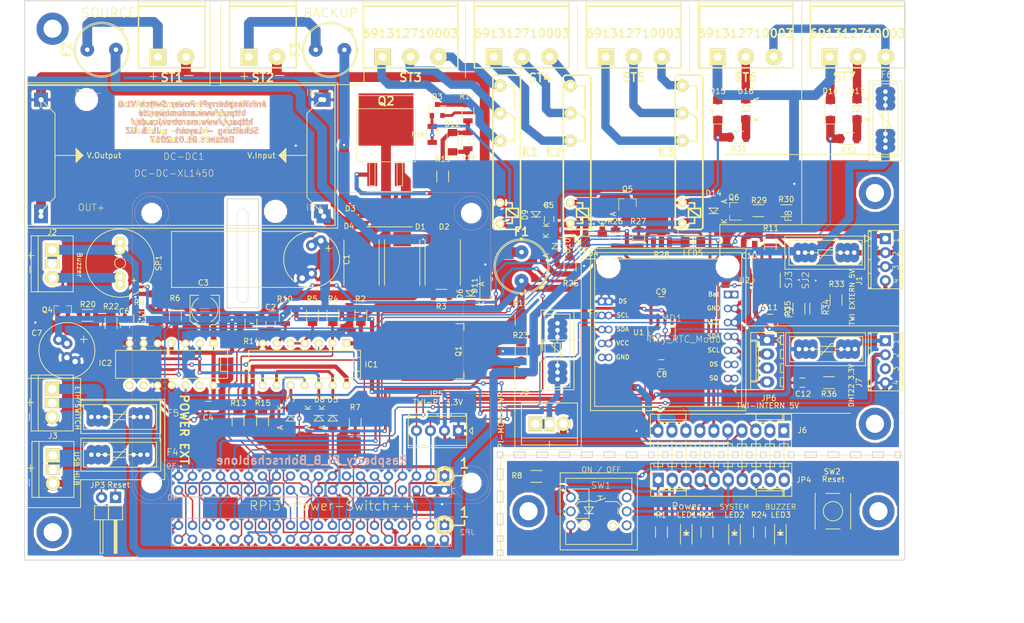
<source format=kicad_pcb>
(kicad_pcb (version 20160815) (host pcbnew "(2017-01-02 revision d1278a4)-makepkg")
  (title_block (title "ArduMower RaspberryPi Power Switch") (date 2017-01-01) (rev V1.0) (company "Schaltplan : Jürgen Lange") (comment 1 "Layout : UZ"))
  (layers (0 Top signal) (31 Bottom signal) (34 B.Paste user) (35 F.Paste user) (36 B.SilkS user) (37 F.SilkS user) (38 B.Mask user) (39 F.Mask user) (44 Edge.Cuts user))
  (net 0 "")
  (net 1 GND)
  (net 2 VCC)
  (net 3 +3V3)
  (net 4 +5V)
  (net 5 /N$21)
  (net 6 /N$74)
  (net 7 /N$9)
  (net 8 /PG)
  (net 9 /N$7)
  (net 10 /N$15)
  (net 11 /N$42)
  (net 12 /N$52)
  (net 13 /N$57)
  (net 14 /N$66)
  (net 15 /N$20)
  (net 16 /N$10)
  (net 17 /N$19)
  (net 18 /N$11)
  (net 19 /N$4)
  (net 20 /N$64)
  (net 21 /N$67)
  (net 22 /N$68)
  (net 23 /N$8)
  (net 24 /N$23)
  (net 25 /N$41)
  (net 26 /N$40)
  (net 27 /N$47)
  (net 28 /N$14)
  (net 29 /N$48)
  (net 30 /N$51)
  (net 31 /N$46)
  (net 32 /N$50)
  (net 33 /N$1)
  (net 34 /N$27)
  (net 35 /N$31)
  (net 36 /N$43)
  (net 37 /N$26)
  (net 38 /N$69)
  (net 39 /N$70)
  (net 40 SIG-TAST)
  (net 41 SPOWER)
  (net 42 SYSTEM-UP)
  (net 43 SIG-SYSUP)
  (net 44 IN1)
  (net 45 IN2)
  (net 46 SIG-BUZZER)
  (net 47 1WIRE)
  (net 48 40)
  (net 49 38)
  (net 50 36)
  (net 51 35)
  (net 52 32)
  (net 53 OUT2)
  (net 54 OUT1)
  (net 55 28)
  (net 56 27)
  (net 57 26)
  (net 58 24)
  (net 59 23)
  (net 60 POWER-GOOD)
  (net 61 21)
  (net 62 19)
  (net 63 ON-OFF-KEY)
  (net 64 BUZZER)
  (net 65 13)
  (net 66 12)
  (net 67 11)
  (net 68 10)
  (net 69 8)
  (net 70 SCLPI)
  (net 71 SDAPI)
  (net 72 EXT-GND)
  (net 73 EXT-VCC)
  (net 74 TLED)
  (net 75 TAST)
  (net 76 SCLINT-S)
  (net 77 SDAINT-S)
  (net 78 SDAINT)
  (net 79 SCLINT)
  (net 80 SDAEXT)
  (net 81 SCLEXT)
  (net 82 "Net-(D17-Pad2)")
  (net 83 "Net-(D17-Pad1)")
  (net 84 "Net-(D18-Pad1)")
  (net 85 "Net-(D2-Pad1)")
  (net 86 "Net-(D3-Pad2)")
  (net 87 /N$53)
  (net 88 "Net-(Q5-Pad1)")
  (net 89 "Net-(Q6-Pad1)")
  (net 90 "Net-(Q3-Pad1)")
  (net 91 "Net-(MD1-Pad5_0)")
  (net 92 "Net-(MD1-Pad1_1)")
  (net 93 "Net-(MD1-Pad6_1)")
  (net 94 "Net-(MD1-Pad7_1)")
  (net 95 "Net-(D1-Pad2)")
  (net 96 "Net-(D1-Pad1)")
  (net 97 "Net-(D12-Pad1)")
  (net 98 "Net-(D4-Pad2)")
  (net 99 "Net-(D7-Pad2)")
  (net 100 "Net-(D12-Pad2)")
  (net 101 "Net-(D18-Pad2)")
  (net 102 "Net-(DC-DC1-PadO+)")
  (net 103 "Net-(F2-Pad1)")
  (net 104 "Net-(F3-Pad1)")
  (net 105 "Net-(F4-Pad2)")
  (net 106 "Net-(F5-Pad2)")
  (net 107 "Net-(F6-Pad2)")
  (net 108 "Net-(K1-Pad11)")
  (net 109 "Net-(K1-Pad14)")
  (net 110 "Net-(K1-Pad12)")
  (net 111 "Net-(Q1-Pad1)")
  (net 112 "Net-(Q2-Pad1)")
  (net 113 "Net-(Q4-Pad1)")
  (net 114 "Net-(R8-Pad2)")
  (module Zimprich:DCDC-XL1450_Bohrlöcher_und_Rahmen (layer Top) (at 97.028 82.296 180)
    (fp_text reference DC-DC1 (at -4.318 0.508 180) (layer F.SilkS) (effects (font (size 1.2065 1.2065) (thickness 0.1016)) (justify right top)))
    (fp_text value DC-DC-XL1450 (at -6.096 -2.54 180) (layer F.SilkS) (effects (font (size 1.2065 1.2065) (thickness 0.1016)) (justify right top)))
    (fp_text user OUT- (at 19.304 10.668 180) (layer F.SilkS) (effects (font (size 1.2065 1.2065) (thickness 0.1016)) (justify left bottom)))
    (fp_text user OUT+ (at 18.796 -10.16 180) (layer F.SilkS) (effects (font (size 1.2065 1.2065) (thickness 0.1016)) (justify left bottom)))
    (fp_text user IN- (at -22.606 10.668 180) (layer F.SilkS) (effects (font (size 1.2065 1.2065) (thickness 0.1016)) (justify left bottom)))
    (fp_text user IN+ (at -22.606 -10.16 180) (layer F.SilkS) (effects (font (size 1.2065 1.2065) (thickness 0.1016)) (justify left bottom)))
    (fp_text user V.Input (at -14.605 0 180) (layer F.SilkS))
    (fp_text user V.Output (at 13.97 0 180) (layer F.SilkS))
    (pad "" np_thru_hole circle (at -17.145 -10.16 180) (size 3.2 3.2) (drill 3.2) (layers *.Cu *.Mask))
    (pad I- thru_hole rect (at -25.896 10.1205 180) (size 2.54 2.54) (drill 0.9) (layers *.Cu *.Mask) (net 1 GND))
    (pad O- thru_hole rect (at 25.399 10.1205 180) (size 2.54 2.54) (drill 0.9) (layers *.Cu *.Mask) (net 1 GND))
    (pad O+ thru_hole rect (at 25.399 -11.0545 180) (size 2.54 2.54) (drill 0.9) (layers *.Cu *.Mask) (net 102 "Net-(DC-DC1-PadO+)"))
    (pad I- thru_hole rect (at -25.4 10.16 180) (size 2.54 2.54) (drill 0.9) (layers *.Cu *.Mask) (net 1 GND))
    (pad I+ thru_hole rect (at -25.896 -11.0545 180) (size 2.54 2.54) (drill 0.9) (layers *.Cu *.Mask) (net 96 "Net-(D1-Pad1)"))
    (pad I+ thru_hole rect (at -25.4 -10.16 180) (size 2.54 2.54) (drill 0.9) (layers *.Cu *.Mask) (net 96 "Net-(D1-Pad1)"))
    (pad O+ thru_hole rect (at 25.4 -10.16 180) (size 2.54 2.54) (drill 0.9) (layers *.Cu *.Mask) (net 102 "Net-(DC-DC1-PadO+)"))
    (pad "" np_thru_hole circle (at 17.145 10.16 180) (size 3.2 3.2) (drill 3.2) (layers *.Cu *.Mask))
  )
  (module Zimprich:Polyfuse (layer Top) (at 85.852 129.794 180)
    (fp_text reference F5 (at -8.5725 0) (layer F.SilkS) (effects (font (size 1.2065 1.2065) (thickness 0.127)) (justify left bottom)))
    (fp_text value Polyfuse)
    (pad 2 thru_hole oval (at 3.83 0 270) (size 3.556 1.778) (drill 0.8128) (layers *.Cu *.Mask) (net 106 "Net-(F5-Pad2)"))
    (pad 1 thru_hole oval (at -3.83 0 270) (size 3.556 1.778) (drill 0.8128) (layers *.Cu *.Mask) (net 4 +5V))
    (pad 2 thru_hole oval (at 2.58 0 270) (size 3.556 1.778) (drill 0.8128) (layers *.Cu *.Mask) (net 106 "Net-(F5-Pad2)"))
    (pad 1 thru_hole oval (at -2.58 0 270) (size 3.556 1.778) (drill 0.8128) (layers *.Cu *.Mask) (net 4 +5V))
    (pad 1 thru_hole oval (at -5.08 0 270) (size 3.556 1.778) (drill 0.8128) (layers *.Cu *.Mask) (net 4 +5V))
    (pad 2 thru_hole oval (at 5.08 0 270) (size 3.556 1.778) (drill 0.8128) (layers *.Cu *.Mask) (net 106 "Net-(F5-Pad2)"))
  )
  (module Zimprich:Polyfuse (layer Top) (at 85.852 136.652 180)
    (fp_text reference F4 (at -8.4455 -0.254) (layer F.SilkS) (effects (font (size 1.2065 1.2065) (thickness 0.127)) (justify left bottom)))
    (fp_text value Polyfuse)
    (pad 2 thru_hole oval (at 3.83 0 270) (size 3.556 1.778) (drill 0.8128) (layers *.Cu *.Mask) (net 105 "Net-(F4-Pad2)"))
    (pad 1 thru_hole oval (at -3.83 0 270) (size 3.556 1.778) (drill 0.8128) (layers *.Cu *.Mask) (net 4 +5V))
    (pad 2 thru_hole oval (at 2.58 0 270) (size 3.556 1.778) (drill 0.8128) (layers *.Cu *.Mask) (net 105 "Net-(F4-Pad2)"))
    (pad 1 thru_hole oval (at -2.58 0 270) (size 3.556 1.778) (drill 0.8128) (layers *.Cu *.Mask) (net 4 +5V))
    (pad 1 thru_hole oval (at -5.08 0 270) (size 3.556 1.778) (drill 0.8128) (layers *.Cu *.Mask) (net 4 +5V))
    (pad 2 thru_hole oval (at 5.08 0 270) (size 3.556 1.778) (drill 0.8128) (layers *.Cu *.Mask) (net 105 "Net-(F4-Pad2)"))
  )
  (module Zimprich:Polyfuse (layer Top) (at 165.354 117.856 270)
    (fp_text reference F7 (at -6.1264 -5.4736) (layer F.SilkS) (effects (font (size 1.2065 1.2065) (thickness 0.127)) (justify left bottom)))
    (fp_text value Polyfuse)
    (pad 2 thru_hole oval (at 3.83 0) (size 3.556 1.778) (drill 0.8128) (layers *.Cu *.Mask) (net 13 /N$57))
    (pad 1 thru_hole oval (at -3.83 0) (size 3.556 1.778) (drill 0.8128) (layers *.Cu *.Mask) (net 4 +5V))
    (pad 2 thru_hole oval (at 2.58 0) (size 3.556 1.778) (drill 0.8128) (layers *.Cu *.Mask) (net 13 /N$57))
    (pad 1 thru_hole oval (at -2.58 0) (size 3.556 1.778) (drill 0.8128) (layers *.Cu *.Mask) (net 4 +5V))
    (pad 1 thru_hole oval (at -5.08 0) (size 3.556 1.778) (drill 0.8128) (layers *.Cu *.Mask) (net 4 +5V))
    (pad 2 thru_hole oval (at 5.08 0) (size 3.556 1.778) (drill 0.8128) (layers *.Cu *.Mask) (net 13 /N$57))
  )
  (module Zimprich:Polyfuse (layer Top) (at 214.249 117.475)
    (fp_text reference F9 (at -6.1264 -5.4736 90) (layer F.SilkS) (effects (font (size 1.2065 1.2065) (thickness 0.127)) (justify left bottom)))
    (fp_text value Polyfuse)
    (pad 2 thru_hole oval (at 3.83 0 90) (size 3.556 1.778) (drill 0.8128) (layers *.Cu *.Mask) (net 6 /N$74))
    (pad 1 thru_hole oval (at -3.83 0 90) (size 3.556 1.778) (drill 0.8128) (layers *.Cu *.Mask) (net 3 +3V3))
    (pad 2 thru_hole oval (at 2.58 0 90) (size 3.556 1.778) (drill 0.8128) (layers *.Cu *.Mask) (net 6 /N$74))
    (pad 1 thru_hole oval (at -2.58 0 90) (size 3.556 1.778) (drill 0.8128) (layers *.Cu *.Mask) (net 3 +3V3))
    (pad 1 thru_hole oval (at -5.08 0 90) (size 3.556 1.778) (drill 0.8128) (layers *.Cu *.Mask) (net 3 +3V3))
    (pad 2 thru_hole oval (at 5.08 0 90) (size 3.556 1.778) (drill 0.8128) (layers *.Cu *.Mask) (net 6 /N$74))
  )
  (module Zimprich:Polyfuse (layer Top) (at 214.122 99.949)
    (fp_text reference F8 (at -6.1264 -5.4736 90) (layer F.SilkS) (effects (font (size 1.2065 1.2065) (thickness 0.127)) (justify left bottom)))
    (fp_text value Polyfuse)
    (pad 2 thru_hole oval (at 3.83 0 90) (size 3.556 1.778) (drill 0.8128) (layers *.Cu *.Mask) (net 14 /N$66))
    (pad 1 thru_hole oval (at -3.83 0 90) (size 3.556 1.778) (drill 0.8128) (layers *.Cu *.Mask) (net 4 +5V))
    (pad 2 thru_hole oval (at 2.58 0 90) (size 3.556 1.778) (drill 0.8128) (layers *.Cu *.Mask) (net 14 /N$66))
    (pad 1 thru_hole oval (at -2.58 0 90) (size 3.556 1.778) (drill 0.8128) (layers *.Cu *.Mask) (net 4 +5V))
    (pad 1 thru_hole oval (at -5.08 0 90) (size 3.556 1.778) (drill 0.8128) (layers *.Cu *.Mask) (net 4 +5V))
    (pad 2 thru_hole oval (at 5.08 0 90) (size 3.556 1.778) (drill 0.8128) (layers *.Cu *.Mask) (net 14 /N$66))
  )
  (module Zimprich:Sicherungs_Sockel_für_TR5_TE5 (layer Top) (at 158.8261 102.4586)
    (fp_text reference F1 (at 0 -6.3) (layer F.SilkS) (effects (font (thickness 0.3048))))
    (fp_text value 2A/T)
    (pad 1 thru_hole circle (at 0 -2.6) (size 2.5 2.5) (drill 0.82) (layers *.Cu *.Mask) (net 102 "Net-(DC-DC1-PadO+)"))
    (pad 2 thru_hole circle (at 0 2.6) (size 2.5 2.5) (drill 0.82) (layers *.Cu *.Mask) (net 2 VCC))
  )
  (module Zimprich:Sicherungs_Sockel_für_TR5_TE5 (layer Top) (at 124.079 63.119 90)
    (fp_text reference F3 (at 0 -6.3 90) (layer F.SilkS) (effects (font (thickness 0.3048))))
    (fp_text value 1A/T)
    (pad 1 thru_hole circle (at 0 -2.6 90) (size 2.5 2.5) (drill 0.82) (layers *.Cu *.Mask) (net 104 "Net-(F3-Pad1)"))
    (pad 2 thru_hole circle (at 0 2.6 90) (size 2.5 2.5) (drill 0.82) (layers *.Cu *.Mask) (net 86 "Net-(D3-Pad2)"))
  )
  (module Zimprich:Sicherungs_Sockel_für_TR5_TE5 (layer Top) (at 82.6261 63.0886 90)
    (fp_text reference F2 (at 0 -6.3 90) (layer F.SilkS) (effects (font (thickness 0.3048))))
    (fp_text value 1A/T)
    (pad 1 thru_hole circle (at 0 -2.6 90) (size 2.5 2.5) (drill 0.82) (layers *.Cu *.Mask) (net 103 "Net-(F2-Pad1)"))
    (pad 2 thru_hole circle (at 0 2.6 90) (size 2.5 2.5) (drill 0.82) (layers *.Cu *.Mask) (net 95 "Net-(D1-Pad2)"))
  )
  (module Zimprich:Tiny_RTC_Modul (layer Top) (at 185.4454 113.8428)
    (fp_text reference MD1 (at -1.27 -1.27) (layer F.SilkS) (effects (font (size 1.2065 1.2065) (thickness 0.1016)) (justify left bottom)))
    (fp_text value Tiny_RTC_Modul (at -3.81 2.54) (layer F.SilkS) (effects (font (size 1.2065 1.2065) (thickness 0.1016)) (justify left bottom)))
    (fp_text user GND (at -8.255 5.08) (layer F.SilkS) (effects (font (size 0.8 0.8))))
    (fp_text user VCC (at -8.255 2.54) (layer F.SilkS) (effects (font (size 0.8 0.8))))
    (fp_text user SDA (at -8.255 0) (layer F.SilkS) (effects (font (size 0.8 0.8))))
    (fp_text user SCL (at -8.255 -2.54) (layer F.SilkS) (effects (font (size 0.8 0.8))))
    (fp_text user DS (at -8.255 -5.08) (layer F.SilkS) (effects (font (size 0.8 0.8))))
    (fp_text user Bat (at 8.255 -6.35) (layer F.SilkS) (effects (font (size 0.8 0.8))))
    (fp_text user SQ (at 8.255 8.89) (layer F.SilkS) (effects (font (size 0.8 0.8))))
    (fp_text user DS (at 8.255 6.35) (layer F.SilkS) (effects (font (size 0.8 0.8))))
    (fp_text user SCL (at 8.255 3.81) (layer F.SilkS) (effects (font (size 0.8 0.8))))
    (fp_text user SDA (at 8.255 1.27) (layer F.SilkS) (effects (font (size 0.8 0.8))))
    (fp_text user VCC (at 8.255 -1.27) (layer F.SilkS) (effects (font (size 0.8 0.8))))
    (fp_text user GND (at 8.255 -3.81) (layer F.SilkS) (effects (font (size 0.8 0.8))))
    (pad 3_1 thru_hole circle (at 10.795 -1.2065) (size 1.408 1.408) (drill 0.9) (layers *.Cu *.Mask) (net 4 +5V))
    (pad 5_0 thru_hole circle (at -10.795 5.1435) (size 1.408 1.408) (drill 0.9) (layers *.Cu *.Mask) (net 91 "Net-(MD1-Pad5_0)"))
    (pad 4_0 thru_hole circle (at -10.795 2.6035) (size 1.408 1.408) (drill 0.9) (layers *.Cu *.Mask) (net 79 SCLINT))
    (pad 3_0 thru_hole circle (at -10.795 0.0635) (size 1.408 1.408) (drill 0.9) (layers *.Cu *.Mask) (net 78 SDAINT))
    (pad 2_0 thru_hole circle (at -10.795 -2.4765) (size 1.408 1.408) (drill 0.9) (layers *.Cu *.Mask) (net 4 +5V))
    (pad 7_1 thru_hole circle (at 10.795 8.9535) (size 1.408 1.408) (drill 0.9) (layers *.Cu *.Mask) (net 94 "Net-(MD1-Pad7_1)"))
    (pad 6_1 thru_hole circle (at 10.795 6.4135) (size 1.408 1.408) (drill 0.9) (layers *.Cu *.Mask) (net 93 "Net-(MD1-Pad6_1)"))
    (pad 5_1 thru_hole circle (at 10.795 3.8735) (size 1.408 1.408) (drill 0.9) (layers *.Cu *.Mask) (net 76 SCLINT-S))
    (pad 4_1 thru_hole circle (at 10.795 1.3335) (size 1.408 1.408) (drill 0.9) (layers *.Cu *.Mask) (net 77 SDAINT-S))
    (pad 2_1 thru_hole circle (at 10.795 -3.7465) (size 1.408 1.408) (drill 0.9) (layers *.Cu *.Mask) (net 1 GND))
    (pad 1_1 thru_hole rect (at 10.795 -6.2865) (size 1.408 1.408) (drill 0.9) (layers *.Cu *.Mask) (net 92 "Net-(MD1-Pad1_1)"))
    (pad 1_0 thru_hole rect (at -10.795 -5.0165) (size 1.408 1.408) (drill 0.9) (layers *.Cu *.Mask) (net 1 GND))
    (pad "" np_thru_hole circle (at -10.795 -11.3665) (size 3.3 3.3) (drill 3.3) (layers *.Cu *.Mask))
    (pad 7_1 thru_hole circle (at 12.065 8.9535) (size 1.408 1.408) (drill 0.9) (layers *.Cu *.Mask) (net 94 "Net-(MD1-Pad7_1)"))
    (pad 6_1 thru_hole circle (at 12.065 6.4135) (size 1.408 1.408) (drill 0.9) (layers *.Cu *.Mask) (net 93 "Net-(MD1-Pad6_1)"))
    (pad 5_1 thru_hole circle (at 12.065 3.8735) (size 1.408 1.408) (drill 0.9) (layers *.Cu *.Mask) (net 76 SCLINT-S))
    (pad 4_1 thru_hole circle (at 12.065 1.3335) (size 1.408 1.408) (drill 0.9) (layers *.Cu *.Mask) (net 77 SDAINT-S))
    (pad 3_1 thru_hole circle (at 12.065 -1.2065) (size 1.408 1.408) (drill 0.9) (layers *.Cu *.Mask) (net 4 +5V))
    (pad 2_1 thru_hole circle (at 12.065 -3.7465) (size 1.408 1.408) (drill 0.9) (layers *.Cu *.Mask) (net 1 GND))
    (pad 1_1 thru_hole rect (at 12.065 -6.2865) (size 1.408 1.408) (drill 0.9) (layers *.Cu *.Mask) (net 92 "Net-(MD1-Pad1_1)"))
    (pad 5_0 thru_hole circle (at -12.065 5.1435) (size 1.408 1.408) (drill 0.9) (layers *.Cu *.Mask) (net 91 "Net-(MD1-Pad5_0)"))
    (pad 4_0 thru_hole circle (at -12.065 2.6035) (size 1.408 1.408) (drill 0.9) (layers *.Cu *.Mask) (net 79 SCLINT))
    (pad 3_0 thru_hole circle (at -12.065 0.0635) (size 1.408 1.408) (drill 0.9) (layers *.Cu *.Mask) (net 78 SDAINT))
    (pad 2_0 thru_hole circle (at -12.065 -2.4765) (size 1.408 1.408) (drill 0.9) (layers *.Cu *.Mask) (net 4 +5V))
    (pad 1_0 thru_hole rect (at -12.065 -5.0165) (size 1.408 1.408) (drill 0.9) (layers *.Cu *.Mask) (net 1 GND))
    (pad "" np_thru_hole circle (at 10.795 -11.3665) (size 3.3 3.3) (drill 3.3) (layers *.Cu *.Mask))
  )
  (module Sockets_DIP:DIP-14__300 (layer Top) (at 95.3261 120.2386 180)
    (fp_text reference IC2 (at 12.0141 0.2236 180) (layer F.SilkS))
    (fp_text value 74LS73N)
    (pad 1 thru_hole rect (at -7.62 3.81 180) (size 1.397 1.397) (drill 0.8128) (layers *.Cu *.Mask F.SilkS) (net 40 SIG-TAST))
    (pad 2 thru_hole circle (at -5.08 3.81 180) (size 1.397 1.397) (drill 0.8128) (layers *.Cu *.Mask F.SilkS) (net 43 SIG-SYSUP))
    (pad 3 thru_hole circle (at -2.54 3.81 180) (size 1.397 1.397) (drill 0.8128) (layers *.Cu *.Mask F.SilkS) (net 1 GND))
    (pad 4 thru_hole circle (at 0 3.81 180) (size 1.397 1.397) (drill 0.8128) (layers *.Cu *.Mask F.SilkS) (net 2 VCC))
    (pad 5 thru_hole circle (at 2.54 3.81 180) (size 1.397 1.397) (drill 0.8128) (layers *.Cu *.Mask F.SilkS) (net 1 GND))
    (pad 6 thru_hole circle (at 5.08 3.81 180) (size 1.397 1.397) (drill 0.8128) (layers *.Cu *.Mask F.SilkS) (net 1 GND))
    (pad 7 thru_hole circle (at 7.62 3.81 180) (size 1.397 1.397) (drill 0.8128) (layers *.Cu *.Mask F.SilkS) (net 1 GND))
    (pad 8 thru_hole circle (at 7.62 -3.81 180) (size 1.397 1.397) (drill 0.8128) (layers *.Cu *.Mask F.SilkS))
    (pad 9 thru_hole circle (at 5.08 -3.81 180) (size 1.397 1.397) (drill 0.8128) (layers *.Cu *.Mask F.SilkS))
    (pad 10 thru_hole circle (at 2.54 -3.81 180) (size 1.397 1.397) (drill 0.8128) (layers *.Cu *.Mask F.SilkS) (net 1 GND))
    (pad 11 thru_hole circle (at 0 -3.81 180) (size 1.397 1.397) (drill 0.8128) (layers *.Cu *.Mask F.SilkS) (net 1 GND))
    (pad 12 thru_hole circle (at -2.54 -3.81 180) (size 1.397 1.397) (drill 0.8128) (layers *.Cu *.Mask F.SilkS) (net 18 /N$11))
    (pad 13 thru_hole circle (at -5.08 -3.81 180) (size 1.397 1.397) (drill 0.8128) (layers *.Cu *.Mask F.SilkS))
    (pad 14 thru_hole circle (at -7.62 -3.81 180) (size 1.397 1.397) (drill 0.8128) (layers *.Cu *.Mask F.SilkS) (net 2 VCC))
  )
  (module Sockets_DIP:DIP-14__300 (layer Top) (at 119.4561 120.2386 180)
    (fp_text reference IC1 (at -12.1159 -0.0304 180) (layer F.SilkS))
    (fp_text value 74ALS05N)
    (pad 1 thru_hole rect (at -7.62 3.81 180) (size 1.397 1.397) (drill 0.8128) (layers *.Cu *.Mask F.SilkS) (net 8 /PG))
    (pad 2 thru_hole circle (at -5.08 3.81 180) (size 1.397 1.397) (drill 0.8128) (layers *.Cu *.Mask F.SilkS) (net 15 /N$20))
    (pad 3 thru_hole circle (at -2.54 3.81 180) (size 1.397 1.397) (drill 0.8128) (layers *.Cu *.Mask F.SilkS) (net 40 SIG-TAST))
    (pad 4 thru_hole circle (at 0 3.81 180) (size 1.397 1.397) (drill 0.8128) (layers *.Cu *.Mask F.SilkS) (net 16 /N$10))
    (pad 5 thru_hole circle (at 2.54 3.81 180) (size 1.397 1.397) (drill 0.8128) (layers *.Cu *.Mask F.SilkS) (net 16 /N$10))
    (pad 6 thru_hole circle (at 5.08 3.81 180) (size 1.397 1.397) (drill 0.8128) (layers *.Cu *.Mask F.SilkS) (net 17 /N$19))
    (pad 7 thru_hole circle (at 7.62 3.81 180) (size 1.397 1.397) (drill 0.8128) (layers *.Cu *.Mask F.SilkS) (net 1 GND))
    (pad 8 thru_hole circle (at 7.62 -3.81 180) (size 1.397 1.397) (drill 0.8128) (layers *.Cu *.Mask F.SilkS) (net 43 SIG-SYSUP))
    (pad 9 thru_hole circle (at 5.08 -3.81 180) (size 1.397 1.397) (drill 0.8128) (layers *.Cu *.Mask F.SilkS) (net 7 /N$9))
    (pad 10 thru_hole circle (at 2.54 -3.81 180) (size 1.397 1.397) (drill 0.8128) (layers *.Cu *.Mask F.SilkS) (net 10 /N$15))
    (pad 11 thru_hole circle (at 0 -3.81 180) (size 1.397 1.397) (drill 0.8128) (layers *.Cu *.Mask F.SilkS) (net 18 /N$11))
    (pad 12 thru_hole circle (at -2.54 -3.81 180) (size 1.397 1.397) (drill 0.8128) (layers *.Cu *.Mask F.SilkS) (net 43 SIG-SYSUP))
    (pad 13 thru_hole circle (at -5.08 -3.81 180) (size 1.397 1.397) (drill 0.8128) (layers *.Cu *.Mask F.SilkS) (net 7 /N$9))
    (pad 14 thru_hole circle (at -7.62 -3.81 180) (size 1.397 1.397) (drill 0.8128) (layers *.Cu *.Mask F.SilkS) (net 2 VCC))
  )
  (module Resistors_SMD:R_1206 (layer Top) (at 184.2261 150.7186 270)
    (fp_text reference R1 (at -3.1446 0.0761) (layer F.SilkS))
    (fp_text value 330)
    (pad 1 smd rect (at -1.45 0 270) (size 0.9 1.7) (layers Top F.Paste F.Mask) (net 72 EXT-GND))
    (pad 2 smd rect (at 1.45 0 270) (size 0.9 1.7) (layers Top F.Paste F.Mask) (net 33 /N$1))
  )
  (module Resistors_SMD:R_1206 (layer Top) (at 129.667 111.379 270)
    (fp_text reference R2 (at -3.0176 0.0761) (layer F.SilkS))
    (fp_text value 4K7)
    (pad 2 smd rect (at 1.45 0 270) (size 0.9 1.7) (layers Top F.Paste F.Mask) (net 8 /PG))
    (pad 1 smd rect (at -1.45 0 270) (size 0.9 1.7) (layers Top F.Paste F.Mask) (net 1 GND))
  )
  (module Resistors_SMD:R_1206 (layer Top) (at 144.272 107.696 180)
    (fp_text reference R3 (at 0 -2.032) (layer F.SilkS))
    (fp_text value 3K3)
    (pad 2 smd rect (at 1.45 0 180) (size 0.9 1.7) (layers Top F.Paste F.Mask) (net 85 "Net-(D2-Pad1)"))
    (pad 1 smd rect (at -1.45 0 180) (size 0.9 1.7) (layers Top F.Paste F.Mask) (net 9 /N$7))
  )
  (module Resistors_SMD:R_1206 (layer Top) (at 124.587 111.379 270)
    (fp_text reference R4 (at -3.0176 -0.0509) (layer F.SilkS))
    (fp_text value 2K2)
    (pad 1 smd rect (at -1.45 0 270) (size 0.9 1.7) (layers Top F.Paste F.Mask) (net 3 +3V3))
    (pad 2 smd rect (at 1.45 0 270) (size 0.9 1.7) (layers Top F.Paste F.Mask) (net 15 /N$20))
  )
  (module Resistors_SMD:R_1206 (layer Top) (at 120.904 111.379 270)
    (fp_text reference R5 (at -3.0176 0.0761) (layer F.SilkS))
    (fp_text value 2K2)
    (pad 2 smd rect (at 1.45 0 270) (size 0.9 1.7) (layers Top F.Paste F.Mask) (net 16 /N$10))
    (pad 1 smd rect (at -1.45 0 270) (size 0.9 1.7) (layers Top F.Paste F.Mask) (net 2 VCC))
  )
  (module Resistors_SMD:R_1206 (layer Top) (at 96.012 111.252 90)
    (fp_text reference R6 (at 3.0176 -0.0761 180) (layer F.SilkS))
    (fp_text value 1K)
    (pad 1 smd rect (at -1.45 0 90) (size 0.9 1.7) (layers Top F.Paste F.Mask) (net 1 GND))
    (pad 2 smd rect (at 1.45 0 90) (size 0.9 1.7) (layers Top F.Paste F.Mask) (net 40 SIG-TAST))
  )
  (module Resistors_SMD:R_1206 (layer Top) (at 128.651 131.064 90)
    (fp_text reference R7 (at 3.0176 -0.0126 180) (layer F.SilkS))
    (fp_text value 1K)
    (pad 1 smd rect (at -1.45 0 90) (size 0.9 1.7) (layers Top F.Paste F.Mask) (net 1 GND))
    (pad 2 smd rect (at 1.45 0 90) (size 0.9 1.7) (layers Top F.Paste F.Mask) (net 7 /N$9))
  )
  (module Resistors_SMD:R_1206 (layer Top) (at 161.544 140.589 180)
    (fp_text reference R8 (at 3.556 0.127 180) (layer F.SilkS))
    (fp_text value 330)
    (pad 1 smd rect (at -1.45 0 180) (size 0.9 1.7) (layers Top F.Paste F.Mask) (net 74 TLED))
    (pad 2 smd rect (at 1.45 0 180) (size 0.9 1.7) (layers Top F.Paste F.Mask) (net 114 "Net-(R8-Pad2)"))
  )
  (module Resistors_SMD:R_1206 (layer Top) (at 89.535 112.141 270)
    (fp_text reference R9 (at -3.1446 0.0761) (layer F.SilkS))
    (fp_text value 2K2)
    (pad 1 smd rect (at -1.45 0 270) (size 0.9 1.7) (layers Top F.Paste F.Mask) (net 2 VCC))
    (pad 2 smd rect (at 1.45 0 270) (size 0.9 1.7) (layers Top F.Paste F.Mask) (net 43 SIG-SYSUP))
  )
  (module Resistors_SMD:R_1206 (layer Top) (at 115.951 111.379 270)
    (fp_text reference R10 (at -3.0176 0.0761) (layer F.SilkS))
    (fp_text value 2K2)
    (pad 1 smd rect (at -1.45 0 270) (size 0.9 1.7) (layers Top F.Paste F.Mask) (net 3 +3V3))
    (pad 2 smd rect (at 1.45 0 270) (size 0.9 1.7) (layers Top F.Paste F.Mask) (net 17 /N$19))
  )
  (module Resistors_SMD:R_1206 (layer Top) (at 203.962 98.425 270)
    (fp_text reference R11 (at -2.921 -0.127) (layer F.SilkS))
    (fp_text value 75)
    (pad 1 smd rect (at -1.45 0 270) (size 0.9 1.7) (layers Top F.Paste F.Mask) (net 19 /N$4))
    (pad 2 smd rect (at 1.45 0 270) (size 0.9 1.7) (layers Top F.Paste F.Mask) (net 80 SDAEXT))
  )
  (module Resistors_SMD:R_1206 (layer Top) (at 158.75 112.141 270)
    (fp_text reference R12 (at -3.0176 0.0761) (layer F.SilkS))
    (fp_text value 10K)
    (pad 2 smd rect (at 1.45 0 270) (size 0.9 1.7) (layers Top F.Paste F.Mask) (net 99 "Net-(D7-Pad2)"))
    (pad 1 smd rect (at -1.45 0 270) (size 0.9 1.7) (layers Top F.Paste F.Mask) (net 2 VCC))
  )
  (module Resistors_SMD:R_1206 (layer Top) (at 107.3911 130.3986 270)
    (fp_text reference R13 (at -3.1446 -0.0509) (layer F.SilkS))
    (fp_text value 560)
    (pad 1 smd rect (at -1.45 0 270) (size 0.9 1.7) (layers Top F.Paste F.Mask) (net 15 /N$20))
    (pad 2 smd rect (at 1.45 0 270) (size 0.9 1.7) (layers Top F.Paste F.Mask) (net 60 POWER-GOOD))
  )
  (module Resistors_SMD:R_1206 (layer Top) (at 109.728 113.03 270)
    (fp_text reference R14 (at 3.0176 -0.0761) (layer F.SilkS))
    (fp_text value 560)
    (pad 2 smd rect (at 1.45 0 270) (size 0.9 1.7) (layers Top F.Paste F.Mask) (net 63 ON-OFF-KEY))
    (pad 1 smd rect (at -1.45 0 270) (size 0.9 1.7) (layers Top F.Paste F.Mask) (net 17 /N$19))
  )
  (module Resistors_SMD:R_1206 (layer Top) (at 111.8361 130.3986 90)
    (fp_text reference R15 (at 3.1446 0.0509 180) (layer F.SilkS))
    (fp_text value 2K2)
    (pad 1 smd rect (at -1.45 0 90) (size 0.9 1.7) (layers Top F.Paste F.Mask) (net 10 /N$15))
    (pad 2 smd rect (at 1.45 0 90) (size 0.9 1.7) (layers Top F.Paste F.Mask) (net 2 VCC))
  )
  (module Resistors_SMD:R_1206 (layer Top) (at 142.621 78.486 90)
    (fp_text reference R16 (at 0.0508 -2.5908 180) (layer F.SilkS) (effects (font (size 0.8 0.8))))
    (fp_text value 4K7)
    (pad 1 smd rect (at -1.45 0 90) (size 0.9 1.7) (layers Top F.Paste F.Mask) (net 41 SPOWER))
    (pad 2 smd rect (at 1.45 0 90) (size 0.9 1.7) (layers Top F.Paste F.Mask) (net 90 "Net-(Q3-Pad1)"))
  )
  (module Resistors_SMD:R_1206 (layer Top) (at 149.098 74.549 270)
    (fp_text reference R17 (at -3.0176 0.0761) (layer F.SilkS))
    (fp_text value 2K2)
    (pad 2 smd rect (at 1.45 0 270) (size 0.9 1.7) (layers Top F.Paste F.Mask) (net 100 "Net-(D12-Pad2)"))
    (pad 1 smd rect (at -1.45 0 270) (size 0.9 1.7) (layers Top F.Paste F.Mask) (net 37 /N$26))
  )
  (module Resistors_SMD:R_1206 (layer Top) (at 149.098 79.629 270)
    (fp_text reference R18 (at 3.048 -0.127 180) (layer F.SilkS) (effects (font (size 0.8 0.8))))
    (fp_text value 10K)
    (pad 1 smd rect (at -1.45 0 270) (size 0.9 1.7) (layers Top F.Paste F.Mask) (net 100 "Net-(D12-Pad2)"))
    (pad 2 smd rect (at 1.45 0 270) (size 0.9 1.7) (layers Top F.Paste F.Mask) (net 97 "Net-(D12-Pad1)"))
  )
  (module Resistors_SMD:R_1206 (layer Top) (at 144.526 86.106 270)
    (fp_text reference R19 (at -3.1446 -0.0509) (layer F.SilkS))
    (fp_text value 15)
    (pad 2 smd rect (at 1.45 0 270) (size 0.9 1.7) (layers Top F.Paste F.Mask) (net 112 "Net-(Q2-Pad1)"))
    (pad 1 smd rect (at -1.45 0 270) (size 0.9 1.7) (layers Top F.Paste F.Mask) (net 100 "Net-(D12-Pad2)"))
  )
  (module Resistors_SMD:R_1206 (layer Top) (at 80.0861 111.3486 180)
    (fp_text reference R20 (at -0.0509 2.0016 180) (layer F.SilkS))
    (fp_text value 4K7)
    (pad 2 smd rect (at 1.45 0 180) (size 0.9 1.7) (layers Top F.Paste F.Mask) (net 113 "Net-(Q4-Pad1)"))
    (pad 1 smd rect (at -1.45 0 180) (size 0.9 1.7) (layers Top F.Paste F.Mask) (net 64 BUZZER))
  )
  (module Resistors_SMD:R_1206 (layer Top) (at 192.4811 150.7186 90)
    (fp_text reference R21 (at 3.1446 0.0509 180) (layer F.SilkS))
    (fp_text value 150)
    (pad 2 smd rect (at 1.45 0 90) (size 0.9 1.7) (layers Top F.Paste F.Mask) (net 24 /N$23))
    (pad 1 smd rect (at -1.45 0 90) (size 0.9 1.7) (layers Top F.Paste F.Mask) (net 34 /N$27))
  )
  (module Resistors_SMD:R_1206 (layer Top) (at 84.328 112.776 270)
    (fp_text reference R22 (at -3.048 0) (layer F.SilkS))
    (fp_text value 2K2)
    (pad 2 smd rect (at 1.45 0 270) (size 0.9 1.7) (layers Top F.Paste F.Mask) (net 1 GND))
    (pad 1 smd rect (at -1.45 0 270) (size 0.9 1.7) (layers Top F.Paste F.Mask) (net 64 BUZZER))
  )
  (module Resistors_SMD:R_1206 (layer Top) (at 158.75 117.983 90)
    (fp_text reference R23 (at 3.0176 -0.0761 180) (layer F.SilkS))
    (fp_text value 15)
    (pad 1 smd rect (at -1.45 0 90) (size 0.9 1.7) (layers Top F.Paste F.Mask) (net 111 "Net-(Q1-Pad1)"))
    (pad 2 smd rect (at 1.45 0 90) (size 0.9 1.7) (layers Top F.Paste F.Mask) (net 99 "Net-(D7-Pad2)"))
  )
  (module Resistors_SMD:R_1206 (layer Top) (at 202.0061 150.7186 270)
    (fp_text reference R24 (at -3.1446 0.0761) (layer F.SilkS))
    (fp_text value 330)
    (pad 2 smd rect (at 1.45 0 270) (size 0.9 1.7) (layers Top F.Paste F.Mask) (net 23 /N$8))
    (pad 1 smd rect (at -1.45 0 270) (size 0.9 1.7) (layers Top F.Paste F.Mask) (net 35 /N$31))
  )
  (module Resistors_SMD:R_1206 (layer Top) (at 167.64 102.362 270)
    (fp_text reference R25 (at 3.175 -0.127) (layer F.SilkS))
    (fp_text value 150)
    (pad 1 smd rect (at -1.45 0 270) (size 0.9 1.7) (layers Top F.Paste F.Mask) (net 36 /N$43))
    (pad 2 smd rect (at 1.45 0 270) (size 0.9 1.7) (layers Top F.Paste F.Mask) (net 41 SPOWER))
  )
  (module Resistors_SMD:R_1206 (layer Top) (at 175.895 97.282 90)
    (fp_text reference R26 (at 3.0176 -0.0761 180) (layer F.SilkS))
    (fp_text value 4K7)
    (pad 2 smd rect (at 1.45 0 90) (size 0.9 1.7) (layers Top F.Paste F.Mask) (net 88 "Net-(Q5-Pad1)"))
    (pad 1 smd rect (at -1.45 0 90) (size 0.9 1.7) (layers Top F.Paste F.Mask) (net 54 OUT1))
  )
  (module Resistors_SMD:R_1206 (layer Top) (at 180.086 97.282 90)
    (fp_text reference R27 (at 3.0176 -0.0761 180) (layer F.SilkS))
    (fp_text value 2K2)
    (pad 1 smd rect (at -1.45 0 90) (size 0.9 1.7) (layers Top F.Paste F.Mask) (net 54 OUT1))
    (pad 2 smd rect (at 1.45 0 90) (size 0.9 1.7) (layers Top F.Paste F.Mask) (net 1 GND))
  )
  (module Resistors_SMD:R_1206 (layer Top) (at 184.2261 98.0136 180)
    (fp_text reference R28 (at 0 -2.3 180) (layer F.SilkS))
    (fp_text value 150)
    (pad 2 smd rect (at 1.45 0 180) (size 0.9 1.7) (layers Top F.Paste F.Mask) (net 41 SPOWER))
    (pad 1 smd rect (at -1.45 0 180) (size 0.9 1.7) (layers Top F.Paste F.Mask) (net 87 /N$53))
  )
  (module Resistors_SMD:R_1206 (layer Top) (at 201.803 92.329 180)
    (fp_text reference R29 (at -0.127 1.8796) (layer F.SilkS))
    (fp_text value 4K7)
    (pad 1 smd rect (at -1.45 0 180) (size 0.9 1.7) (layers Top F.Paste F.Mask) (net 53 OUT2))
    (pad 2 smd rect (at 1.45 0 180) (size 0.9 1.7) (layers Top F.Paste F.Mask) (net 89 "Net-(Q6-Pad1)"))
  )
  (module Resistors_SMD:R_1206 (layer Top) (at 206.883 92.329)
    (fp_text reference R30 (at 0 -2.0574 180) (layer F.SilkS))
    (fp_text value 2K2)
    (pad 2 smd rect (at 1.45 0) (size 0.9 1.7) (layers Top F.Paste F.Mask) (net 1 GND))
    (pad 1 smd rect (at -1.45 0) (size 0.9 1.7) (layers Top F.Paste F.Mask) (net 53 OUT2))
  )
  (module Resistors_SMD:R_1206 (layer Top) (at 198.12 78.994)
    (fp_text reference R31 (at 0.127 2.032 180) (layer F.SilkS))
    (fp_text value 470)
    (pad 1 smd rect (at -1.45 0) (size 0.9 1.7) (layers Top F.Paste F.Mask) (net 44 IN1))
    (pad 2 smd rect (at 1.45 0) (size 0.9 1.7) (layers Top F.Paste F.Mask) (net 84 "Net-(D18-Pad1)"))
  )
  (module Resistors_SMD:R_1206 (layer Top) (at 218.186 79.248)
    (fp_text reference R32 (at 0 2.159 180) (layer F.SilkS))
    (fp_text value 470)
    (pad 2 smd rect (at 1.45 0) (size 0.9 1.7) (layers Top F.Paste F.Mask) (net 83 "Net-(D17-Pad1)"))
    (pad 1 smd rect (at -1.45 0) (size 0.9 1.7) (layers Top F.Paste F.Mask) (net 45 IN2))
  )
  (module Resistors_SMD:R_1206 (layer Top) (at 215.9 108.585 270)
    (fp_text reference R33 (at -2.921 -0.127) (layer F.SilkS))
    (fp_text value 75)
    (pad 1 smd rect (at -1.45 0 270) (size 0.9 1.7) (layers Top F.Paste F.Mask) (net 20 /N$64))
    (pad 2 smd rect (at 1.45 0 270) (size 0.9 1.7) (layers Top F.Paste F.Mask) (net 81 SCLEXT))
  )
  (module Resistors_SMD:R_1206 (layer Top) (at 212.217 110.109 270)
    (fp_text reference R34 (at -0.254 -1.905 90) (layer F.SilkS))
    (fp_text value 4K7)
    (pad 2 smd rect (at 1.45 0 270) (size 0.9 1.7) (layers Top F.Paste F.Mask) (net 14 /N$66))
    (pad 1 smd rect (at -1.45 0 270) (size 0.9 1.7) (layers Top F.Paste F.Mask) (net 38 /N$69))
  )
  (module Resistors_SMD:R_1206 (layer Top) (at 209.169 110.109 270)
    (fp_text reference R35 (at 0 2.032 90) (layer F.SilkS))
    (fp_text value 4K7)
    (pad 1 smd rect (at -1.45 0 270) (size 0.9 1.7) (layers Top F.Paste F.Mask) (net 39 /N$70))
    (pad 2 smd rect (at 1.45 0 270) (size 0.9 1.7) (layers Top F.Paste F.Mask) (net 14 /N$66))
  )
  (module Resistors_SMD:R_1206 (layer Top) (at 214.63 123.571)
    (fp_text reference R36 (at 0 2.032 180) (layer F.SilkS))
    (fp_text value 4K7)
    (pad 2 smd rect (at 1.45 0) (size 0.9 1.7) (layers Top F.Paste F.Mask) (net 47 1WIRE))
    (pad 1 smd rect (at -1.45 0) (size 0.9 1.7) (layers Top F.Paste F.Mask) (net 6 /N$74))
  )
  (module w_conn_screw:mstba_2,5%2f2-g-5,08 (layer Top) (at 95.377 64.389)
    (fp_text reference ST1 (at 0 3.74904) (layer F.SilkS) (effects (font (thickness 0.3048))))
    (fp_text value 691313510002)
    (pad 2 thru_hole circle (at 2.54 0) (size 2.99974 2.99974) (drill 1.39954) (layers *.Cu *.Mask F.SilkS) (net 1 GND))
    (pad 1 thru_hole rect (at -2.54 0) (size 2.99974 2.99974) (drill 1.39954) (layers *.Cu *.Mask F.SilkS) (net 103 "Net-(F2-Pad1)"))
  )
  (module w_conn_screw:mstba_2,5%2f2-g-5,08 (layer Top) (at 111.887 64.389)
    (fp_text reference ST2 (at 0 3.74904) (layer F.SilkS) (effects (font (thickness 0.3048))))
    (fp_text value 691313510002)
    (pad 1 thru_hole rect (at -2.54 0) (size 2.99974 2.99974) (drill 1.39954) (layers *.Cu *.Mask F.SilkS) (net 104 "Net-(F3-Pad1)"))
    (pad 2 thru_hole circle (at 2.54 0) (size 2.99974 2.99974) (drill 1.39954) (layers *.Cu *.Mask F.SilkS) (net 1 GND))
  )
  (module w_conn_screw:mstba_2,5%2f3-g-5,08 (layer Top) (at 138.684 64.389)
    (fp_text reference ST3 (at 0 3.74904) (layer F.SilkS) (effects (font (thickness 0.3048))))
    (fp_text value 691312710003 (at 0 -4.24942) (layer F.SilkS) (effects (font (thickness 0.3048))))
    (pad 1 thru_hole rect (at -5.08 0) (size 2.99974 2.99974) (drill 1.39954) (layers *.Cu *.Mask F.SilkS) (net 110 "Net-(K1-Pad12)"))
    (pad 2 thru_hole circle (at 0 0) (size 2.99974 2.99974) (drill 1.39954) (layers *.Cu *.Mask F.SilkS) (net 108 "Net-(K1-Pad11)"))
    (pad 3 thru_hole circle (at 5.08 0) (size 2.99974 2.99974) (drill 1.39954) (layers *.Cu *.Mask F.SilkS) (net 109 "Net-(K1-Pad14)"))
  )
  (module w_conn_screw:mstba_2,5%2f3-g-5,08 (layer Top) (at 158.877 64.389)
    (fp_text reference ST4 (at 3.302 3.81) (layer F.SilkS) (effects (font (thickness 0.3048))))
    (fp_text value 691312710003 (at 0 -4.24942) (layer F.SilkS) (effects (font (thickness 0.3048))))
    (pad 3 thru_hole circle (at 5.08 0) (size 2.99974 2.99974) (drill 1.39954) (layers *.Cu *.Mask F.SilkS) (net 29 /N$48))
    (pad 2 thru_hole circle (at 0 0) (size 2.99974 2.99974) (drill 1.39954) (layers *.Cu *.Mask F.SilkS) (net 28 /N$14))
    (pad 1 thru_hole rect (at -5.08 0) (size 2.99974 2.99974) (drill 1.39954) (layers *.Cu *.Mask F.SilkS) (net 27 /N$47))
  )
  (module w_conn_screw:mstba_2,5%2f3-g-5,08 (layer Top) (at 179.197 64.389)
    (fp_text reference ST5 (at 0 3.74904) (layer F.SilkS) (effects (font (thickness 0.3048))))
    (fp_text value 691312710003 (at 0 -4.24942) (layer F.SilkS) (effects (font (thickness 0.3048))))
    (pad 1 thru_hole rect (at -5.08 0) (size 2.99974 2.99974) (drill 1.39954) (layers *.Cu *.Mask F.SilkS) (net 32 /N$50))
    (pad 2 thru_hole circle (at 0 0) (size 2.99974 2.99974) (drill 1.39954) (layers *.Cu *.Mask F.SilkS) (net 31 /N$46))
    (pad 3 thru_hole circle (at 5.08 0) (size 2.99974 2.99974) (drill 1.39954) (layers *.Cu *.Mask F.SilkS) (net 30 /N$51))
  )
  (module w_conn_screw:mstba_2,5%2f3-g-5,08 (layer Top) (at 199.517 64.389)
    (fp_text reference ST6 (at 0 3.74904) (layer F.SilkS) (effects (font (thickness 0.3048))))
    (fp_text value 691312710003 (at 0 -4.24942) (layer F.SilkS) (effects (font (thickness 0.3048))))
    (pad 3 thru_hole circle (at 5.08 0) (size 2.99974 2.99974) (drill 1.39954) (layers *.Cu *.Mask F.SilkS) (net 107 "Net-(F6-Pad2)"))
    (pad 2 thru_hole circle (at 0 0) (size 2.99974 2.99974) (drill 1.39954) (layers *.Cu *.Mask F.SilkS) (net 101 "Net-(D18-Pad2)"))
    (pad 1 thru_hole rect (at -5.08 0) (size 2.99974 2.99974) (drill 1.39954) (layers *.Cu *.Mask F.SilkS) (net 1 GND))
  )
  (module w_conn_screw:mstba_2,5%2f3-g-5,08 (layer Top) (at 219.837 64.389)
    (fp_text reference ST7 (at -2.413 3.6195) (layer F.SilkS) (effects (font (thickness 0.3048))))
    (fp_text value 691312710003 (at 0 -4.24942) (layer F.SilkS) (effects (font (thickness 0.3048))))
    (pad 1 thru_hole rect (at -5.08 0) (size 2.99974 2.99974) (drill 1.39954) (layers *.Cu *.Mask F.SilkS) (net 1 GND))
    (pad 2 thru_hole circle (at 0 0) (size 2.99974 2.99974) (drill 1.39954) (layers *.Cu *.Mask F.SilkS) (net 82 "Net-(D17-Pad2)"))
    (pad 3 thru_hole circle (at 5.08 0) (size 2.99974 2.99974) (drill 1.39954) (layers *.Cu *.Mask F.SilkS) (net 107 "Net-(F6-Pad2)"))
  )
  (module Capacitors_SMD:C_0805 (layer Top) (at 113.284 112.903 270)
    (fp_text reference C2 (at -3.048 0) (layer F.SilkS))
    (fp_text value 100nF)
    (pad 2 smd rect (at 1 0 270) (size 1 1.25) (layers Top F.Paste F.Mask) (net 1 GND))
    (pad 1 smd rect (at -1 0 270) (size 1 1.25) (layers Top F.Paste F.Mask) (net 2 VCC))
  )
  (module Capacitors_SMD:C_0805 (layer Top) (at 101.981 127.8255 180)
    (fp_text reference C4 (at 0 -2.1 180) (layer F.SilkS))
    (fp_text value 100nF)
    (pad 1 smd rect (at -1 0 180) (size 1 1.25) (layers Top F.Paste F.Mask) (net 2 VCC))
    (pad 2 smd rect (at 1 0 180) (size 1 1.25) (layers Top F.Paste F.Mask) (net 1 GND))
  )
  (module Capacitors_SMD:C_0805 (layer Top) (at 163.83 93.853 90)
    (fp_text reference C5 (at 2.5096 -0.0761 180) (layer F.SilkS))
    (fp_text value 100nF)
    (pad 2 smd rect (at 1 0 90) (size 1 1.25) (layers Top F.Paste F.Mask) (net 1 GND))
    (pad 1 smd rect (at -1 0 90) (size 1 1.25) (layers Top F.Paste F.Mask) (net 41 SPOWER))
  )
  (module Capacitors_SMD:C_0805 (layer Top) (at 86.868 113.157 270)
    (fp_text reference C6 (at -2.54 0.127) (layer F.SilkS))
    (fp_text value 100nF)
    (pad 1 smd rect (at -1 0 270) (size 1 1.25) (layers Top F.Paste F.Mask) (net 2 VCC))
    (pad 2 smd rect (at 1 0 270) (size 1 1.25) (layers Top F.Paste F.Mask) (net 1 GND))
  )
  (module Capacitors_SMD:C_0805 (layer Top) (at 184.2261 120.2386)
    (fp_text reference C8 (at 0.0509 1.8084) (layer F.SilkS))
    (fp_text value 100nF)
    (pad 2 smd rect (at 1 0) (size 1 1.25) (layers Top F.Paste F.Mask) (net 1 GND))
    (pad 1 smd rect (at -1 0) (size 1 1.25) (layers Top F.Paste F.Mask) (net 3 +3V3))
  )
  (module Capacitors_SMD:C_0805 (layer Top) (at 184.2261 108.8086)
    (fp_text reference C9 (at -0.0761 -1.7476) (layer F.SilkS))
    (fp_text value 100nF)
    (pad 1 smd rect (at -1 0) (size 1 1.25) (layers Top F.Paste F.Mask) (net 4 +5V))
    (pad 2 smd rect (at 1 0) (size 1 1.25) (layers Top F.Paste F.Mask) (net 1 GND))
  )
  (module Capacitors_SMD:C_0805 (layer Top) (at 200.152 98.425 180)
    (fp_text reference C10 (at 0 -2.1 180) (layer F.SilkS))
    (fp_text value 100nF)
    (pad 2 smd rect (at 1 0 180) (size 1 1.25) (layers Top F.Paste F.Mask) (net 1 GND))
    (pad 1 smd rect (at -1 0 180) (size 1 1.25) (layers Top F.Paste F.Mask) (net 4 +5V))
  )
  (module Capacitors_SMD:C_0805 (layer Top) (at 203.9111 111.9836)
    (fp_text reference C11 (at 0 -2.1) (layer F.SilkS))
    (fp_text value 100nF)
    (pad 2 smd rect (at 1 0) (size 1 1.25) (layers Top F.Paste F.Mask) (net 1 GND))
    (pad 1 smd rect (at -1 0) (size 1 1.25) (layers Top F.Paste F.Mask) (net 3 +3V3))
  )
  (module Capacitors_SMD:C_0805 (layer Top) (at 209.804 123.571 180)
    (fp_text reference C12 (at -0.127 -2.032) (layer F.SilkS))
    (fp_text value 100nF)
    (pad 1 smd rect (at -1 0 180) (size 1 1.25) (layers Top F.Paste F.Mask) (net 6 /N$74))
    (pad 2 smd rect (at 1 0 180) (size 1 1.25) (layers Top F.Paste F.Mask) (net 1 GND))
  )
  (module Zimprich:SOIC127P600X175-8N (layer Top) (at 203.2761 104.9986 90)
    (fp_text reference U2 (at 0.0331 -4.0131 180) (layer F.SilkS))
    (fp_text value PCA9517D)
    (pad 1 smd rect (at -2.4638 -1.905 90) (size 1.9812 0.5588) (layers Top F.Paste F.Mask) (net 3 +3V3))
    (pad 2 smd rect (at -2.4638 -0.635 90) (size 1.9812 0.5588) (layers Top F.Paste F.Mask) (net 70 SCLPI))
    (pad 3 smd rect (at -2.4638 0.635 90) (size 1.9812 0.5588) (layers Top F.Paste F.Mask) (net 71 SDAPI))
    (pad 4 smd rect (at -2.4638 1.905 90) (size 1.9812 0.5588) (layers Top F.Paste F.Mask) (net 1 GND))
    (pad 5 smd rect (at 2.4638 1.905 90) (size 1.9812 0.5588) (layers Top F.Paste F.Mask))
    (pad 6 smd rect (at 2.4638 0.635 90) (size 1.9812 0.5588) (layers Top F.Paste F.Mask) (net 80 SDAEXT))
    (pad 7 smd rect (at 2.4638 -0.635 90) (size 1.9812 0.5588) (layers Top F.Paste F.Mask) (net 81 SCLEXT))
    (pad 8 smd rect (at 2.4638 -1.905 90) (size 1.9812 0.5588) (layers Top F.Paste F.Mask) (net 4 +5V))
  )
  (module Zimprich:SOIC127P600X175-8N (layer Top) (at 184.2261 114.5236 90)
    (fp_text reference U1 (at 0.0966 -4.1401 180) (layer F.SilkS))
    (fp_text value PCA9517D)
    (pad 1 smd rect (at -2.4638 -1.905 90) (size 1.9812 0.5588) (layers Top F.Paste F.Mask) (net 3 +3V3))
    (pad 2 smd rect (at -2.4638 -0.635 90) (size 1.9812 0.5588) (layers Top F.Paste F.Mask) (net 70 SCLPI))
    (pad 3 smd rect (at -2.4638 0.635 90) (size 1.9812 0.5588) (layers Top F.Paste F.Mask) (net 71 SDAPI))
    (pad 4 smd rect (at -2.4638 1.905 90) (size 1.9812 0.5588) (layers Top F.Paste F.Mask) (net 1 GND))
    (pad 5 smd rect (at 2.4638 1.905 90) (size 1.9812 0.5588) (layers Top F.Paste F.Mask))
    (pad 6 smd rect (at 2.4638 0.635 90) (size 1.9812 0.5588) (layers Top F.Paste F.Mask) (net 78 SDAINT))
    (pad 7 smd rect (at 2.4638 -0.635 90) (size 1.9812 0.5588) (layers Top F.Paste F.Mask) (net 79 SCLINT))
    (pad 8 smd rect (at 2.4638 -1.905 90) (size 1.9812 0.5588) (layers Top F.Paste F.Mask) (net 4 +5V))
  )
  (module Socket_Strips:Socket_Strip_Straight_2x20 (layer Bottom) (at 144.8435 149.479 180)
    (fp_text reference JP2 (at -4.1275 -1.27 180) (layer B.SilkS) (effects (justify mirror)))
    (fp_text value CONN_02X20)
    (pad 40 thru_hole oval (at 48.26 -2.54 180) (size 1.7272 1.7272) (drill 1.016) (layers *.Cu *.Mask) (net 48 40))
    (pad 39 thru_hole oval (at 48.26 0 180) (size 1.7272 1.7272) (drill 1.016) (layers *.Cu *.Mask) (net 1 GND))
    (pad 38 thru_hole oval (at 45.72 -2.54 180) (size 1.7272 1.7272) (drill 1.016) (layers *.Cu *.Mask) (net 49 38))
    (pad 37 thru_hole oval (at 45.72 0 180) (size 1.7272 1.7272) (drill 1.016) (layers *.Cu *.Mask) (net 45 IN2))
    (pad 36 thru_hole oval (at 43.18 -2.54 180) (size 1.7272 1.7272) (drill 1.016) (layers *.Cu *.Mask) (net 50 36))
    (pad 35 thru_hole oval (at 43.18 0 180) (size 1.7272 1.7272) (drill 1.016) (layers *.Cu *.Mask) (net 51 35))
    (pad 34 thru_hole oval (at 40.64 -2.54 180) (size 1.7272 1.7272) (drill 1.016) (layers *.Cu *.Mask) (net 1 GND))
    (pad 33 thru_hole oval (at 40.64 0 180) (size 1.7272 1.7272) (drill 1.016) (layers *.Cu *.Mask) (net 44 IN1))
    (pad 32 thru_hole oval (at 38.1 -2.54 180) (size 1.7272 1.7272) (drill 1.016) (layers *.Cu *.Mask) (net 52 32))
    (pad 31 thru_hole oval (at 38.1 0 180) (size 1.7272 1.7272) (drill 1.016) (layers *.Cu *.Mask) (net 53 OUT2))
    (pad 30 thru_hole oval (at 35.56 -2.54 180) (size 1.7272 1.7272) (drill 1.016) (layers *.Cu *.Mask) (net 1 GND))
    (pad 29 thru_hole oval (at 35.56 0 180) (size 1.7272 1.7272) (drill 1.016) (layers *.Cu *.Mask) (net 54 OUT1))
    (pad 28 thru_hole oval (at 33.02 -2.54 180) (size 1.7272 1.7272) (drill 1.016) (layers *.Cu *.Mask) (net 55 28))
    (pad 27 thru_hole oval (at 33.02 0 180) (size 1.7272 1.7272) (drill 1.016) (layers *.Cu *.Mask) (net 56 27))
    (pad 26 thru_hole oval (at 30.48 -2.54 180) (size 1.7272 1.7272) (drill 1.016) (layers *.Cu *.Mask) (net 57 26))
    (pad 25 thru_hole oval (at 30.48 0 180) (size 1.7272 1.7272) (drill 1.016) (layers *.Cu *.Mask) (net 1 GND))
    (pad 24 thru_hole oval (at 27.94 -2.54 180) (size 1.7272 1.7272) (drill 1.016) (layers *.Cu *.Mask) (net 58 24))
    (pad 23 thru_hole oval (at 27.94 0 180) (size 1.7272 1.7272) (drill 1.016) (layers *.Cu *.Mask) (net 59 23))
    (pad 22 thru_hole oval (at 25.4 -2.54 180) (size 1.7272 1.7272) (drill 1.016) (layers *.Cu *.Mask) (net 60 POWER-GOOD))
    (pad 21 thru_hole oval (at 25.4 0 180) (size 1.7272 1.7272) (drill 1.016) (layers *.Cu *.Mask) (net 61 21))
    (pad 20 thru_hole oval (at 22.86 -2.54 180) (size 1.7272 1.7272) (drill 1.016) (layers *.Cu *.Mask) (net 1 GND))
    (pad 19 thru_hole oval (at 22.86 0 180) (size 1.7272 1.7272) (drill 1.016) (layers *.Cu *.Mask) (net 62 19))
    (pad 18 thru_hole oval (at 20.32 -2.54 180) (size 1.7272 1.7272) (drill 1.016) (layers *.Cu *.Mask) (net 42 SYSTEM-UP))
    (pad 17 thru_hole oval (at 20.32 0 180) (size 1.7272 1.7272) (drill 1.016) (layers *.Cu *.Mask) (net 3 +3V3))
    (pad 16 thru_hole oval (at 17.78 -2.54 180) (size 1.7272 1.7272) (drill 1.016) (layers *.Cu *.Mask) (net 63 ON-OFF-KEY))
    (pad 15 thru_hole oval (at 17.78 0 180) (size 1.7272 1.7272) (drill 1.016) (layers *.Cu *.Mask) (net 64 BUZZER))
    (pad 14 thru_hole oval (at 15.24 -2.54 180) (size 1.7272 1.7272) (drill 1.016) (layers *.Cu *.Mask) (net 1 GND))
    (pad 13 thru_hole oval (at 15.24 0 180) (size 1.7272 1.7272) (drill 1.016) (layers *.Cu *.Mask) (net 65 13))
    (pad 12 thru_hole oval (at 12.7 -2.54 180) (size 1.7272 1.7272) (drill 1.016) (layers *.Cu *.Mask) (net 66 12))
    (pad 11 thru_hole oval (at 12.7 0 180) (size 1.7272 1.7272) (drill 1.016) (layers *.Cu *.Mask) (net 67 11))
    (pad 10 thru_hole oval (at 10.16 -2.54 180) (size 1.7272 1.7272) (drill 1.016) (layers *.Cu *.Mask) (net 68 10))
    (pad 9 thru_hole oval (at 10.16 0 180) (size 1.7272 1.7272) (drill 1.016) (layers *.Cu *.Mask) (net 1 GND))
    (pad 8 thru_hole oval (at 7.62 -2.54 180) (size 1.7272 1.7272) (drill 1.016) (layers *.Cu *.Mask) (net 69 8))
    (pad 7 thru_hole oval (at 7.62 0 180) (size 1.7272 1.7272) (drill 1.016) (layers *.Cu *.Mask) (net 47 1WIRE))
    (pad 6 thru_hole oval (at 5.08 -2.54 180) (size 1.7272 1.7272) (drill 1.016) (layers *.Cu *.Mask) (net 1 GND))
    (pad 5 thru_hole oval (at 5.08 0 180) (size 1.7272 1.7272) (drill 1.016) (layers *.Cu *.Mask) (net 70 SCLPI))
    (pad 4 thru_hole oval (at 2.54 -2.54 180) (size 1.7272 1.7272) (drill 1.016) (layers *.Cu *.Mask) (net 4 +5V))
    (pad 3 thru_hole oval (at 2.54 0 180) (size 1.7272 1.7272) (drill 1.016) (layers *.Cu *.Mask) (net 71 SDAPI))
    (pad 2 thru_hole oval (at 0 -2.54 180) (size 1.7272 1.7272) (drill 1.016) (layers *.Cu *.Mask) (net 4 +5V))
    (pad 1 thru_hole rect (at 0 0 180) (size 1.7272 1.7272) (drill 1.016) (layers *.Cu *.Mask) (net 3 +3V3))
  )
  (module Socket_Strips:Socket_Strip_Straight_2x20 (layer Bottom) (at 144.8435 140.5255 180)
    (fp_text reference JP1 (at -4.0005 -1.3335 180) (layer B.SilkS) (effects (justify mirror)))
    (fp_text value CONN_02X20)
    (pad 40 thru_hole oval (at 48.26 -2.54 180) (size 1.7272 1.7272) (drill 1.016) (layers *.Cu *.Mask) (net 48 40))
    (pad 39 thru_hole oval (at 48.26 0 180) (size 1.7272 1.7272) (drill 1.016) (layers *.Cu *.Mask) (net 1 GND))
    (pad 38 thru_hole oval (at 45.72 -2.54 180) (size 1.7272 1.7272) (drill 1.016) (layers *.Cu *.Mask) (net 49 38))
    (pad 37 thru_hole oval (at 45.72 0 180) (size 1.7272 1.7272) (drill 1.016) (layers *.Cu *.Mask) (net 45 IN2))
    (pad 36 thru_hole oval (at 43.18 -2.54 180) (size 1.7272 1.7272) (drill 1.016) (layers *.Cu *.Mask) (net 50 36))
    (pad 35 thru_hole oval (at 43.18 0 180) (size 1.7272 1.7272) (drill 1.016) (layers *.Cu *.Mask) (net 51 35))
    (pad 34 thru_hole oval (at 40.64 -2.54 180) (size 1.7272 1.7272) (drill 1.016) (layers *.Cu *.Mask) (net 1 GND))
    (pad 33 thru_hole oval (at 40.64 0 180) (size 1.7272 1.7272) (drill 1.016) (layers *.Cu *.Mask) (net 44 IN1))
    (pad 32 thru_hole oval (at 38.1 -2.54 180) (size 1.7272 1.7272) (drill 1.016) (layers *.Cu *.Mask) (net 52 32))
    (pad 31 thru_hole oval (at 38.1 0 180) (size 1.7272 1.7272) (drill 1.016) (layers *.Cu *.Mask) (net 53 OUT2))
    (pad 30 thru_hole oval (at 35.56 -2.54 180) (size 1.7272 1.7272) (drill 1.016) (layers *.Cu *.Mask) (net 1 GND))
    (pad 29 thru_hole oval (at 35.56 0 180) (size 1.7272 1.7272) (drill 1.016) (layers *.Cu *.Mask) (net 54 OUT1))
    (pad 28 thru_hole oval (at 33.02 -2.54 180) (size 1.7272 1.7272) (drill 1.016) (layers *.Cu *.Mask) (net 55 28))
    (pad 27 thru_hole oval (at 33.02 0 180) (size 1.7272 1.7272) (drill 1.016) (layers *.Cu *.Mask) (net 56 27))
    (pad 26 thru_hole oval (at 30.48 -2.54 180) (size 1.7272 1.7272) (drill 1.016) (layers *.Cu *.Mask) (net 57 26))
    (pad 25 thru_hole oval (at 30.48 0 180) (size 1.7272 1.7272) (drill 1.016) (layers *.Cu *.Mask) (net 1 GND))
    (pad 24 thru_hole oval (at 27.94 -2.54 180) (size 1.7272 1.7272) (drill 1.016) (layers *.Cu *.Mask) (net 58 24))
    (pad 23 thru_hole oval (at 27.94 0 180) (size 1.7272 1.7272) (drill 1.016) (layers *.Cu *.Mask) (net 59 23))
    (pad 22 thru_hole oval (at 25.4 -2.54 180) (size 1.7272 1.7272) (drill 1.016) (layers *.Cu *.Mask) (net 60 POWER-GOOD))
    (pad 21 thru_hole oval (at 25.4 0 180) (size 1.7272 1.7272) (drill 1.016) (layers *.Cu *.Mask) (net 61 21))
    (pad 20 thru_hole oval (at 22.86 -2.54 180) (size 1.7272 1.7272) (drill 1.016) (layers *.Cu *.Mask) (net 1 GND))
    (pad 19 thru_hole oval (at 22.86 0 180) (size 1.7272 1.7272) (drill 1.016) (layers *.Cu *.Mask) (net 62 19))
    (pad 18 thru_hole oval (at 20.32 -2.54 180) (size 1.7272 1.7272) (drill 1.016) (layers *.Cu *.Mask) (net 42 SYSTEM-UP))
    (pad 17 thru_hole oval (at 20.32 0 180) (size 1.7272 1.7272) (drill 1.016) (layers *.Cu *.Mask) (net 3 +3V3))
    (pad 16 thru_hole oval (at 17.78 -2.54 180) (size 1.7272 1.7272) (drill 1.016) (layers *.Cu *.Mask) (net 63 ON-OFF-KEY))
    (pad 15 thru_hole oval (at 17.78 0 180) (size 1.7272 1.7272) (drill 1.016) (layers *.Cu *.Mask) (net 64 BUZZER))
    (pad 14 thru_hole oval (at 15.24 -2.54 180) (size 1.7272 1.7272) (drill 1.016) (layers *.Cu *.Mask) (net 1 GND))
    (pad 13 thru_hole oval (at 15.24 0 180) (size 1.7272 1.7272) (drill 1.016) (layers *.Cu *.Mask) (net 65 13))
    (pad 12 thru_hole oval (at 12.7 -2.54 180) (size 1.7272 1.7272) (drill 1.016) (layers *.Cu *.Mask) (net 66 12))
    (pad 11 thru_hole oval (at 12.7 0 180) (size 1.7272 1.7272) (drill 1.016) (layers *.Cu *.Mask) (net 67 11))
    (pad 10 thru_hole oval (at 10.16 -2.54 180) (size 1.7272 1.7272) (drill 1.016) (layers *.Cu *.Mask) (net 68 10))
    (pad 9 thru_hole oval (at 10.16 0 180) (size 1.7272 1.7272) (drill 1.016) (layers *.Cu *.Mask) (net 1 GND))
    (pad 8 thru_hole oval (at 7.62 -2.54 180) (size 1.7272 1.7272) (drill 1.016) (layers *.Cu *.Mask) (net 69 8))
    (pad 7 thru_hole oval (at 7.62 0 180) (size 1.7272 1.7272) (drill 1.016) (layers *.Cu *.Mask) (net 47 1WIRE))
    (pad 6 thru_hole oval (at 5.08 -2.54 180) (size 1.7272 1.7272) (drill 1.016) (layers *.Cu *.Mask) (net 1 GND))
    (pad 5 thru_hole oval (at 5.08 0 180) (size 1.7272 1.7272) (drill 1.016) (layers *.Cu *.Mask) (net 70 SCLPI))
    (pad 4 thru_hole oval (at 2.54 -2.54 180) (size 1.7272 1.7272) (drill 1.016) (layers *.Cu *.Mask) (net 4 +5V))
    (pad 3 thru_hole oval (at 2.54 0 180) (size 1.7272 1.7272) (drill 1.016) (layers *.Cu *.Mask) (net 71 SDAPI))
    (pad 2 thru_hole oval (at 0 -2.54 180) (size 1.7272 1.7272) (drill 1.016) (layers *.Cu *.Mask) (net 4 +5V))
    (pad 1 thru_hole rect (at 0 0 180) (size 1.7272 1.7272) (drill 1.016) (layers *.Cu *.Mask) (net 3 +3V3))
  )
  (module w_relay:relay_34.51 (layer Top) (at 168.91 81.7245 90)
    (fp_text reference K2 (at 0.0635 -4.191 180) (layer F.SilkS) (effects (font (thickness 0.3048))))
    (fp_text value APF30212C)
    (pad 2 thru_hole circle (at -9.15 -1.2 90) (size 1.6 1.6) (drill 0.8) (layers *.Cu *.Mask F.SilkS) (net 11 /N$42))
    (pad 11 thru_hole circle (at 7.1 -1.2 90) (size 2.2 2.2) (drill 1.1) (layers *.Cu *.Mask F.SilkS) (net 28 /N$14))
    (pad 14 thru_hole circle (at 12.1 -1.2 90) (size 2.2 2.2) (drill 1.1) (layers *.Cu *.Mask F.SilkS) (net 29 /N$48))
    (pad 1 thru_hole circle (at -12.9 -1.2 90) (size 1.6 1.6) (drill 0.8) (layers *.Cu *.Mask F.SilkS) (net 41 SPOWER))
    (pad 12 thru_hole circle (at 2.1 -1.2 90) (size 2.2 2.2) (drill 1.1) (layers *.Cu *.Mask F.SilkS) (net 27 /N$47))
  )
  (module w_relay:relay_34.51 (layer Top) (at 156.1465 81.7245 90)
    (fp_text reference K1 (at 0.0635 4.2545 180) (layer F.SilkS) (effects (font (thickness 0.3048))))
    (fp_text value APF30212C)
    (pad 2 thru_hole circle (at -9.15 -1.2 90) (size 1.6 1.6) (drill 0.8) (layers *.Cu *.Mask F.SilkS) (net 1 GND))
    (pad 11 thru_hole circle (at 7.1 -1.2 90) (size 2.2 2.2) (drill 1.1) (layers *.Cu *.Mask F.SilkS) (net 108 "Net-(K1-Pad11)"))
    (pad 14 thru_hole circle (at 12.1 -1.2 90) (size 2.2 2.2) (drill 1.1) (layers *.Cu *.Mask F.SilkS) (net 109 "Net-(K1-Pad14)"))
    (pad 1 thru_hole circle (at -12.9 -1.2 90) (size 1.6 1.6) (drill 0.8) (layers *.Cu *.Mask F.SilkS) (net 41 SPOWER))
    (pad 12 thru_hole circle (at 2.1 -1.2 90) (size 2.2 2.2) (drill 1.1) (layers *.Cu *.Mask F.SilkS) (net 110 "Net-(K1-Pad12)"))
  )
  (module w_relay:relay_34.51 (layer Top) (at 189.23 81.7245 90)
    (fp_text reference K3 (at 0.0635 -4.191 180) (layer F.SilkS) (effects (font (thickness 0.3048))))
    (fp_text value APF30212C)
    (pad 12 thru_hole circle (at 2.1 -1.2 90) (size 2.2 2.2) (drill 1.1) (layers *.Cu *.Mask F.SilkS) (net 32 /N$50))
    (pad 1 thru_hole circle (at -12.9 -1.2 90) (size 1.6 1.6) (drill 0.8) (layers *.Cu *.Mask F.SilkS) (net 41 SPOWER))
    (pad 14 thru_hole circle (at 12.1 -1.2 90) (size 2.2 2.2) (drill 1.1) (layers *.Cu *.Mask F.SilkS) (net 30 /N$51))
    (pad 11 thru_hole circle (at 7.1 -1.2 90) (size 2.2 2.2) (drill 1.1) (layers *.Cu *.Mask F.SilkS) (net 31 /N$46))
    (pad 2 thru_hole circle (at -9.15 -1.2 90) (size 1.6 1.6) (drill 0.8) (layers *.Cu *.Mask F.SilkS) (net 12 /N$52))
  )
  (module Connectors_Molex:Molex_KK-6410-10_10x2.54mm_Straight (layer Top) (at 206.4385 132.2705 180)
    (fp_text reference J6 (at -3.3655 0.0635 180) (layer F.SilkS))
    (fp_text value CONN_01X10)
    (pad 10 thru_hole oval (at 22.86 0 180) (size 2 2.6) (drill 1.2) (layers *.Cu *.Mask) (net 1 GND))
    (pad 9 thru_hole oval (at 20.32 0 180) (size 2 2.6) (drill 1.2) (layers *.Cu *.Mask) (net 2 VCC))
    (pad 8 thru_hole oval (at 17.78 0 180) (size 2 2.6) (drill 1.2) (layers *.Cu *.Mask) (net 43 SIG-SYSUP))
    (pad 7 thru_hole oval (at 15.24 0 180) (size 2 2.6) (drill 1.2) (layers *.Cu *.Mask) (net 46 SIG-BUZZER))
    (pad 6 thru_hole oval (at 12.7 0 180) (size 2 2.6) (drill 1.2) (layers *.Cu *.Mask) (net 41 SPOWER))
    (pad 5 thru_hole oval (at 10.16 0 180) (size 2 2.6) (drill 1.2) (layers *.Cu *.Mask) (net 40 SIG-TAST))
    (pad 4 thru_hole oval (at 7.62 0 180) (size 2 2.6) (drill 1.2) (layers *.Cu *.Mask) (net 21 /N$67))
    (pad 3 thru_hole oval (at 5.08 0 180) (size 2 2.6) (drill 1.2) (layers *.Cu *.Mask) (net 22 /N$68))
    (pad 2 thru_hole oval (at 2.54 0 180) (size 2 2.6) (drill 1.2) (layers *.Cu *.Mask))
    (pad 1 thru_hole rect (at 0 0 180) (size 2 2.6) (drill 1.2) (layers *.Cu *.Mask))
  )
  (module Connectors_Molex:Molex_KK-6410-10_10x2.54mm_Straight (layer Top) (at 183.642 141.224)
    (fp_text reference JP4 (at 26.416 0) (layer F.SilkS))
    (fp_text value CONN_01X10)
    (pad 10 thru_hole oval (at 22.86 0) (size 2 2.6) (drill 1.2) (layers *.Cu *.Mask))
    (pad 9 thru_hole oval (at 20.32 0) (size 2 2.6) (drill 1.2) (layers *.Cu *.Mask))
    (pad 8 thru_hole oval (at 17.78 0) (size 2 2.6) (drill 1.2) (layers *.Cu *.Mask) (net 26 /N$40))
    (pad 7 thru_hole oval (at 15.24 0) (size 2 2.6) (drill 1.2) (layers *.Cu *.Mask) (net 25 /N$41))
    (pad 6 thru_hole oval (at 12.7 0) (size 2 2.6) (drill 1.2) (layers *.Cu *.Mask) (net 75 TAST))
    (pad 5 thru_hole oval (at 10.16 0) (size 2 2.6) (drill 1.2) (layers *.Cu *.Mask) (net 74 TLED))
    (pad 4 thru_hole oval (at 7.62 0) (size 2 2.6) (drill 1.2) (layers *.Cu *.Mask) (net 24 /N$23))
    (pad 3 thru_hole oval (at 5.08 0) (size 2 2.6) (drill 1.2) (layers *.Cu *.Mask) (net 23 /N$8))
    (pad 2 thru_hole oval (at 2.54 0) (size 2 2.6) (drill 1.2) (layers *.Cu *.Mask) (net 73 EXT-VCC))
    (pad 1 thru_hole rect (at 0 0) (size 2 2.6) (drill 1.2) (layers *.Cu *.Mask) (net 72 EXT-GND))
  )
  (module Pin_Headers:Pin_Header_Angled_1x02 (layer Top) (at 85.1535 144.399 270)
    (fp_text reference JP3 (at -2.2225 3.2385) (layer F.SilkS))
    (fp_text value Reset (at -2.286 -0.5715) (layer F.SilkS))
    (pad 2 thru_hole oval (at 0 2.54 270) (size 2.032 2.032) (drill 1.016) (layers *.Cu *.Mask) (net 22 /N$68))
    (pad 1 thru_hole rect (at 0 0 270) (size 2.032 2.032) (drill 1.016) (layers *.Cu *.Mask) (net 21 /N$67))
  )
  (module Connectors_Molex:Molex_KK-6410-04_04x2.54mm_Straight (layer Top) (at 203.3905 115.824 270)
    (fp_text reference JP6 (at 10.541 -0.3175) (layer F.SilkS))
    (fp_text value "TWI-INTERN 5V" (at 11.9126 -0.1143) (layer F.SilkS))
    (pad 4 thru_hole oval (at 7.62 0 270) (size 2 2.6) (drill 1.2) (layers *.Cu *.Mask) (net 76 SCLINT-S))
    (pad 3 thru_hole oval (at 5.08 0 270) (size 2 2.6) (drill 1.2) (layers *.Cu *.Mask) (net 77 SDAINT-S))
    (pad 2 thru_hole oval (at 2.54 0 270) (size 2 2.6) (drill 1.2) (layers *.Cu *.Mask) (net 4 +5V))
    (pad 1 thru_hole rect (at 0 0 270) (size 2 2.6) (drill 1.2) (layers *.Cu *.Mask) (net 1 GND))
  )
  (module Buttons_Switches_SMD:SW_SPST_PTS645 (layer Top) (at 215.3411 146.9086 90)
    (fp_text reference SW2 (at 7.2086 -0.1396 180) (layer F.SilkS))
    (fp_text value Reset (at 5.8116 0.0509 180) (layer F.SilkS))
    (pad 2 smd rect (at 3.975 2.25 90) (size 1.55 1.3) (layers Top F.Paste F.Mask) (net 25 /N$41))
    (pad 1 smd rect (at 3.975 -2.25 90) (size 1.55 1.3) (layers Top F.Paste F.Mask) (net 26 /N$40))
    (pad 1 smd rect (at -3.975 -2.25 90) (size 1.55 1.3) (layers Top F.Paste F.Mask) (net 26 /N$40))
    (pad 2 smd rect (at -3.975 2.25 90) (size 1.55 1.3) (layers Top F.Paste F.Mask) (net 25 /N$41))
  )
  (module LEDs:LED_1206 (layer Top) (at 188.722 150.749 90)
    (fp_text reference LED1 (at 3.175 0.127 180) (layer F.SilkS))
    (fp_text value LED)
    (pad 2 smd rect (at 1.41986 0 270) (size 1.59766 1.80086) (layers Top F.Paste F.Mask) (net 73 EXT-VCC))
    (pad 1 smd rect (at -1.41986 0 270) (size 1.59766 1.80086) (layers Top F.Paste F.Mask) (net 33 /N$1))
  )
  (module LEDs:LED_1206 (layer Top) (at 197.485 150.749 90)
    (fp_text reference LED2 (at 3.175 0 180) (layer F.SilkS))
    (fp_text value LED)
    (pad 2 smd rect (at 1.41986 0 270) (size 1.59766 1.80086) (layers Top F.Paste F.Mask) (net 73 EXT-VCC))
    (pad 1 smd rect (at -1.41986 0 270) (size 1.59766 1.80086) (layers Top F.Paste F.Mask) (net 34 /N$27))
  )
  (module LEDs:LED_1206 (layer Top) (at 205.8035 150.749 90)
    (fp_text reference LED3 (at 3.175 0.0635 180) (layer F.SilkS))
    (fp_text value LED)
    (pad 1 smd rect (at -1.41986 0 270) (size 1.59766 1.80086) (layers Top F.Paste F.Mask) (net 35 /N$31))
    (pad 2 smd rect (at 1.41986 0 270) (size 1.59766 1.80086) (layers Top F.Paste F.Mask) (net 73 EXT-VCC))
  )
  (module LEDs:LED_1206 (layer Top) (at 169.037 98.044 180)
    (fp_text reference LED4 (at -1.9559 -2.0624 180) (layer F.SilkS))
    (fp_text value LED)
    (pad 1 smd rect (at -1.41986 0) (size 1.59766 1.80086) (layers Top F.Paste F.Mask) (net 11 /N$42))
    (pad 2 smd rect (at 1.41986 0) (size 1.59766 1.80086) (layers Top F.Paste F.Mask) (net 36 /N$43))
  )
  (module LEDs:LED_1206 (layer Top) (at 189.9411 98.0136 180)
    (fp_text reference LED5 (at 0 -2 180) (layer F.SilkS))
    (fp_text value LED)
    (pad 1 smd rect (at -1.41986 0) (size 1.59766 1.80086) (layers Top F.Paste F.Mask) (net 12 /N$52))
    (pad 2 smd rect (at 1.41986 0) (size 1.59766 1.80086) (layers Top F.Paste F.Mask) (net 87 /N$53))
  )
  (module Connectors_Terminal_Blocks:TerminalBlock_Pheonix_MPT-2.54mm_4pol (layer Top) (at 224.8535 115.951 270)
    (fp_text reference J7 (at 7.62 4.7625 270) (layer F.SilkS))
    (fp_text value "DHT22 3,3V" (at 8.128 6.1595 270) (layer F.SilkS) (effects (font (size 0.9 0.9))))
    (pad 4 thru_hole oval (at 7.62 0 90) (size 1.99898 1.99898) (drill 1.09728) (layers *.Cu *.Mask) (net 1 GND))
    (pad 1 thru_hole rect (at 0 0 90) (size 1.99898 1.99898) (drill 1.09728) (layers *.Cu *.Mask) (net 6 /N$74))
    (pad 2 thru_hole oval (at 2.54 0 90) (size 1.99898 1.99898) (drill 1.09728) (layers *.Cu *.Mask) (net 47 1WIRE))
    (pad 3 thru_hole oval (at 5.08 0 90) (size 1.99898 1.99898) (drill 1.09728) (layers *.Cu *.Mask))
  )
  (module Connectors_Terminal_Blocks:TerminalBlock_Pheonix_MPT-2.54mm_4pol (layer Top) (at 147.3835 132.2705 180)
    (fp_text reference JP5 (at 4.1275 6.6675 180) (layer F.SilkS))
    (fp_text value "TWI-Pi 3,3V" (at 3.7465 5.1435 180) (layer F.SilkS))
    (pad 4 thru_hole oval (at 7.62 0) (size 1.99898 1.99898) (drill 1.09728) (layers *.Cu *.Mask) (net 70 SCLPI))
    (pad 1 thru_hole rect (at 0 0) (size 1.99898 1.99898) (drill 1.09728) (layers *.Cu *.Mask) (net 1 GND))
    (pad 2 thru_hole oval (at 2.54 0) (size 1.99898 1.99898) (drill 1.09728) (layers *.Cu *.Mask) (net 3 +3V3))
    (pad 3 thru_hole oval (at 5.08 0) (size 1.99898 1.99898) (drill 1.09728) (layers *.Cu *.Mask) (net 71 SDAPI))
  )
  (module Connectors_Terminal_Blocks:TerminalBlock_Pheonix_MPT-2.54mm_4pol (layer Top) (at 224.8535 97.409 270)
    (fp_text reference J1 (at 7.62 4.7625 270) (layer F.SilkS))
    (fp_text value "TWI EXTERN 5V" (at 10.668 6.0325 270) (layer F.SilkS) (effects (font (size 0.9 0.9))))
    (pad 4 thru_hole oval (at 7.62 0 90) (size 1.99898 1.99898) (drill 1.09728) (layers *.Cu *.Mask) (net 20 /N$64))
    (pad 1 thru_hole rect (at 0 0 90) (size 1.99898 1.99898) (drill 1.09728) (layers *.Cu *.Mask) (net 19 /N$4))
    (pad 2 thru_hole oval (at 2.54 0 90) (size 1.99898 1.99898) (drill 1.09728) (layers *.Cu *.Mask) (net 14 /N$66))
    (pad 3 thru_hole oval (at 5.08 0 90) (size 1.99898 1.99898) (drill 1.09728) (layers *.Cu *.Mask) (net 1 GND))
  )
  (module Capacitors_THT:C_Radial_D10_L20_P5-7.5 (layer Top) (at 120.7261 101.1886 270)
    (fp_text reference C1 (at 0 -6.35 270) (layer F.SilkS))
    (fp_text value 2200uF)
    (pad 2 thru_hole circle (at 3.40106 1.69926 270) (size 1.99898 1.99898) (drill 1.00076) (layers *.Cu *.Mask) (net 1 GND))
    (pad 1 thru_hole circle (at -3.40106 -1.69926 270) (size 1.99898 1.99898) (drill 1.00076) (layers *.Cu *.Mask) (net 2 VCC))
    (pad 2 thru_hole circle (at 2.54 0 270) (size 1.99898 1.99898) (drill 1.00076) (layers *.Cu *.Mask) (net 1 GND))
    (pad 1 thru_hole circle (at -2.54 0 270) (size 1.99898 1.99898) (drill 1.00076) (layers *.Cu *.Mask) (net 2 VCC))
  )
  (module Capacitors_THT:C_Radial_D10_L20_P2.5-5 (layer Top) (at 76.327 117.729 270)
    (fp_text reference C7 (at -3.175 5.461) (layer F.SilkS))
    (fp_text value 22uF)
    (pad 1 thru_hole circle (at -1.27 0 270) (size 1.99898 1.99898) (drill 1.00076) (layers *.Cu *.Mask) (net 2 VCC))
    (pad 1 thru_hole circle (at -1.99898 1.50114 270) (size 1.99898 1.99898) (drill 1.00076) (layers *.Cu *.Mask) (net 2 VCC))
    (pad 2 thru_hole circle (at 1.27 0 270) (size 1.99898 1.99898) (drill 1.00076) (layers *.Cu *.Mask) (net 1 GND))
    (pad 2 thru_hole circle (at 1.99898 -1.50114 270) (size 1.99898 1.99898) (drill 1.00076) (layers *.Cu *.Mask) (net 1 GND))
  )
  (module Zimprich:Buzzer_12x9.5RM7.6_RM5.0 (layer Top) (at 85.979 101.854 270)
    (fp_text reference SP1 (at 0 -7 90) (layer F.SilkS))
    (fp_text value AL60P)
    (fp_text user + (at 3.1496 -2.4384 270) (layer F.SilkS))
    (pad 2 thru_hole circle (at 2.54 0 270) (size 2 2) (drill 1.00076) (layers *.Cu *.Mask F.SilkS) (net 46 SIG-BUZZER))
    (pad 1 thru_hole circle (at -2.54 0 270) (size 2 2) (drill 1.00076) (layers *.Cu *.Mask F.SilkS) (net 2 VCC))
    (pad 2 thru_hole circle (at 3.79984 0 270) (size 2 2) (drill 1.00076) (layers *.Cu *.Mask F.SilkS) (net 46 SIG-BUZZER))
    (pad 1 thru_hole circle (at -3.79984 0 270) (size 2 2) (drill 1.00076) (layers *.Cu *.Mask F.SilkS) (net 2 VCC))
  )
  (module Zimprich:Tact_Switch_12x12mm_with_integrated_LED (layer Top) (at 172.847 146.939)
    (fp_text reference SW1 (at -1.5 -4) (layer F.SilkS) (effects (font (size 1.2065 1.2065) (thickness 0.09652)) (justify left bottom)))
    (fp_text value Tact_Switch_12x12mm_with_integrated_LED)
    (fp_text user A (at -4.191 0.508) (layer F.SilkS) (effects (font (size 0.9 0.9) (thickness 0.1016)) (justify left bottom)))
    (fp_text user B (at 3.175 0.508) (layer F.SilkS) (effects (font (size 0.9 0.9) (thickness 0.1016)) (justify left bottom)))
    (fp_text user 1 (at -4.191 -2.032) (layer F.SilkS) (effects (font (size 0.9 0.9) (thickness 0.1016)) (justify left bottom)))
    (fp_text user 2 (at -4.191 3.048) (layer F.SilkS) (effects (font (size 0.9 0.9) (thickness 0.1016)) (justify left bottom)))
    (fp_text user 3 (at 3.302 3.048) (layer F.SilkS) (effects (font (size 0.9 0.9) (thickness 0.1016)) (justify left bottom)))
    (fp_text user 4 (at 3.175 -2.032) (layer F.SilkS) (effects (font (size 0.9 0.9) (thickness 0.1016)) (justify left bottom)))
    (pad A thru_hole circle (at -5.08 0) (size 1.8 1.8) (drill 1.2) (layers *.Cu *.Mask) (net 73 EXT-VCC))
    (pad B thru_hole circle (at 5.08 0) (size 1.8 1.8) (drill 1.2) (layers *.Cu *.Mask) (net 75 TAST))
    (pad 3 thru_hole circle (at 5.08 2.54) (size 1.8 1.8) (drill 1.2) (layers *.Cu *.Mask))
    (pad 2 thru_hole circle (at -5.08 2.54) (size 1.8 1.8) (drill 1.2) (layers *.Cu *.Mask) (net 72 EXT-GND))
    (pad 1 thru_hole circle (at -5.08 -2.54) (size 1.8 1.8) (drill 1.2) (layers *.Cu *.Mask) (net 114 "Net-(R8-Pad2)"))
    (pad 4 thru_hole circle (at 5.08 -2.54) (size 1.8 1.8) (drill 1.2) (layers *.Cu *.Mask))
    (pad "" thru_hole circle (at -2.54 2.54) (size 1 1) (drill 1) (layers *.Cu *.Mask))
    (pad "" thru_hole circle (at 2.54 2.54) (size 1 1) (drill 1) (layers *.Cu *.Mask))
  )
  (module Zimprich:MOUNT-PAD-ROUND3.3 (layer Top) (at 73.7361 59.2786)
    (fp_text reference H1 hide)
    (fp_text value MOUNT-PAD-ROUND3.3 hide)
    (pad "" np_thru_hole circle (at 0 0) (size 5.842 5.842) (drill 3.29946) (layers *.Cu *.Mask))
  )
  (module Zimprich:MOUNT-PAD-ROUND3.3 (layer Top) (at 222.9611 89.1236)
    (fp_text reference H2 hide)
    (fp_text value MOUNT-PAD-ROUND3.3 hide)
    (pad "" np_thru_hole circle (at 0 0) (size 5.842 5.842) (drill 3.29946) (layers *.Cu *.Mask))
  )
  (module Zimprich:MOUNT-PAD-ROUND3.3 (layer Top) (at 223.5961 146.9086)
    (fp_text reference H3 hide)
    (fp_text value MOUNT-PAD-ROUND3.3 hide)
    (pad "" np_thru_hole circle (at 0 0) (size 5.842 5.842) (drill 3.29946) (layers *.Cu *.Mask))
  )
  (module Zimprich:MOUNT-PAD-ROUND3.3 (layer Top) (at 73.7361 150.7186)
    (fp_text reference H4 hide)
    (fp_text value MOUNT-PAD-ROUND3.3 hide)
    (pad "" np_thru_hole circle (at 0 0) (size 5.842 5.842) (drill 3.29946) (layers *.Cu *.Mask))
  )
  (module Zimprich:MOUNT-PAD-ROUND3.3 (layer Top) (at 160.0961 146.9086)
    (fp_text reference H5 hide)
    (fp_text value MOUNT-PAD-ROUND3.3 hide)
    (pad "" np_thru_hole circle (at 0 0) (size 5.842 5.842) (drill 3.29946) (layers *.Cu *.Mask))
  )
  (module Zimprich:MOUNT-PAD-ROUND3.3 (layer Top) (at 222.9611 131.0336)
    (fp_text reference H6 hide)
    (fp_text value MOUNT-PAD-ROUND3.3 hide)
    (pad "" np_thru_hole circle (at 0 0) (size 5.842 5.842) (drill 3.29946) (layers *.Cu *.Mask))
  )
  (module Zimprich:Polyfuse (layer Top) (at 224.8661 75.7886 90)
    (fp_text reference F6 (at 7.4626 -0.9651 180) (layer F.SilkS) (effects (font (size 1.2065 1.2065) (thickness 0.127)) (justify left bottom)))
    (fp_text value Polyfuse)
    (pad 2 thru_hole oval (at 5.08 0 180) (size 3.556 1.778) (drill 0.8128) (layers *.Cu *.Mask) (net 107 "Net-(F6-Pad2)"))
    (pad 1 thru_hole oval (at -5.08 0 180) (size 3.556 1.778) (drill 0.8128) (layers *.Cu *.Mask) (net 4 +5V))
    (pad 1 thru_hole oval (at -2.58 0 180) (size 3.556 1.778) (drill 0.8128) (layers *.Cu *.Mask) (net 4 +5V))
    (pad 2 thru_hole oval (at 2.58 0 180) (size 3.556 1.778) (drill 0.8128) (layers *.Cu *.Mask) (net 107 "Net-(F6-Pad2)"))
    (pad 1 thru_hole oval (at -3.83 0 180) (size 3.556 1.778) (drill 0.8128) (layers *.Cu *.Mask) (net 4 +5V))
    (pad 2 thru_hole oval (at 3.83 0 180) (size 3.556 1.778) (drill 0.8128) (layers *.Cu *.Mask) (net 107 "Net-(F6-Pad2)"))
  )
  (module Zimprich:SJ_2W (layer Top) (at 92.456 109.982 90)
    (fp_text reference SJ1 (at -3.429 -1.778 90) (layer F.SilkS) (effects (font (size 1.2065 1.2065) (thickness 0.127)) (justify left bottom)))
    (fp_text value SJ2W (at -0.1001 0 90) (layer F.SilkS) (effects (font (size 0.019 0.019) (thickness 0.0016)) (justify left bottom)))
    (pad 1 smd rect (at -2.54 0 90) (size 1.27 2.54) (layers Top F.Paste F.Mask) (net 1 GND))
    (pad 2 smd rect (at 0 0 90) (size 1.27 2.54) (layers Top F.Paste F.Mask) (net 5 /N$21))
    (pad 3 smd rect (at 2.54 0 90) (size 1.27 2.54) (layers Top F.Paste F.Mask) (net 2 VCC))
  )
  (module Zimprich:SJ (layer Top) (at 212.217 105.029 90)
    (fp_text reference SJ2 (at -1.651 -1.143 90) (layer F.SilkS) (effects (font (size 1.2065 1.2065) (thickness 0.127)) (justify left bottom)))
    (fp_text value SJW (at 0.4001 0 90) (layer F.SilkS) (effects (font (size 0.019 0.019) (thickness 0.0016)) (justify left bottom)))
    (pad 2 smd rect (at 0.762 0 90) (size 1.1684 1.6002) (layers Top F.Paste F.Mask) (net 20 /N$64))
    (pad 1 smd rect (at -0.762 0 90) (size 1.1684 1.6002) (layers Top F.Paste F.Mask) (net 38 /N$69))
  )
  (module Zimprich:SJ (layer Top) (at 209.169 104.902 90)
    (fp_text reference SJ3 (at -1.651 -1.143 90) (layer F.SilkS) (effects (font (size 1.2065 1.2065) (thickness 0.127)) (justify left bottom)))
    (fp_text value SJW (at 0.4001 0 90) (layer F.SilkS) (effects (font (size 0.019 0.019) (thickness 0.0016)) (justify left bottom)))
    (pad 1 smd rect (at -0.762 0 90) (size 1.1684 1.6002) (layers Top F.Paste F.Mask) (net 39 /N$70))
    (pad 2 smd rect (at 0.762 0 90) (size 1.1684 1.6002) (layers Top F.Paste F.Mask) (net 19 /N$4))
  )
  (module Zimprich:Anschlussklemme_2P_RM2,54_RM5,08 (layer Top) (at 163.8935 131.064)
    (fp_text reference J5 (at -4.5085 -5.842) (layer F.SilkS))
    (fp_text value CONN_01X02)
    (pad 1 thru_hole rect (at -2.54 0) (size 2.54 2.54) (drill 1.524) (layers *.Cu *.Mask F.SilkS) (net 13 /N$57))
    (pad 2 thru_hole circle (at 2.54 0) (size 2.54 2.54) (drill 1.524) (layers *.Cu *.Mask F.SilkS) (net 1 GND))
    (pad 1 thru_hole rect (at 0 0) (size 1.8 2.54) (drill 1.524) (layers *.Cu *.Mask F.SilkS) (net 13 /N$57))
  )
  (module Zimprich:Anschlussklemme_2P_RM2,54_RM5,08 (layer Top) (at 73.787 139.319 270)
    (fp_text reference J3 (at -6.096 0) (layer F.SilkS))
    (fp_text value CONN_01X02)
    (pad 1 thru_hole rect (at -2.54 0 270) (size 2.54 2.54) (drill 1.524) (layers *.Cu *.Mask F.SilkS) (net 105 "Net-(F4-Pad2)"))
    (pad 2 thru_hole circle (at 2.54 0 270) (size 2.54 2.54) (drill 1.524) (layers *.Cu *.Mask F.SilkS) (net 1 GND))
    (pad 1 thru_hole rect (at 0 0 270) (size 1.8 2.54) (drill 1.524) (layers *.Cu *.Mask F.SilkS) (net 105 "Net-(F4-Pad2)"))
  )
  (module Zimprich:Anschlussklemme_2P_RM2,54_RM5,08 (layer Top) (at 73.66 127.254 270)
    (fp_text reference J4 (at 0 -5.08 270) (layer F.SilkS))
    (fp_text value CONN_01X02)
    (pad 1 thru_hole rect (at -2.54 0 270) (size 2.54 2.54) (drill 1.524) (layers *.Cu *.Mask F.SilkS) (net 106 "Net-(F5-Pad2)"))
    (pad 2 thru_hole circle (at 2.54 0 270) (size 2.54 2.54) (drill 1.524) (layers *.Cu *.Mask F.SilkS) (net 1 GND))
    (pad 1 thru_hole rect (at 0 0 270) (size 1.8 2.54) (drill 1.524) (layers *.Cu *.Mask F.SilkS) (net 106 "Net-(F5-Pad2)"))
  )
  (module Zimprich:Anschlussklemme_2P_RM2,54_RM5,08 (layer Top) (at 73.66 101.981 270)
    (fp_text reference J2 (at -5.715 0) (layer F.SilkS))
    (fp_text value CONN_01X02)
    (pad 1 thru_hole rect (at -2.54 0 270) (size 2.54 2.54) (drill 1.524) (layers *.Cu *.Mask F.SilkS) (net 2 VCC))
    (pad 2 thru_hole circle (at 2.54 0 270) (size 2.54 2.54) (drill 1.524) (layers *.Cu *.Mask F.SilkS) (net 46 SIG-BUZZER))
    (pad 1 thru_hole rect (at 0 0 270) (size 1.8 2.54) (drill 1.524) (layers *.Cu *.Mask F.SilkS) (net 2 VCC))
  )
  (module TO_SOT_Packages_SMD:SOT-23 (layer Top) (at 143.51 74.041 90)
    (fp_text reference Q3 (at 2.413 0 180) (layer F.SilkS))
    (fp_text value BC817)
    (pad 1 smd rect (at -1 -0.95 90) (size 0.9 0.8) (layers Top F.Paste F.Mask) (net 90 "Net-(Q3-Pad1)"))
    (pad 2 smd rect (at -1 0.95 90) (size 0.9 0.8) (layers Top F.Paste F.Mask) (net 1 GND))
    (pad 3 smd rect (at 1 0 90) (size 0.9 0.8) (layers Top F.Paste F.Mask) (net 37 /N$26))
  )
  (module TO_SOT_Packages_SMD:SOT-23 (layer Top) (at 75.565 110.363 90)
    (fp_text reference Q4 (at 0 -2.794 180) (layer F.SilkS))
    (fp_text value BC817)
    (pad 3 smd rect (at 1 0 90) (size 0.9 0.8) (layers Top F.Paste F.Mask) (net 46 SIG-BUZZER))
    (pad 2 smd rect (at -1 0.95 90) (size 0.9 0.8) (layers Top F.Paste F.Mask) (net 1 GND))
    (pad 1 smd rect (at -1 -0.95 90) (size 0.9 0.8) (layers Top F.Paste F.Mask) (net 113 "Net-(Q4-Pad1)"))
  )
  (module TO_SOT_Packages_SMD:SOT-23 (layer Top) (at 178.054 90.932 90)
    (fp_text reference Q5 (at 2.54 0 180) (layer F.SilkS))
    (fp_text value BC817)
    (pad 3 smd rect (at 1 0 90) (size 0.9 0.8) (layers Top F.Paste F.Mask) (net 11 /N$42))
    (pad 2 smd rect (at -1 0.95 90) (size 0.9 0.8) (layers Top F.Paste F.Mask) (net 1 GND))
    (pad 1 smd rect (at -1 -0.95 90) (size 0.9 0.8) (layers Top F.Paste F.Mask) (net 88 "Net-(Q5-Pad1)"))
  )
  (module TO_SOT_Packages_SMD:SOT-23 (layer Top) (at 197.358 92.456 180)
    (fp_text reference Q6 (at 0 2.54 180) (layer F.SilkS))
    (fp_text value BC817)
    (pad 1 smd rect (at -1 -0.95 180) (size 0.9 0.8) (layers Top F.Paste F.Mask) (net 89 "Net-(Q6-Pad1)"))
    (pad 2 smd rect (at -1 0.95 180) (size 0.9 0.8) (layers Top F.Paste F.Mask) (net 1 GND))
    (pad 3 smd rect (at 1 0 180) (size 0.9 0.8) (layers Top F.Paste F.Mask) (net 12 /N$52))
  )
  (module Diodes_SMD:DO-214AB (layer Top) (at 137.16 101.092 90)
    (fp_text reference D1 (at 5.842 3.302 180) (layer F.SilkS))
    (fp_text value 1N4004)
    (pad 2 smd rect (at 3.6 0 90) (size 2.6 3.2) (layers Top F.Paste F.Mask) (net 95 "Net-(D1-Pad2)"))
    (pad 1 smd rect (at -3.6 0 90) (size 2.6 3.2) (layers Top F.Paste F.Mask) (net 96 "Net-(D1-Pad1)"))
  )
  (module Diodes_SMD:DO-214AB (layer Top) (at 144.526 101.092 90)
    (fp_text reference D2 (at 5.842 0.254 180) (layer F.SilkS))
    (fp_text value 1N4004)
    (pad 1 smd rect (at -3.6 0 90) (size 2.6 3.2) (layers Top F.Paste F.Mask) (net 85 "Net-(D2-Pad1)"))
    (pad 2 smd rect (at 3.6 0 90) (size 2.6 3.2) (layers Top F.Paste F.Mask) (net 95 "Net-(D1-Pad2)"))
  )
  (module Diodes_SMD:DO-214AB (layer Top) (at 134.239 92.075 180)
    (fp_text reference D3 (at 6.477 0.127 180) (layer F.SilkS))
    (fp_text value 1N4004)
    (pad 1 smd rect (at -3.6 0 180) (size 2.6 3.2) (layers Top F.Paste F.Mask) (net 97 "Net-(D12-Pad1)"))
    (pad 2 smd rect (at 3.6 0 180) (size 2.6 3.2) (layers Top F.Paste F.Mask) (net 86 "Net-(D3-Pad2)"))
  )
  (module Diodes_SMD:DO-214AB (layer Top) (at 129.794 101.092 90)
    (fp_text reference D4 (at 5.969 -2.286 180) (layer F.SilkS))
    (fp_text value 1N4004)
    (pad 2 smd rect (at 3.6 0 90) (size 2.6 3.2) (layers Top F.Paste F.Mask) (net 98 "Net-(D4-Pad2)"))
    (pad 1 smd rect (at -3.6 0 90) (size 2.6 3.2) (layers Top F.Paste F.Mask) (net 96 "Net-(D1-Pad1)"))
  )
  (module Diodes_SMD:MiniMELF_Standard (layer Top) (at 124.587 129.921 270)
    (fp_text reference D5 (at -3.302 0) (layer F.SilkS))
    (fp_text value 1N4148)
    (fp_text user K (at -1.8 1.95 270) (layer F.SilkS))
    (fp_text user A (at 1.8 1.95 270) (layer F.SilkS))
    (pad 1 smd rect (at -1.75006 0 270) (size 1.30048 1.69926) (layers Top F.Paste F.Mask) (net 7 /N$9))
    (pad 2 smd rect (at 1.75006 0 270) (size 1.30048 1.69926) (layers Top F.Paste F.Mask) (net 42 SYSTEM-UP))
  )
  (module Diodes_SMD:MiniMELF_Standard (layer Top) (at 149.606 107.442 90)
    (fp_text reference D6 (at 0 -1.95 90) (layer F.SilkS))
    (fp_text value 1N4148)
    (fp_text user A (at 1.8 1.95 90) (layer F.SilkS))
    (fp_text user K (at -1.8 1.95 90) (layer F.SilkS))
    (pad 2 smd rect (at 1.75006 0 90) (size 1.30048 1.69926) (layers Top F.Paste F.Mask) (net 9 /N$7))
    (pad 1 smd rect (at -1.75006 0 90) (size 1.30048 1.69926) (layers Top F.Paste F.Mask) (net 8 /PG))
  )
  (module Diodes_SMD:MiniMELF_Standard (layer Top) (at 116.967 129.921 270)
    (fp_text reference D7 (at -3.302 0) (layer F.SilkS))
    (fp_text value 1N4148)
    (fp_text user A (at 1.8 1.95 270) (layer F.SilkS))
    (fp_text user K (at -1.8 1.95 270) (layer F.SilkS))
    (pad 2 smd rect (at 1.75006 0 270) (size 1.30048 1.69926) (layers Top F.Paste F.Mask) (net 99 "Net-(D7-Pad2)"))
    (pad 1 smd rect (at -1.75006 0 270) (size 1.30048 1.69926) (layers Top F.Paste F.Mask) (net 10 /N$15))
  )
  (module Diodes_SMD:MiniMELF_Standard (layer Top) (at 122.047 129.921 270)
    (fp_text reference D8 (at -3.302 -0.127) (layer F.SilkS))
    (fp_text value 1N4148)
    (fp_text user A (at 1.8 1.95 270) (layer F.SilkS))
    (fp_text user K (at -1.8 1.95 270) (layer F.SilkS))
    (pad 2 smd rect (at 1.75006 0 270) (size 1.30048 1.69926) (layers Top F.Paste F.Mask) (net 99 "Net-(D7-Pad2)"))
    (pad 1 smd rect (at -1.75006 0 270) (size 1.30048 1.69926) (layers Top F.Paste F.Mask) (net 43 SIG-SYSUP))
  )
  (module Diodes_SMD:MiniMELF_Standard (layer Top) (at 161.417 93.091 90)
    (fp_text reference D9 (at 0 -1.95 90) (layer F.SilkS))
    (fp_text value 1N4148)
    (fp_text user K (at -1.8 1.95 90) (layer F.SilkS))
    (fp_text user A (at 1.8 1.95 90) (layer F.SilkS))
    (pad 1 smd rect (at -1.75006 0 90) (size 1.30048 1.69926) (layers Top F.Paste F.Mask) (net 41 SPOWER))
    (pad 2 smd rect (at 1.75006 0 90) (size 1.30048 1.69926) (layers Top F.Paste F.Mask) (net 1 GND))
  )
  (module Diodes_SMD:MiniMELF_Standard (layer Top) (at 165.227 98.679 270)
    (fp_text reference D10 (at 0 -1.95 270) (layer F.SilkS))
    (fp_text value 1N4148)
    (fp_text user A (at 1.8 1.95 270) (layer F.SilkS))
    (fp_text user K (at -1.8 1.95 270) (layer F.SilkS))
    (pad 2 smd rect (at 1.75006 0 270) (size 1.30048 1.69926) (layers Top F.Paste F.Mask) (net 4 +5V))
    (pad 1 smd rect (at -1.75006 0 270) (size 1.30048 1.69926) (layers Top F.Paste F.Mask) (net 41 SPOWER))
  )
  (module Diodes_SMD:MiniMELF_Standard (layer Top) (at 173.482 94.742 90)
    (fp_text reference D13 (at 0 -1.95 90) (layer F.SilkS))
    (fp_text value 1N4148)
    (fp_text user K (at -1.8 1.95 90) (layer F.SilkS))
    (fp_text user A (at 1.8 1.95 90) (layer F.SilkS))
    (pad 1 smd rect (at -1.75006 0 90) (size 1.30048 1.69926) (layers Top F.Paste F.Mask) (net 41 SPOWER))
    (pad 2 smd rect (at 1.75006 0 90) (size 1.30048 1.69926) (layers Top F.Paste F.Mask) (net 11 /N$42))
  )
  (module Diodes_SMD:MiniMELF_Standard (layer Top) (at 193.675 92.456 90)
    (fp_text reference D14 (at 3.302 0 180) (layer F.SilkS))
    (fp_text value 1N4148)
    (fp_text user A (at 1.8 1.95 90) (layer F.SilkS))
    (fp_text user K (at -1.8 1.95 90) (layer F.SilkS))
    (pad 2 smd rect (at 1.75006 0 90) (size 1.30048 1.69926) (layers Top F.Paste F.Mask) (net 12 /N$52))
    (pad 1 smd rect (at -1.75006 0 90) (size 1.30048 1.69926) (layers Top F.Paste F.Mask) (net 41 SPOWER))
  )
  (module Diodes_SMD:MiniMELF_Standard (layer Top) (at 219.71 73.914 90)
    (fp_text reference D17 (at 3.302 0 180) (layer F.SilkS))
    (fp_text value 1N4148)
    (fp_text user K (at -1.8 1.95 90) (layer F.SilkS))
    (fp_text user A (at 1.8 1.95 90) (layer F.SilkS))
    (pad 1 smd rect (at -1.75006 0 90) (size 1.30048 1.69926) (layers Top F.Paste F.Mask) (net 83 "Net-(D17-Pad1)"))
    (pad 2 smd rect (at 1.75006 0 90) (size 1.30048 1.69926) (layers Top F.Paste F.Mask) (net 82 "Net-(D17-Pad2)"))
  )
  (module Diodes_SMD:MiniMELF_Standard (layer Top) (at 199.517 73.914 90)
    (fp_text reference D18 (at 3.302 0 180) (layer F.SilkS))
    (fp_text value 1N4148)
    (fp_text user K (at -1.8 1.95 90) (layer F.SilkS))
    (fp_text user A (at 1.8 1.95 90) (layer F.SilkS))
    (pad 1 smd rect (at -1.75006 0 90) (size 1.30048 1.69926) (layers Top F.Paste F.Mask) (net 84 "Net-(D18-Pad1)"))
    (pad 2 smd rect (at 1.75006 0 90) (size 1.30048 1.69926) (layers Top F.Paste F.Mask) (net 101 "Net-(D18-Pad2)"))
  )
  (module Capacitors_SMD:c_elec_5x5.8 (layer Top) (at 101.346 110.363 90)
    (fp_text reference C3 (at 4.953 -0.254 180) (layer F.SilkS))
    (fp_text value 330nF)
    (pad 2 smd rect (at 2.2 0 270) (size 3 1.6) (layers Top F.Paste F.Mask) (net 5 /N$21))
    (pad 1 smd rect (at -2.2 0 270) (size 3 1.6) (layers Top F.Paste F.Mask) (net 40 SIG-TAST))
  )
  (module Zimprich:Raspberry_Pi_B_Bohrschablone_Rueckseite (layer Top) (at 120.7135 117.2845 180)
    (fp_text reference H7)
    (fp_text value Raspberry_Pi_B_Bohrschablone (at -0.0635 -20.3835 180) (layer B.SilkS) (effects (font (size 1.5 1.5) (thickness 0.3)) (justify mirror)))
    (fp_text user 1 (at -25.654 -23.3045 180) (layer B.SilkS) (effects (justify mirror)))
    (fp_text user 2 (at -25.654 -26.035 180) (layer B.SilkS) (effects (justify mirror)))
    (fp_text user 40 (at 25.2095 -27.178 180) (layer B.SilkS) (effects (justify mirror)))
    (fp_text user 39 (at 25.4 -21.463 180) (layer B.SilkS) (effects (justify mirror)))
    (pad "" np_thru_hole circle (at -29 24.5 180) (size 2.75 2.75) (drill 2.75) (layers *.Cu *.Mask))
    (pad "" np_thru_hole circle (at 29 -24.5 180) (size 2.75 2.75) (drill 2.75) (layers *.Cu *.Mask))
    (pad "" np_thru_hole circle (at -29 -24.5 180) (size 2.75 2.75) (drill 2.75) (layers *.Cu *.Mask))
    (pad "" np_thru_hole circle (at 29 24.5 180) (size 2.75 2.75) (drill 2.75) (layers *.Cu *.Mask))
  )
  (module Diodes_SMD:MiniMELF_Standard (layer Top) (at 152.273 105.918 90)
    (fp_text reference D11 (at 0 -1.95 90) (layer F.SilkS))
    (fp_text value ZPD5,1)
    (pad 2 smd rect (at 1.75 0 90) (size 1.3 1.7) (layers Top F.Paste F.Mask) (net 1 GND))
    (pad 1 smd rect (at -1.75 0 90) (size 1.3 1.7) (layers Top F.Paste F.Mask) (net 9 /N$7))
  )
  (module Diodes_SMD:MiniMELF_Standard (layer Top) (at 146.304 79.883 90)
    (fp_text reference D12 (at 3.302 0 180) (layer F.SilkS))
    (fp_text value ZPD9,1)
    (pad 1 smd rect (at -1.75 0 90) (size 1.3 1.7) (layers Top F.Paste F.Mask) (net 97 "Net-(D12-Pad1)"))
    (pad 2 smd rect (at 1.75 0 90) (size 1.3 1.7) (layers Top F.Paste F.Mask) (net 100 "Net-(D12-Pad2)"))
  )
  (module Diodes_SMD:MiniMELF_Standard (layer Top) (at 194.437 74.041 90)
    (fp_text reference D15 (at 3.429 0 180) (layer F.SilkS))
    (fp_text value ZPD3,1)
    (pad 1 smd rect (at -1.75 0 90) (size 1.3 1.7) (layers Top F.Paste F.Mask) (net 44 IN1))
    (pad 2 smd rect (at 1.75 0 90) (size 1.3 1.7) (layers Top F.Paste F.Mask) (net 1 GND))
  )
  (module Diodes_SMD:MiniMELF_Standard (layer Top) (at 214.884 74.041 90)
    (fp_text reference D16 (at 3.429 0 180) (layer F.SilkS))
    (fp_text value ZPD3,1)
    (pad 2 smd rect (at 1.75 0 90) (size 1.3 1.7) (layers Top F.Paste F.Mask) (net 1 GND))
    (pad 1 smd rect (at -1.75 0 90) (size 1.3 1.7) (layers Top F.Paste F.Mask) (net 45 IN2))
  )
  (module w_smd_trans:d2-pak (layer Top) (at 134.239 80.772)
    (fp_text reference Q2 (at 0 -8.3566) (layer F.SilkS) (effects (font (thickness 0.3048))))
    (fp_text value "IRF 9540NS" hide)
    (pad 1 smd rect (at -2.49936 5.00126) (size 1.80086 4.20116) (layers Top F.Paste F.Mask) (net 112 "Net-(Q2-Pad1)"))
    (pad 3 smd rect (at 2.49936 5.00126) (size 1.80086 4.20116) (layers Top F.Paste F.Mask) (net 97 "Net-(D12-Pad1)"))
    (pad 2 smd rect (at 0 -5.00126) (size 9.99998 9.4996) (layers Top F.Paste F.Mask) (net 98 "Net-(D4-Pad2)"))
  )
  (module TO_SOT_Packages_SMD:TO-263-3Lead (layer Top) (at 146.304 117.856 180)
    (fp_text reference Q1 (at -1.075 0 270) (layer F.SilkS))
    (fp_text value NDB6020P)
    (pad 1 smd rect (at -4.575 -2.54 180) (size 4.6 1.39) (layers Top F.Paste F.Mask) (net 111 "Net-(Q1-Pad1)"))
    (pad 3 smd rect (at -4.575 2.54 180) (size 4.6 1.39) (layers Top F.Paste F.Mask) (net 2 VCC))
    (pad 2 smd rect (at 4.575 0 180) (size 9.4 10.8) (layers Top F.Paste F.Mask) (net 4 +5V))
    (pad 2 smd rect (at -4.575 0 180) (size 4.6 1.39) (layers Top F.Paste F.Mask) (net 4 +5V))
  )
  (gr_line (start 105.41 90.17) (end 111.125 90.17) (angle 90) (layer Edge.Cuts) (width 0.15))
  (gr_line (start 111.125 109.982) (end 111.125 90.17) (angle 90) (layer Edge.Cuts) (width 0.15))
  (gr_line (start 105.41 109.982) (end 105.41 90.17) (angle 90) (layer Edge.Cuts) (width 0.15))
  (gr_line (start 111.125 109.982) (end 105.41 109.982) (angle 90) (layer Edge.Cuts) (width 0.15))
  (gr_text "ArduRaspberryPi Power Switch V1.0\nhttp://www.ardumower.de\nhttps://www.marotronics.de/\nSchaltung - Layout  : JL & UZ\nDatum : 01.01.2017" (at 99.06 76.2) (layer B.SilkS) (effects (font (size 1 1) (thickness 0.25)) (justify mirror)))
  (gr_text "ArduRaspberryPi Power Switch V1.0\nhttp://www.ardumower.de\nhttps://www.marotronics.de/\nSchaltung - Layout  : JL & UZ\nDatum : 01.01.2017" (at 99.06 76.2) (layer Bottom) (effects (font (size 1 1) (thickness 0.25)) (justify mirror)))
  (gr_text "ArduRaspberryPi Power Switch V1.0\nhttp://www.ardumower.de\nhttps://www.marotronics.de/\nSchaltung - Layout  : JL & UZ\nDatum : 01.01.2017" (at 99.06 76.2) (layer Top) (effects (font (size 1 1) (thickness 0.25))))
  (gr_text "ArduRaspberryPi Power Switch V1.0\nhttp://www.ardumower.de\nhttps://www.marotronics.de/\nSchaltung - Layout  : JL & UZ\nDatum : 01.01.2017" (at 99.06 76.2) (layer F.SilkS) (effects (font (size 1 1) (thickness 0.25))))
  (gr_line (start 92.86 126.58) (end 92.86 126.57) (angle 90) (layer F.SilkS) (width 0.15))
  (gr_line (start 94.07 126.58) (end 92.86 126.58) (angle 90) (layer F.SilkS) (width 0.15))
  (gr_line (start 94.07 141.19) (end 94.07 126.58) (angle 90) (layer F.SilkS) (width 0.15))
  (gr_line (start 91.49 141.19) (end 94.07 141.19) (angle 90) (layer F.SilkS) (width 0.15))
  (gr_line (start 93.23 126.59) (end 91.88 126.59) (angle 90) (layer F.SilkS) (width 0.15))
  (gr_line (start 93.23 134.23) (end 93.23 126.59) (angle 90) (layer F.SilkS) (width 0.15))
  (gr_line (start 92.18 133.75) (end 92.18 133.8) (angle 90) (layer F.SilkS) (width 0.15))
  (gr_line (start 91.8 141.19) (end 93.23 141.19) (angle 90) (layer F.SilkS) (width 0.15))
  (gr_line (start 148.463 149.479) (end 148.463 148.59) (angle 90) (layer F.SilkS) (width 0.3))
  (gr_line (start 146.177 149.479) (end 148.463 149.479) (angle 90) (layer F.SilkS) (width 0.3))
  (gr_line (start 148.463 140.462) (end 148.463 139.7) (angle 90) (layer F.SilkS) (width 0.3))
  (gr_line (start 146.177 140.462) (end 148.463 140.462) (angle 90) (layer F.SilkS) (width 0.3))
  (gr_text + (at 68.58 101.346) (layer F.SilkS) (effects (font (size 1.6891 1.6891) (thickness 0.14224)) (justify left bottom)))
  (gr_line (start 197.612 125.222) (end 197.612 124.587) (angle 90) (layer F.SilkS) (width 0.15))
  (gr_line (start 197.485 125.095) (end 197.612 125.222) (angle 90) (layer F.SilkS) (width 0.15))
  (gr_line (start 197.485 124.714) (end 197.485 125.095) (angle 90) (layer F.SilkS) (width 0.15))
  (gr_line (start 197.485 124.841) (end 197.485 124.714) (angle 90) (layer F.SilkS) (width 0.15))
  (gr_line (start 197.612 124.714) (end 197.485 124.841) (angle 90) (layer F.SilkS) (width 0.15))
  (gr_line (start 197.485 124.587) (end 197.612 124.714) (angle 90) (layer F.SilkS) (width 0.15))
  (gr_line (start 197.231 124.841) (end 197.485 124.587) (angle 90) (layer F.SilkS) (width 0.15))
  (gr_line (start 197.739 125.349) (end 197.231 124.841) (angle 90) (layer F.SilkS) (width 0.15))
  (gr_line (start 197.739 125.222) (end 197.739 125.349) (angle 90) (layer F.SilkS) (width 0.15))
  (gr_line (start 197.739 124.333) (end 197.739 125.222) (angle 90) (layer F.SilkS) (width 0.15))
  (gr_line (start 197.231 124.841) (end 197.739 124.333) (angle 90) (layer F.SilkS) (width 0.15))
  (gr_line (start 201.676 124.841) (end 197.231 124.841) (angle 90) (layer F.SilkS) (width 0.15))
  (gr_circle (center 144.78 149.479) (end 145.9865 150.3045) (layer F.SilkS) (width 0.7))
  (gr_circle (center 144.8435 140.5255) (end 146.05 141.351) (layer F.SilkS) (width 0.7))
  (gr_text "4  3  2  1" (at 227.33 105.664 90) (layer F.SilkS) (effects (font (size 1 1) (thickness 0.113792)) (justify left bottom)))
  (gr_line (start 209.677 94.869) (end 209.677 54.356) (angle 90) (layer F.SilkS) (width 0.15))
  (gr_line (start 157.607 120.65) (end 158.877 120.65) (angle 90) (layer F.SilkS) (width 0.15))
  (gr_line (start 157.607 135.636) (end 157.607 120.65) (angle 90) (layer F.SilkS) (width 0.15))
  (gr_line (start 169.672 135.636) (end 157.607 135.636) (angle 90) (layer F.SilkS) (width 0.15))
  (gr_line (start 169.672 101.092) (end 169.672 135.636) (angle 90) (layer F.SilkS) (width 0.15))
  (gr_line (start 194.818 101.092) (end 169.672 101.092) (angle 90) (layer F.SilkS) (width 0.15))
  (gr_line (start 194.818 100.584) (end 194.818 101.092) (angle 90) (layer F.SilkS) (width 0.15))
  (gr_line (start 209.169 94.869) (end 227.457 94.869) (angle 90) (layer F.SilkS) (width 0.15))
  (gr_line (start 194.818 94.869) (end 209.169 94.869) (angle 90) (layer F.SilkS) (width 0.15))
  (gr_line (start 194.818 100.584) (end 194.818 94.869) (angle 90) (layer F.SilkS) (width 0.15))
  (gr_line (start 155.448 151.384) (end 155.448 152.4) (angle 90) (layer Edge.Cuts) (width 0.15))
  (gr_line (start 154.432 152.4) (end 154.432 151.384) (angle 90) (layer Edge.Cuts) (width 0.15))
  (gr_line (start 155.448 152.4) (end 154.432 152.4) (angle 90) (layer Edge.Cuts) (width 0.15))
  (gr_line (start 155.448 154.94) (end 154.432 154.94) (angle 90) (layer Edge.Cuts) (width 0.15))
  (gr_line (start 155.448 153.924) (end 155.448 154.94) (angle 90) (layer Edge.Cuts) (width 0.15))
  (gr_line (start 154.432 153.924) (end 155.448 153.924) (angle 90) (layer Edge.Cuts) (width 0.15))
  (gr_line (start 154.432 154.94) (end 154.432 153.924) (angle 90) (layer Edge.Cuts) (width 0.15))
  (gr_line (start 154.432 151.384) (end 155.448 151.384) (angle 90) (layer Edge.Cuts) (width 0.15))
  (gr_line (start 155.448 149.352) (end 155.448 147.32) (angle 90) (layer Edge.Cuts) (width 0.15))
  (gr_line (start 154.432 149.352) (end 155.448 149.352) (angle 90) (layer Edge.Cuts) (width 0.15))
  (gr_line (start 154.432 147.32) (end 154.432 149.352) (angle 90) (layer Edge.Cuts) (width 0.15))
  (gr_line (start 155.448 147.32) (end 154.432 147.32) (angle 90) (layer Edge.Cuts) (width 0.15))
  (gr_line (start 154.432 145.288) (end 154.432 143.256) (angle 90) (layer Edge.Cuts) (width 0.15))
  (gr_line (start 155.448 145.288) (end 154.432 145.288) (angle 90) (layer Edge.Cuts) (width 0.15))
  (gr_line (start 155.448 143.256) (end 155.448 145.288) (angle 90) (layer Edge.Cuts) (width 0.15))
  (gr_line (start 154.432 143.256) (end 155.448 143.256) (angle 90) (layer Edge.Cuts) (width 0.15))
  (gr_line (start 155.448 141.224) (end 155.448 139.192) (angle 90) (layer Edge.Cuts) (width 0.15))
  (gr_line (start 154.432 141.224) (end 155.448 141.224) (angle 90) (layer Edge.Cuts) (width 0.15))
  (gr_line (start 154.432 139.192) (end 154.432 141.224) (angle 90) (layer Edge.Cuts) (width 0.15))
  (gr_line (start 155.448 139.192) (end 154.432 139.192) (angle 90) (layer Edge.Cuts) (width 0.15))
  (gr_line (start 157.48 137.16) (end 159.512 137.16) (angle 90) (layer Edge.Cuts) (width 0.15))
  (gr_line (start 157.48 136.144) (end 157.48 137.16) (angle 90) (layer Edge.Cuts) (width 0.15))
  (gr_line (start 159.512 136.144) (end 157.48 136.144) (angle 90) (layer Edge.Cuts) (width 0.15))
  (gr_line (start 159.512 137.16) (end 159.512 136.144) (angle 90) (layer Edge.Cuts) (width 0.15))
  (gr_line (start 161.544 137.16) (end 163.576 137.16) (angle 90) (layer Edge.Cuts) (width 0.15))
  (gr_line (start 161.544 136.144) (end 161.544 137.16) (angle 90) (layer Edge.Cuts) (width 0.15))
  (gr_line (start 163.576 136.144) (end 161.544 136.144) (angle 90) (layer Edge.Cuts) (width 0.15))
  (gr_line (start 163.576 137.16) (end 163.576 136.144) (angle 90) (layer Edge.Cuts) (width 0.15))
  (gr_line (start 155.448 136.144) (end 155.448 137.16) (angle 90) (layer Edge.Cuts) (width 0.15))
  (gr_line (start 154.432 136.144) (end 155.448 136.144) (angle 90) (layer Edge.Cuts) (width 0.15))
  (gr_line (start 154.432 137.16) (end 154.432 136.144) (angle 90) (layer Edge.Cuts) (width 0.15))
  (gr_line (start 155.448 137.16) (end 154.432 137.16) (angle 90) (layer Edge.Cuts) (width 0.15))
  (gr_line (start 165.608 137.16) (end 167.64 137.16) (angle 90) (layer Edge.Cuts) (width 0.15))
  (gr_line (start 165.608 136.144) (end 165.608 137.16) (angle 90) (layer Edge.Cuts) (width 0.15))
  (gr_line (start 167.64 136.144) (end 165.608 136.144) (angle 90) (layer Edge.Cuts) (width 0.15))
  (gr_line (start 167.64 137.16) (end 167.64 136.144) (angle 90) (layer Edge.Cuts) (width 0.15))
  (gr_line (start 169.672 136.144) (end 171.704 136.144) (angle 90) (layer Edge.Cuts) (width 0.15))
  (gr_line (start 169.672 137.16) (end 169.672 136.144) (angle 90) (layer Edge.Cuts) (width 0.15))
  (gr_line (start 171.704 137.16) (end 169.672 137.16) (angle 90) (layer Edge.Cuts) (width 0.15))
  (gr_line (start 171.704 136.144) (end 171.704 137.16) (angle 90) (layer Edge.Cuts) (width 0.15))
  (gr_line (start 173.736 137.16) (end 175.768 137.16) (angle 90) (layer Edge.Cuts) (width 0.15))
  (gr_line (start 173.736 136.144) (end 173.736 137.16) (angle 90) (layer Edge.Cuts) (width 0.15))
  (gr_line (start 175.768 136.144) (end 173.736 136.144) (angle 90) (layer Edge.Cuts) (width 0.15))
  (gr_line (start 175.768 137.16) (end 175.768 136.144) (angle 90) (layer Edge.Cuts) (width 0.15))
  (gr_line (start 177.8 137.16) (end 179.832 137.16) (angle 90) (layer Edge.Cuts) (width 0.15))
  (gr_line (start 177.8 136.144) (end 177.8 137.16) (angle 90) (layer Edge.Cuts) (width 0.15))
  (gr_line (start 178.308 136.144) (end 177.8 136.144) (angle 90) (layer Edge.Cuts) (width 0.15))
  (gr_line (start 179.832 136.144) (end 178.308 136.144) (angle 90) (layer Edge.Cuts) (width 0.15))
  (gr_line (start 179.832 137.16) (end 179.832 136.144) (angle 90) (layer Edge.Cuts) (width 0.15))
  (gr_line (start 181.864 136.144) (end 182.88 136.144) (angle 90) (layer Edge.Cuts) (width 0.15))
  (gr_line (start 181.864 137.16) (end 181.864 136.144) (angle 90) (layer Edge.Cuts) (width 0.15))
  (gr_line (start 182.88 137.16) (end 181.864 137.16) (angle 90) (layer Edge.Cuts) (width 0.15))
  (gr_line (start 182.88 136.144) (end 182.88 137.16) (angle 90) (layer Edge.Cuts) (width 0.15))
  (gr_line (start 227.584 136.144) (end 226.568 136.144) (angle 90) (layer Edge.Cuts) (width 0.15))
  (gr_line (start 227.584 137.16) (end 227.584 136.144) (angle 90) (layer Edge.Cuts) (width 0.15))
  (gr_line (start 226.568 137.16) (end 227.584 137.16) (angle 90) (layer Edge.Cuts) (width 0.15))
  (gr_line (start 226.568 136.144) (end 226.568 137.16) (angle 90) (layer Edge.Cuts) (width 0.15))
  (gr_line (start 222.504 136.144) (end 222.504 137.16) (angle 90) (layer Edge.Cuts) (width 0.15))
  (gr_line (start 224.536 136.144) (end 222.504 136.144) (angle 90) (layer Edge.Cuts) (width 0.15))
  (gr_line (start 224.536 137.16) (end 224.536 136.144) (angle 90) (layer Edge.Cuts) (width 0.15))
  (gr_line (start 222.504 137.16) (end 224.536 137.16) (angle 90) (layer Edge.Cuts) (width 0.15))
  (gr_line (start 220.472 137.16) (end 218.44 137.16) (angle 90) (layer Edge.Cuts) (width 0.15))
  (gr_line (start 220.472 136.144) (end 220.472 137.16) (angle 90) (layer Edge.Cuts) (width 0.15))
  (gr_line (start 218.44 136.144) (end 220.472 136.144) (angle 90) (layer Edge.Cuts) (width 0.15))
  (gr_line (start 218.44 137.16) (end 218.44 136.144) (angle 90) (layer Edge.Cuts) (width 0.15))
  (gr_line (start 216.408 136.144) (end 214.376 136.144) (angle 90) (layer Edge.Cuts) (width 0.15))
  (gr_line (start 216.408 137.16) (end 216.408 136.144) (angle 90) (layer Edge.Cuts) (width 0.15))
  (gr_line (start 214.376 137.16) (end 216.408 137.16) (angle 90) (layer Edge.Cuts) (width 0.15))
  (gr_line (start 214.376 136.144) (end 214.376 137.16) (angle 90) (layer Edge.Cuts) (width 0.15))
  (gr_line (start 212.344 137.16) (end 210.312 137.16) (angle 90) (layer Edge.Cuts) (width 0.15))
  (gr_line (start 212.344 136.144) (end 212.344 137.16) (angle 90) (layer Edge.Cuts) (width 0.15))
  (gr_line (start 210.312 136.144) (end 212.344 136.144) (angle 90) (layer Edge.Cuts) (width 0.15))
  (gr_line (start 210.312 137.16) (end 210.312 136.144) (angle 90) (layer Edge.Cuts) (width 0.15))
  (gr_line (start 228.3461 155.7986) (end 228.3461 54.2086) (layer Edge.Cuts) (width 0.15))
  (gr_line (start 185.42 136.144) (end 185.42 137.16) (angle 90) (layer Edge.Cuts) (width 0.15))
  (gr_line (start 184.404 136.144) (end 185.42 136.144) (angle 90) (layer Edge.Cuts) (width 0.15))
  (gr_line (start 184.404 137.16) (end 184.404 136.144) (angle 90) (layer Edge.Cuts) (width 0.15))
  (gr_line (start 185.42 137.16) (end 184.404 137.16) (angle 90) (layer Edge.Cuts) (width 0.15))
  (gr_line (start 187.96 136.144) (end 187.96 137.16) (angle 90) (layer Edge.Cuts) (width 0.15))
  (gr_line (start 186.944 136.144) (end 187.96 136.144) (angle 90) (layer Edge.Cuts) (width 0.15))
  (gr_line (start 186.944 137.16) (end 186.944 136.144) (angle 90) (layer Edge.Cuts) (width 0.15))
  (gr_line (start 187.96 137.16) (end 186.944 137.16) (angle 90) (layer Edge.Cuts) (width 0.15))
  (gr_line (start 189.484 136.144) (end 189.484 137.16) (angle 90) (layer Edge.Cuts) (width 0.15))
  (gr_line (start 190.5 136.144) (end 189.484 136.144) (angle 90) (layer Edge.Cuts) (width 0.15))
  (gr_line (start 190.5 137.16) (end 190.5 136.144) (angle 90) (layer Edge.Cuts) (width 0.15))
  (gr_line (start 189.484 137.16) (end 190.5 137.16) (angle 90) (layer Edge.Cuts) (width 0.15))
  (gr_line (start 193.04 136.144) (end 192.024 136.144) (angle 90) (layer Edge.Cuts) (width 0.15))
  (gr_line (start 193.04 137.16) (end 193.04 136.144) (angle 90) (layer Edge.Cuts) (width 0.15))
  (gr_line (start 192.024 137.16) (end 193.04 137.16) (angle 90) (layer Edge.Cuts) (width 0.15))
  (gr_line (start 192.024 136.144) (end 192.024 137.16) (angle 90) (layer Edge.Cuts) (width 0.15))
  (gr_line (start 195.58 137.16) (end 195.58 136.144) (angle 90) (layer Edge.Cuts) (width 0.15))
  (gr_line (start 194.564 137.16) (end 195.58 137.16) (angle 90) (layer Edge.Cuts) (width 0.15))
  (gr_line (start 194.564 136.144) (end 194.564 137.16) (angle 90) (layer Edge.Cuts) (width 0.15))
  (gr_line (start 195.58 136.144) (end 194.564 136.144) (angle 90) (layer Edge.Cuts) (width 0.15))
  (gr_line (start 198.12 136.144) (end 197.104 136.144) (angle 90) (layer Edge.Cuts) (width 0.15))
  (gr_line (start 198.12 137.16) (end 198.12 136.144) (angle 90) (layer Edge.Cuts) (width 0.15))
  (gr_line (start 197.104 137.16) (end 198.12 137.16) (angle 90) (layer Edge.Cuts) (width 0.15))
  (gr_line (start 197.104 136.144) (end 197.104 137.16) (angle 90) (layer Edge.Cuts) (width 0.15))
  (gr_line (start 208.28 136.144) (end 207.264 136.144) (angle 90) (layer Edge.Cuts) (width 0.15))
  (gr_line (start 208.28 137.16) (end 208.28 136.144) (angle 90) (layer Edge.Cuts) (width 0.15))
  (gr_line (start 207.264 137.16) (end 208.28 137.16) (angle 90) (layer Edge.Cuts) (width 0.15))
  (gr_line (start 207.264 136.144) (end 207.264 137.16) (angle 90) (layer Edge.Cuts) (width 0.15))
  (gr_line (start 200.66 136.144) (end 200.66 137.16) (angle 90) (layer Edge.Cuts) (width 0.15))
  (gr_line (start 199.644 136.144) (end 200.66 136.144) (angle 90) (layer Edge.Cuts) (width 0.15))
  (gr_line (start 199.644 137.16) (end 199.644 136.144) (angle 90) (layer Edge.Cuts) (width 0.15))
  (gr_line (start 200.66 137.16) (end 199.644 137.16) (angle 90) (layer Edge.Cuts) (width 0.15))
  (gr_line (start 203.2 136.144) (end 203.2 137.16) (angle 90) (layer Edge.Cuts) (width 0.15))
  (gr_line (start 202.184 136.144) (end 203.2 136.144) (angle 90) (layer Edge.Cuts) (width 0.15))
  (gr_line (start 202.184 137.16) (end 202.184 136.144) (angle 90) (layer Edge.Cuts) (width 0.15))
  (gr_line (start 203.2 137.16) (end 202.184 137.16) (angle 90) (layer Edge.Cuts) (width 0.15))
  (gr_line (start 205.74 136.144) (end 204.724 136.144) (angle 90) (layer Edge.Cuts) (width 0.15))
  (gr_line (start 205.74 137.16) (end 205.74 136.144) (angle 90) (layer Edge.Cuts) (width 0.15))
  (gr_line (start 204.724 137.16) (end 205.74 137.16) (angle 90) (layer Edge.Cuts) (width 0.15))
  (gr_line (start 204.724 136.144) (end 204.724 137.16) (angle 90) (layer Edge.Cuts) (width 0.15))
  (gr_line (start 68.6561 155.7986) (end 155.0161 155.7986) (layer Edge.Cuts) (width 0.15))
  (gr_line (start 155.0161 155.7986) (end 228.3461 155.7986) (layer Edge.Cuts) (width 0.15))
  (gr_line (start 228.3461 54.2086) (end 68.6561 54.2086) (layer Edge.Cuts) (width 0.15))
  (gr_line (start 68.6561 54.2086) (end 68.6561 155.7986) (layer Edge.Cuts) (width 0.15))
  (gr_text 1 (at 147.3961 148.1786) (layer F.SilkS) (effects (font (size 1.83388 1.83388) (thickness 0.28956)) (justify left bottom)))
  (gr_line (start 120.7261 96.1086) (end 95.3261 96.1086) (layer F.SilkS) (width 0.15))
  (gr_line (start 95.3261 96.1086) (end 95.3261 106.2686) (layer F.SilkS) (width 0.15))
  (gr_line (start 95.3261 106.2686) (end 120.7261 106.2686) (layer F.SilkS) (width 0.15))
  (gr_text 1 (at 147.3961 139.2886) (layer F.SilkS) (effects (font (size 1.83388 1.83388) (thickness 0.28956)) (justify left bottom)))
  (gr_text Buzzer (at 78.105 99.822 270) (layer F.SilkS) (effects (font (size 0.9 0.9)) (justify left bottom)))
  (gr_text + (at 73.1011 99.9186) (layer F.SilkS) (effects (font (size 1.6891 1.6891) (thickness 0.14224)) (justify left bottom)))
  (gr_text - (at 73.1011 106.9036) (layer F.SilkS) (effects (font (size 1.6891 1.6891) (thickness 0.14224)) (justify left bottom)))
  (gr_text - (at 170.8911 97.3786) (layer F.SilkS) (effects (font (size 1.6891 1.6891) (thickness 0.14224)) (justify left bottom)))
  (gr_text - (at 191.8461 97.3786) (layer F.SilkS) (effects (font (size 1.6891 1.6891) (thickness 0.14224)) (justify left bottom)))
  (gr_text + (at 165.1761 98.0136) (layer F.SilkS) (effects (font (size 1.6891 1.6891) (thickness 0.14224)) (justify left bottom)))
  (gr_text + (at 186.1311 97.3786) (layer F.SilkS) (effects (font (size 1.6891 1.6891) (thickness 0.14224)) (justify left bottom)))
  (gr_line (start 148.6661 54.8336) (end 148.6661 68.1686) (layer F.SilkS) (width 0.15))
  (gr_line (start 168.9861 54.8336) (end 168.9861 66.8986) (layer F.SilkS) (width 0.15))
  (gr_line (start 189.3061 54.8336) (end 189.3061 66.8986) (layer F.SilkS) (width 0.15))
  (gr_line (start 130.2511 54.8336) (end 130.2511 69.4386) (layer F.SilkS) (width 0.15))
  (gr_line (start 130.2511 69.4386) (end 104.2161 69.4386) (layer F.SilkS) (width 0.15))
  (gr_line (start 104.2161 69.4386) (end 104.2161 54.8336) (layer F.SilkS) (width 0.15))
  (gr_line (start 102.3111 54.8336) (end 102.3111 69.4386) (layer F.SilkS) (width 0.15))
  (gr_line (start 102.3111 69.4386) (end 69.2911 69.4386) (layer F.SilkS) (width 0.15))
  (gr_text SOURCE (at 78.8161 57.3736) (layer F.SilkS) (effects (font (size 1.6891 1.6891) (thickness 0.14224)) (justify left bottom)))
  (gr_text BACKUP (at 119.126 57.404) (layer F.SilkS) (effects (font (size 1.6891 1.6891) (thickness 0.14224)) (justify left bottom)))
  (gr_text + (at 90.8811 68.8036) (layer F.SilkS) (effects (font (size 1.6891 1.6891) (thickness 0.14224)) (justify left bottom)))
  (gr_text + (at 107.3911 68.8036) (layer F.SilkS) (effects (font (size 1.6891 1.6891) (thickness 0.14224)) (justify left bottom)))
  (gr_text - (at 97.028 68.834) (layer F.SilkS) (effects (font (size 2.07518 2.07518) (thickness 0.174752)) (justify left bottom)))
  (gr_text - (at 113.538 68.834) (layer F.SilkS) (effects (font (size 2.07518 2.07518) (thickness 0.174752)) (justify left bottom)))
  (gr_text "POWER EXT." (at 96.76 125.51 270) (layer F.SilkS) (effects (font (size 1.5 1.5) (thickness 0.3)) (justify left bottom)))
  (gr_text "USB HUB" (at 78.613 142.367 270) (layer F.SilkS) (effects (font (size 0.9 0.9)) (justify right top)))
  (gr_text "ETH SWITCH" (at 77.724 124.079 270) (layer F.SilkS) (effects (font (size 0.9 0.9)) (justify left bottom)))
  (gr_line (start 78.8161 126.5886) (end 92.1511 126.5886) (layer F.SilkS) (width 0.15))
  (gr_line (start 92.1511 141.1936) (end 78.8161 141.1936) (layer F.SilkS) (width 0.15))
  (gr_line (start 78.8161 141.1936) (end 78.8161 146.2736) (layer F.SilkS) (width 0.15))
  (gr_line (start 78.8161 146.2736) (end 69.2911 146.2736) (layer F.SilkS) (width 0.15))
  (gr_line (start 69.2911 122.7786) (end 78.8161 122.7786) (layer F.SilkS) (width 0.15))
  (gr_line (start 78.8161 122.7786) (end 78.8161 126.5886) (layer F.SilkS) (width 0.15))
  (gr_text + (at 68.453 128.016) (layer F.SilkS) (effects (font (size 1.6891 1.6891) (thickness 0.14224)) (justify left bottom)))
  (gr_text + (at 68.58 139.954) (layer F.SilkS) (effects (font (size 1.6891 1.6891) (thickness 0.14224)) (justify left bottom)))
  (gr_text - (at 70.358 130.937 90) (layer F.SilkS) (effects (font (size 1.6891 1.6891) (thickness 0.14224)) (justify left bottom)))
  (gr_text - (at 70.358 142.875 90) (layer F.SilkS) (effects (font (size 1.6891 1.6891) (thickness 0.14224)) (justify left bottom)))
  (gr_text PI-MON-PWR (at 155.702 135.636 90) (layer F.SilkS) (effects (font (size 1 1)) (justify left bottom)))
  (gr_line (start 169.6211 115.7936) (end 162.6361 115.7936) (layer F.SilkS) (width 0.15))
  (gr_line (start 162.6361 115.7936) (end 162.6361 117.6986) (layer F.SilkS) (width 0.15))
  (gr_text + (at 162.7505 135.6995) (layer F.SilkS) (effects (font (size 1.6891 1.6891) (thickness 0.14224)) (justify left bottom)))
  (gr_text - (at 70.485 104.14 90) (layer F.SilkS) (effects (font (size 1.6891 1.6891) (thickness 0.14224)) (justify left bottom)))
  (gr_line (start 191.2111 54.8336) (end 191.2111 66.8986) (layer F.SilkS) (width 0.15))
  (gr_line (start 183.5911 134.2086) (end 183.5911 139.2886) (layer F.SilkS) (width 0.15))
  (gr_line (start 186.1311 134.2086) (end 186.1311 139.2886) (layer F.SilkS) (width 0.15))
  (gr_line (start 188.6711 134.2086) (end 188.6711 139.2886) (layer F.SilkS) (width 0.15))
  (gr_line (start 191.2111 134.2086) (end 191.2111 139.2886) (layer F.SilkS) (width 0.15))
  (gr_line (start 196.2911 134.2086) (end 196.2911 139.2886) (layer F.SilkS) (width 0.15))
  (gr_line (start 198.8311 134.2086) (end 198.8311 139.2886) (layer F.SilkS) (width 0.15))
  (gr_line (start 201.3711 134.2086) (end 201.3711 139.2886) (layer F.SilkS) (width 0.15))
  (gr_line (start 203.9111 134.2086) (end 203.9111 139.2886) (layer F.SilkS) (width 0.15))
  (gr_line (start 206.4511 134.2086) (end 206.4511 139.2886) (layer F.SilkS) (width 0.15))
  (gr_line (start 193.7511 134.2086) (end 193.7511 139.2886) (layer F.SilkS) (width 0.15))
  (gr_text Power (at 185.9915 146.685) (layer F.SilkS) (effects (font (size 1.2065 1.2065) (thickness 0.1397)) (justify left bottom)))
  (gr_text SYSTEM (at 194.691 146.685) (layer F.SilkS) (effects (font (size 0.9652 0.9652) (thickness 0.11176)) (justify left bottom)))
  (gr_text BUZZER (at 202.946 146.685) (layer F.SilkS) (effects (font (size 0.9652 0.9652) (thickness 0.11176)) (justify left bottom)))
  (gr_text "ON / OFF" (at 169.6211 139.9236) (layer F.SilkS) (effects (font (size 0.9652 0.9652) (thickness 0.11176)) (justify left bottom)))
  (gr_line (start 205.8161 115.1586) (end 205.1811 115.7936) (layer F.SilkS) (width 0.15))
  (gr_line (start 205.1811 115.7936) (end 205.8161 116.4286) (layer F.SilkS) (width 0.15))
  (gr_line (start 205.8161 116.4286) (end 205.8161 115.1586) (layer F.SilkS) (width 0.15))
  (gr_line (start 149.3011 132.3036) (end 149.9361 132.9386) (layer F.SilkS) (width 0.15))
  (gr_line (start 149.9361 132.9386) (end 149.9361 131.6686) (layer F.SilkS) (width 0.15))
  (gr_line (start 149.9361 131.6686) (end 149.3011 132.3036) (layer F.SilkS) (width 0.15))
  (gr_line (start 199.4661 113.2536) (end 206.4511 113.2536) (layer F.SilkS) (width 0.15))
  (gr_line (start 206.4511 113.2536) (end 227.4061 113.2536) (layer F.SilkS) (width 0.15))
  (gr_line (start 199.4661 129.1286) (end 206.4511 129.1286) (layer F.SilkS) (width 0.15))
  (gr_line (start 222.3261 97.3786) (end 221.0561 96.7436) (layer F.SilkS) (width 0.15))
  (gr_line (start 221.0561 96.7436) (end 221.0561 98.0136) (layer F.SilkS) (width 0.15))
  (gr_line (start 221.0561 98.0136) (end 222.3261 97.3786) (layer F.SilkS) (width 0.15))
  (gr_text "4  3  2  1" (at 227.33 124.079 90) (layer F.SilkS) (effects (font (size 1 1) (thickness 0.113792)) (justify left bottom)))
  (gr_line (start 195.6561 82.1386) (end 227.4061 82.1386) (layer F.SilkS) (width 0.15))
  (gr_line (start 206.4511 129.1286) (end 218.5161 129.1286) (layer F.SilkS) (width 0.15))
  (gr_line (start 227.4061 129.1286) (end 228.0411 129.1286) (layer F.SilkS) (width 0.15))
  (gr_line (start 155.0161 155.7986) (end 155.0161 136.7486) (layer F.SilkS) (width 0.15))
  (gr_line (start 155.0161 136.7486) (end 228.0411 136.7486) (layer F.SilkS) (width 0.15))
  (gr_text RPi3-Power-Switch++ (at 109.2961 146.9086) (layer F.SilkS) (effects (font (size 1.6891 1.6891) (thickness 0.14224)) (justify left bottom)))
  (via (at 118.11 136.779) (size 0.8) (drill 0.4) (layers Top Bottom) (net 1))
  (segment (start 121.9835 152.019) (end 121.9835 154.5286) (width 0.508) (layer Top) (net 1))
  (segment (start 100.838 68.072) (end 71.755 68.072) (width 1.778) (layer Top) (net 1))
  (segment (start 71.629 68.198) (end 71.629 72.1755) (width 1.778) (layer Top) (net 1))
  (segment (start 71.755 68.072) (end 71.629 68.198) (width 1.778) (layer Top) (net 1))
  (segment (start 117.856 80.518) (end 117.856 68.072) (width 1.778) (layer Top) (net 1))
  (segment (start 122.924 72.1755) (end 122.924 68.072) (width 1.778) (layer Top) (net 1))
  (segment (start 115.57 68.072) (end 100.838 68.072) (width 1.778) (layer Top) (net 1))
  (segment (start 100.838 68.072) (end 97.917 68.072) (width 1.778) (layer Top) (net 1))
  (segment (start 152.146 74.549) (end 152.146 69.215) (width 1.778) (layer Top) (net 1))
  (segment (start 151.003 68.072) (end 122.924 68.072) (width 1.778) (layer Top) (net 1))
  (segment (start 122.924 68.072) (end 117.856 68.072) (width 1.778) (layer Top) (net 1))
  (segment (start 117.856 68.072) (end 115.57 68.072) (width 1.778) (layer Top) (net 1))
  (segment (start 115.57 68.072) (end 114.427 68.072) (width 1.778) (layer Top) (net 1))
  (segment (start 152.146 69.215) (end 151.003 68.072) (width 1.778) (layer Top) (net 1))
  (segment (start 154.9465 90.8745) (end 154.9465 91.5605) (width 0.762) (layer Bottom) (net 1))
  (segment (start 154.9465 91.5605) (end 152.273 94.234) (width 0.762) (layer Bottom) (net 1))
  (segment (start 152.273 94.234) (end 152.273 102.108) (width 0.762) (layer Bottom) (net 1))
  (segment (start 152.273 104.168) (end 152.273 102.108) (width 0.762) (layer Top) (net 1))
  (via (at 152.273 102.108) (size 0.8) (drill 0.4) (layers Top Bottom) (net 1))
  (segment (start 194.437 72.291) (end 194.437 64.389) (width 1.524) (layer Top) (net 1))
  (segment (start 214.884 72.291) (end 214.884 64.516) (width 1.524) (layer Top) (net 1))
  (segment (start 214.884 64.516) (end 214.757 64.389) (width 1.524) (layer Top) (net 1))
  (segment (start 96.012 112.702) (end 96.012 114.554) (width 1.016) (layer Top) (net 1))
  (segment (start 92.7861 116.4286) (end 92.7861 112.8521) (width 1.016) (layer Top) (net 1))
  (segment (start 92.7861 112.8521) (end 92.456 112.522) (width 1.016) (layer Top) (net 1))
  (segment (start 90.2461 116.4286) (end 87.7061 116.4286) (width 1.016) (layer Bottom) (net 1))
  (segment (start 92.7861 116.4286) (end 90.2461 116.4286) (width 1.016) (layer Bottom) (net 1))
  (segment (start 87.7061 116.4286) (end 84.4246 116.4286) (width 0.762) (layer Top) (net 1))
  (segment (start 84.4246 116.4286) (end 84.328 116.332) (width 0.762) (layer Top) (net 1))
  (segment (start 84.328 116.332) (end 84.328 114.226) (width 0.762) (layer Top) (net 1))
  (segment (start 86.868 114.157) (end 86.868 116.4286) (width 0.762) (layer Top) (net 1))
  (segment (start 87.7061 116.4286) (end 86.868 116.4286) (width 0.762) (layer Top) (net 1))
  (segment (start 111.8361 116.4286) (end 111.8361 115.3509) (width 0.762) (layer Top) (net 1))
  (segment (start 111.8361 115.3509) (end 113.284 113.903) (width 0.762) (layer Top) (net 1))
  (segment (start 134.6835 140.5255) (end 134.6835 137.8585) (width 0.508) (layer Bottom) (net 1))
  (segment (start 134.6835 137.8585) (end 133.604 136.779) (width 0.508) (layer Bottom) (net 1))
  (segment (start 133.604 136.779) (end 128.651 136.779) (width 0.508) (layer Bottom) (net 1))
  (segment (start 128.651 136.779) (end 118.11 136.779) (width 0.508) (layer Bottom) (net 1))
  (segment (start 118.11 136.779) (end 114.3635 136.779) (width 0.508) (layer Bottom) (net 1))
  (segment (start 114.3635 136.779) (end 114.3635 140.5255) (width 0.508) (layer Bottom) (net 1))
  (segment (start 180.086 87.2236) (end 198.358 87.2236) (width 1.778) (layer Top) (net 1))
  (segment (start 161.417 91.34094) (end 161.417 87.2236) (width 1.016) (layer Top) (net 1))
  (segment (start 198.358 91.506) (end 198.358 87.2236) (width 0.762) (layer Top) (net 1))
  (via (at 208.333 87.45) (size 0.8) (drill 0.4) (layers Top Bottom) (net 1))
  (segment (start 208.28 71.3436) (end 208.28 87.397) (width 1.778) (layer Bottom) (net 1))
  (segment (start 208.28 87.397) (end 208.333 87.45) (width 1.778) (layer Bottom) (net 1))
  (segment (start 208.333 92.329) (end 208.333 87.45) (width 1.778) (layer Top) (net 1))
  (segment (start 208.1298 87.2468) (end 206.7836 87.2468) (width 1.778) (layer Top) (net 1))
  (segment (start 206.7836 87.2468) (end 206.7604 87.2236) (width 1.778) (layer Top) (net 1))
  (segment (start 206.7604 87.2236) (end 198.358 87.2236) (width 1.778) (layer Top) (net 1))
  (segment (start 208.333 87.45) (end 208.1298 87.2468) (width 1.778) (layer Top) (net 1))
  (segment (start 199.152 98.425) (end 199.152 97.647) (width 1.016) (layer Top) (net 1))
  (segment (start 199.152 97.647) (end 202.057 94.742) (width 1.016) (layer Top) (net 1))
  (segment (start 202.057 94.742) (end 208.333 94.742) (width 1.016) (layer Top) (net 1))
  (segment (start 208.333 94.742) (end 208.333 92.329) (width 1.016) (layer Top) (net 1))
  (segment (start 127 114.554) (end 127 114.3) (width 1.016) (layer Top) (net 1))
  (via (at 127 114.554) (size 0.8) (drill 0.4) (layers Top Bottom) (net 1))
  (segment (start 109.728 114.554) (end 127 114.554) (width 1.016) (layer Bottom) (net 1))
  (segment (start 128.323 109.929) (end 129.667 109.929) (width 1.016) (layer Top) (net 1))
  (segment (start 127.762 110.49) (end 128.323 109.929) (width 1.016) (layer Top) (net 1))
  (segment (start 127.762 113.538) (end 127.762 110.49) (width 1.016) (layer Top) (net 1))
  (segment (start 127 114.3) (end 127.762 113.538) (width 1.016) (layer Top) (net 1))
  (segment (start 144.46 75.041) (end 146.193 75.041) (width 0.508) (layer Top) (net 1))
  (segment (start 146.193 75.041) (end 146.685 74.549) (width 0.508) (layer Top) (net 1))
  (segment (start 146.685 74.549) (end 152.146 74.549) (width 0.508) (layer Top) (net 1))
  (segment (start 152.146 84.5566) (end 154.9465 87.3571) (width 1.778) (layer Top) (net 1))
  (segment (start 152.146 74.549) (end 152.146 84.5566) (width 1.778) (layer Top) (net 1))
  (segment (start 128.651 132.514) (end 128.651 136.779) (width 0.508) (layer Top) (net 1))
  (via (at 128.651 136.779) (size 0.8) (drill 0.4) (layers Top Bottom) (net 1))
  (via (at 144.399 145.6386) (size 0.8) (drill 0.4) (layers Top Bottom) (net 1))
  (segment (start 73.66 129.794) (end 70.5611 129.794) (width 1.778) (layer Bottom) (net 1))
  (segment (start 73.787 141.859) (end 70.739 141.859) (width 1.778) (layer Bottom) (net 1))
  (segment (start 70.5611 141.6811) (end 70.5611 129.794) (width 1.778) (layer Bottom) (net 1))
  (segment (start 70.5611 129.794) (end 70.5611 124.841) (width 1.778) (layer Bottom) (net 1))
  (segment (start 70.739 141.859) (end 70.5611 141.6811) (width 1.778) (layer Bottom) (net 1))
  (segment (start 77.82814 119.72798) (end 77.82814 120.54586) (width 1.778) (layer Bottom) (net 1))
  (segment (start 77.82814 120.54586) (end 77.343 121.031) (width 1.778) (layer Bottom) (net 1))
  (segment (start 76.327 118.999) (end 76.327 120.015) (width 1.778) (layer Bottom) (net 1))
  (segment (start 76.327 120.015) (end 77.343 121.031) (width 1.778) (layer Bottom) (net 1))
  (segment (start 92.7734 121.031) (end 77.343 121.031) (width 1.778) (layer Bottom) (net 1))
  (segment (start 77.343 121.031) (end 70.5611 121.031) (width 1.778) (layer Bottom) (net 1))
  (segment (start 70.5611 111.3486) (end 70.5611 121.031) (width 1.778) (layer Bottom) (net 1))
  (segment (start 70.5611 121.031) (end 70.5611 124.841) (width 1.778) (layer Bottom) (net 1))
  (segment (start 174.6504 108.8263) (end 173.3804 108.8263) (width 1.016) (layer Top) (net 1))
  (segment (start 196.2404 110.0963) (end 197.5104 110.0963) (width 1.016) (layer Top) (net 1))
  (segment (start 117.856 87.63) (end 79.756 87.63) (width 1.778) (layer Bottom) (net 1))
  (segment (start 79.4511 87.9349) (end 79.4511 93.5686) (width 1.778) (layer Bottom) (net 1))
  (segment (start 79.756 87.63) (end 79.4511 87.9349) (width 1.778) (layer Bottom) (net 1))
  (segment (start 117.856 102.108) (end 117.856 87.63) (width 1.778) (layer Bottom) (net 1))
  (segment (start 117.856 87.63) (end 117.856 80.518) (width 1.778) (layer Bottom) (net 1))
  (via (at 117.856 80.518) (size 0.8) (drill 0.4) (layers Top Bottom) (net 1))
  (segment (start 119.4766 103.7286) (end 117.856 102.108) (width 1.778) (layer Bottom) (net 1))
  (segment (start 120.7261 103.7286) (end 119.4766 103.7286) (width 1.778) (layer Bottom) (net 1))
  (segment (start 163.83 92.853) (end 163.83 87.2236) (width 1.016) (layer Top) (net 1))
  (segment (start 179.004 91.93276) (end 180.086 91.93276) (width 0.762) (layer Top) (net 1))
  (segment (start 180.086 95.832) (end 180.086 91.93276) (width 0.762) (layer Top) (net 1))
  (segment (start 180.086 91.93276) (end 180.086 87.2236) (width 0.762) (layer Top) (net 1))
  (segment (start 154.9465 90.8745) (end 154.9465 87.3571) (width 1.778) (layer Top) (net 1))
  (segment (start 154.9465 87.3571) (end 154.9465 87.2236) (width 1.778) (layer Top) (net 1))
  (segment (start 161.417 87.2236) (end 154.9465 87.2236) (width 1.778) (layer Top) (net 1))
  (segment (start 180.086 87.2236) (end 163.83 87.2236) (width 1.778) (layer Top) (net 1))
  (segment (start 163.83 87.2236) (end 161.417 87.2236) (width 1.778) (layer Top) (net 1))
  (segment (start 199.136 104.902) (end 199.136 98.441) (width 1.016) (layer Top) (net 1))
  (segment (start 199.136 98.441) (end 199.152 98.425) (width 1.016) (layer Top) (net 1))
  (segment (start 208.804 123.571) (end 208.804 125.73) (width 0.762) (layer Top) (net 1))
  (segment (start 226.7456 102.489) (end 224.8535 102.489) (width 1.016) (layer Bottom) (net 1))
  (segment (start 226.8473 102.5907) (end 226.7456 102.489) (width 1.016) (layer Bottom) (net 1))
  (segment (start 226.8473 102.5907) (end 226.8473 123.0883) (width 1.016) (layer Bottom) (net 1))
  (segment (start 226.3646 123.571) (end 224.8535 123.571) (width 1.016) (layer Bottom) (net 1))
  (segment (start 226.8473 123.0883) (end 226.3646 123.571) (width 1.016) (layer Bottom) (net 1))
  (segment (start 205.867 106.045) (end 204.724 104.902) (width 1.016) (layer Top) (net 1))
  (segment (start 205.867 107.4624) (end 205.867 106.045) (width 1.016) (layer Top) (net 1))
  (segment (start 204.724 104.902) (end 199.136 104.902) (width 1.016) (layer Top) (net 1))
  (segment (start 208.804 125.73) (end 224.028 125.73) (width 1.016) (layer Top) (net 1))
  (segment (start 224.028 125.73) (end 224.8535 124.9045) (width 1.016) (layer Top) (net 1))
  (segment (start 224.8535 124.9045) (end 224.8535 123.571) (width 1.016) (layer Top) (net 1))
  (segment (start 205.994 123.571) (end 205.994 125.476) (width 1.016) (layer Top) (net 1))
  (segment (start 205.994 123.571) (end 205.9305 123.571) (width 1.016) (layer Top) (net 1))
  (segment (start 205.9305 115.824) (end 205.9305 123.571) (width 1.016) (layer Top) (net 1))
  (segment (start 206.248 125.73) (end 208.804 125.73) (width 1.016) (layer Top) (net 1))
  (segment (start 205.994 125.476) (end 206.248 125.73) (width 1.016) (layer Top) (net 1))
  (segment (start 199.136 98.409) (end 199.152 98.425) (width 0.762) (layer Top) (net 1))
  (segment (start 187.2615 120.2386) (end 187.2615 126.4285) (width 0.762) (layer Top) (net 1))
  (segment (start 187.2615 126.4285) (end 183.5785 130.1115) (width 0.762) (layer Top) (net 1))
  (segment (start 100.981 127.8255) (end 96.901 127.8255) (width 1.016) (layer Top) (net 1))
  (segment (start 95.3261 126.2506) (end 95.3261 124.0486) (width 1.016) (layer Top) (net 1))
  (segment (start 96.901 127.8255) (end 95.3261 126.2506) (width 1.016) (layer Top) (net 1))
  (segment (start 92.7861 124.0486) (end 95.3261 124.0486) (width 1.016) (layer Top) (net 1))
  (segment (start 114.427 64.389) (end 114.427 68.072) (width 1.778) (layer Top) (net 1))
  (segment (start 97.917 64.389) (end 97.917 68.072) (width 1.778) (layer Top) (net 1))
  (segment (start 76.515 111.36376) (end 76.515 111.572) (width 0.508) (layer Top) (net 1))
  (segment (start 76.515 111.572) (end 75.438 112.649) (width 0.508) (layer Top) (net 1))
  (segment (start 75.438 112.649) (end 70.612 112.649) (width 0.508) (layer Top) (net 1))
  (via (at 70.612 112.649) (size 0.8) (drill 0.4) (layers Top Bottom) (net 1))
  (segment (start 70.612 112.649) (end 70.5611 112.649) (width 0.508) (layer Bottom) (net 1))
  (segment (start 97.8661 116.4286) (end 97.8661 115.1129) (width 1.016) (layer Bottom) (net 1))
  (segment (start 111.8361 114.8841) (end 111.8361 116.4286) (width 1.016) (layer Bottom) (net 1))
  (segment (start 111.506 114.554) (end 111.8361 114.8841) (width 1.016) (layer Bottom) (net 1))
  (segment (start 98.425 114.554) (end 109.728 114.554) (width 1.016) (layer Bottom) (net 1))
  (segment (start 109.728 114.554) (end 111.506 114.554) (width 1.016) (layer Bottom) (net 1))
  (segment (start 97.8661 115.1129) (end 98.425 114.554) (width 1.016) (layer Bottom) (net 1))
  (segment (start 77.82814 119.72798) (end 77.05598 119.72798) (width 1.016) (layer Bottom) (net 1))
  (segment (start 77.05598 119.72798) (end 76.327 118.999) (width 1.016) (layer Bottom) (net 1))
  (segment (start 84.328 114.226) (end 86.799 114.226) (width 0.762) (layer Top) (net 1))
  (segment (start 86.799 114.226) (end 86.868 114.157) (width 0.762) (layer Top) (net 1))
  (segment (start 92.7861 116.4286) (end 92.7861 115.1129) (width 1.016) (layer Top) (net 1))
  (segment (start 92.7861 115.1129) (end 93.345 114.554) (width 1.016) (layer Top) (net 1))
  (segment (start 93.345 114.554) (end 96.012 114.554) (width 1.016) (layer Top) (net 1))
  (segment (start 96.012 114.554) (end 97.8661 114.554) (width 1.016) (layer Top) (net 1))
  (segment (start 92.7326 112.7986) (end 92.456 112.522) (width 0.762) (layer Top) (net 1))
  (segment (start 119.02684 104.58966) (end 119.86504 104.58966) (width 1.016) (layer Bottom) (net 1))
  (segment (start 119.86504 104.58966) (end 120.7261 103.7286) (width 1.016) (layer Bottom) (net 1))
  (segment (start 166.4335 131.064) (end 166.4335 133.7945) (width 1.27) (layer Top) (net 1))
  (segment (start 178.2445 133.7945) (end 179.705 132.334) (width 1.27) (layer Top) (net 1))
  (segment (start 148.209 133.7945) (end 166.4335 133.7945) (width 1.27) (layer Top) (net 1))
  (segment (start 166.4335 133.7945) (end 178.2445 133.7945) (width 1.27) (layer Top) (net 1))
  (segment (start 179.7685 132.2705) (end 183.5785 132.2705) (width 1.27) (layer Bottom) (net 1))
  (segment (start 179.705 132.334) (end 179.7685 132.2705) (width 1.27) (layer Bottom) (net 1))
  (via (at 179.705 132.334) (size 0.8) (drill 0.4) (layers Top Bottom) (net 1))
  (segment (start 183.5785 132.2705) (end 183.5785 130.1115) (width 0.762) (layer Top) (net 1))
  (segment (start 97.8661 116.4286) (end 97.8661 114.554) (width 1.016) (layer Top) (net 1))
  (segment (start 80.0861 151.3536) (end 80.0861 142.5701) (width 1.27) (layer Top) (net 1))
  (segment (start 79.375 141.859) (end 73.787 141.859) (width 1.27) (layer Top) (net 1))
  (segment (start 80.0861 142.5701) (end 79.375 141.859) (width 1.27) (layer Top) (net 1))
  (segment (start 113.4871 114.1061) (end 113.284 113.903) (width 0.508) (layer Top) (net 1))
  (segment (start 205.1811 107.4624) (end 205.867 107.4624) (width 0.508) (layer Top) (net 1))
  (segment (start 205.867 107.4624) (end 205.867 111.9836) (width 1.016) (layer Top) (net 1))
  (segment (start 186.1311 116.9874) (end 187.2615 116.9874) (width 0.762) (layer Top) (net 1))
  (segment (start 185.2261 120.2386) (end 187.2615 120.2386) (width 0.762) (layer Top) (net 1))
  (segment (start 187.2615 109.728) (end 187.2615 116.9874) (width 0.762) (layer Top) (net 1))
  (segment (start 187.2615 116.9874) (end 187.2615 120.2386) (width 0.762) (layer Top) (net 1))
  (segment (start 204.9111 111.9836) (end 205.867 111.9836) (width 0.762) (layer Top) (net 1))
  (segment (start 205.867 111.9836) (end 205.9305 111.9836) (width 1.016) (layer Top) (net 1))
  (segment (start 205.9305 115.824) (end 205.9305 111.9836) (width 1.016) (layer Top) (net 1))
  (segment (start 203.3905 115.824) (end 205.9305 115.824) (width 1.016) (layer Top) (net 1))
  (segment (start 197.5611 110.0786) (end 197.6451 110.0786) (width 1.016) (layer Top) (net 1))
  (segment (start 197.6451 110.0786) (end 203.3905 115.824) (width 1.016) (layer Top) (net 1))
  (segment (start 147.3961 132.3036) (end 147.3961 134.6074) (width 1.27) (layer Top) (net 1))
  (segment (start 114.3635 149.479) (end 114.3635 145.2245) (width 0.4) (layer Bottom) (net 1))
  (segment (start 113.0935 143.9545) (end 113.0935 141.7955) (width 0.4) (layer Bottom) (net 1))
  (segment (start 114.3635 145.2245) (end 113.0935 143.9545) (width 0.4) (layer Bottom) (net 1))
  (segment (start 104.2035 143.0655) (end 104.2035 141.859) (width 0.4) (layer Bottom) (net 1))
  (segment (start 96.5835 141.732) (end 96.5835 140.5255) (width 0.4) (layer Bottom) (net 1))
  (segment (start 96.647 141.7955) (end 96.5835 141.732) (width 0.4) (layer Bottom) (net 1))
  (segment (start 104.14 141.7955) (end 96.647 141.7955) (width 0.4) (layer Bottom) (net 1))
  (segment (start 104.2035 141.859) (end 104.14 141.7955) (width 0.4) (layer Bottom) (net 1))
  (segment (start 109.2835 143.0655) (end 109.2835 141.859) (width 0.4) (layer Top) (net 1))
  (segment (start 104.2035 141.7955) (end 104.2035 143.0655) (width 0.4) (layer Top) (net 1))
  (segment (start 109.22 141.7955) (end 104.2035 141.7955) (width 0.4) (layer Top) (net 1))
  (segment (start 109.2835 141.859) (end 109.22 141.7955) (width 0.4) (layer Top) (net 1))
  (segment (start 109.2835 143.0655) (end 109.2835 141.859) (width 0.4) (layer Bottom) (net 1))
  (segment (start 109.2835 141.859) (end 109.347 141.7955) (width 0.4) (layer Bottom) (net 1))
  (segment (start 109.347 141.7955) (end 113.0935 141.7955) (width 0.4) (layer Bottom) (net 1))
  (segment (start 113.0935 141.7955) (end 113.1188 141.7955) (width 0.4) (layer Bottom) (net 1))
  (segment (start 113.1188 141.7702) (end 114.3635 140.5255) (width 0.4) (layer Bottom) (net 1))
  (segment (start 113.1188 141.7955) (end 113.1188 141.7702) (width 0.4) (layer Bottom) (net 1))
  (segment (start 129.6035 143.0655) (end 129.6035 141.7955) (width 0.4) (layer Top) (net 1))
  (segment (start 121.9835 141.7955) (end 121.9835 143.0655) (width 0.4) (layer Top) (net 1))
  (segment (start 129.6035 141.7955) (end 121.9835 141.7955) (width 0.4) (layer Top) (net 1))
  (segment (start 134.6835 140.5255) (end 134.6835 141.605) (width 0.4) (layer Bottom) (net 1))
  (segment (start 129.6035 141.9225) (end 129.6035 143.0655) (width 0.4) (layer Bottom) (net 1))
  (segment (start 129.7305 141.7955) (end 129.6035 141.9225) (width 0.4) (layer Bottom) (net 1))
  (segment (start 134.493 141.7955) (end 129.7305 141.7955) (width 0.4) (layer Bottom) (net 1))
  (segment (start 134.6835 141.605) (end 134.493 141.7955) (width 0.4) (layer Bottom) (net 1))
  (segment (start 129.578 142.997) (end 129.6161 143.0986) (width 0.4064) (layer Top) (net 1))
  (segment (start 96.266 149.479) (end 95.123 150.622) (width 0.4) (layer Top) (net 1))
  (segment (start 95.123 150.622) (end 95.123 154.2493) (width 0.4) (layer Top) (net 1))
  (segment (start 95.123 154.2493) (end 95.4023 154.5286) (width 0.4) (layer Top) (net 1))
  (segment (start 134.6835 149.479) (end 134.747 149.479) (width 0.4) (layer Top) (net 1))
  (segment (start 134.747 149.479) (end 135.9535 150.6855) (width 0.4) (layer Top) (net 1))
  (segment (start 135.9535 150.6855) (end 135.9535 154.4396) (width 0.4) (layer Top) (net 1))
  (segment (start 135.9535 154.4396) (end 135.8645 154.5286) (width 0.4) (layer Top) (net 1))
  (segment (start 114.3635 149.479) (end 114.2365 149.479) (width 0.4) (layer Bottom) (net 1))
  (segment (start 109.2835 152.019) (end 109.2835 150.749) (width 0.4) (layer Bottom) (net 1))
  (segment (start 114.3635 150.749) (end 114.3635 149.479) (width 0.4) (layer Bottom) (net 1))
  (segment (start 109.2835 150.749) (end 114.3635 150.749) (width 0.4) (layer Bottom) (net 1))
  (segment (start 187.2615 109.728) (end 186.3421 108.8086) (width 0.762) (layer Top) (net 1))
  (segment (start 186.3421 108.8086) (end 185.2261 108.8086) (width 0.762) (layer Top) (net 1))
  (segment (start 194.3861 70.7086) (end 194.3861 64.5186) (width 1.778) (layer Bottom) (net 1))
  (segment (start 194.3861 64.5186) (end 194.5461 64.3586) (width 0.6096) (layer Bottom) (net 1))
  (segment (start 195.0211 71.3436) (end 208.28 71.3436) (width 1.778) (layer Bottom) (net 1))
  (segment (start 194.3861 70.7086) (end 195.0211 71.3436) (width 1.778) (layer Bottom) (net 1))
  (segment (start 70.5611 111.3486) (end 70.5611 112.649) (width 1.778) (layer Bottom) (net 1))
  (segment (start 79.4511 93.5686) (end 76.2761 96.7436) (width 1.778) (layer Bottom) (net 1))
  (segment (start 76.2761 96.7436) (end 71.8311 96.7436) (width 1.778) (layer Bottom) (net 1))
  (segment (start 71.8311 96.7436) (end 70.5611 98.0136) (width 1.778) (layer Bottom) (net 1))
  (segment (start 70.5611 98.0136) (end 70.5611 111.3486) (width 1.778) (layer Bottom) (net 1))
  (segment (start 70.5611 112.649) (end 70.5611 124.841) (width 1.27) (layer Bottom) (net 1))
  (segment (start 139.7761 144.3686) (end 139.7761 143.0986) (width 1.27) (layer Top) (net 1))
  (segment (start 141.0461 145.6386) (end 139.7761 144.3686) (width 1.27) (layer Top) (net 1))
  (segment (start 204.9017 111.9074) (end 204.8611 111.9836) (width 0.4064) (layer Top) (net 1))
  (segment (start 203.3015 115.7936) (end 203.2761 115.7936) (width 0.4064) (layer Top) (net 1))
  (segment (start 197.5865 110.0786) (end 197.5611 110.0786) (width 0.4064) (layer Top) (net 1))
  (segment (start 203.1872 115.6793) (end 203.2761 115.7936) (width 0.4064) (layer Top) (net 1))
  (segment (start 224.9042 102.5348) (end 224.8661 102.4586) (width 0.4064) (layer Bottom) (net 1))
  (segment (start 204.7874 112.136) (end 204.8611 111.9836) (width 0.4064) (layer Top) (net 1))
  (segment (start 202.8443 115.1078) (end 203.2761 115.7936) (width 0.4064) (layer Top) (net 1))
  (segment (start 186.0422 117.1652) (end 186.0422 117.7367) (width 0.4064) (layer Top) (net 1))
  (segment (start 185.2421 120.137) (end 185.1761 120.2386) (width 0.4064) (layer Top) (net 1))
  (segment (start 186.0422 117.1652) (end 186.1311 117.1144) (width 0.4064) (layer Top) (net 1))
  (segment (start 185.2421 109.2785) (end 185.2421 108.8213) (width 0.4064) (layer Top) (net 1))
  (segment (start 185.2421 108.8213) (end 185.1761 108.8086) (width 0.4064) (layer Top) (net 1))
  (segment (start 186.1565 116.9366) (end 186.1311 117.1144) (width 0.4064) (layer Top) (net 1))
  (segment (start 181.3559 108.707) (end 173.4692 108.707) (width 0.508) (layer Top) (net 1))
  (segment (start 185.2421 108.707) (end 184.0991 107.564) (width 0.508) (layer Top) (net 1))
  (segment (start 184.0991 107.564) (end 182.4989 107.564) (width 0.508) (layer Top) (net 1))
  (segment (start 182.4989 107.564) (end 181.3559 108.707) (width 0.508) (layer Top) (net 1))
  (segment (start 173.4692 108.707) (end 173.4311 108.8086) (width 0.4064) (layer Top) (net 1))
  (segment (start 185.2421 108.707) (end 185.1761 108.8086) (width 0.4064) (layer Top) (net 1))
  (segment (start 185.1278 120.3656) (end 185.1761 120.2386) (width 0.4064) (layer Top) (net 1))
  (segment (start 97.9169 116.3651) (end 97.8661 116.4286) (width 0.4064) (layer Bottom) (net 1))
  (segment (start 92.7734 116.4794) (end 92.7734 121.031) (width 1.016) (layer Bottom) (net 1))
  (segment (start 92.7734 121.031) (end 92.7734 124.0232) (width 1.016) (layer Bottom) (net 1))
  (segment (start 92.7734 124.0232) (end 92.7861 124.0486) (width 0.4064) (layer Bottom) (net 1))
  (segment (start 129.6923 142.997) (end 129.6161 143.0986) (width 0.4064) (layer Bottom) (net 1))
  (segment (start 109.3469 142.997) (end 109.2961 143.0986) (width 0.4064) (layer Bottom) (net 1))
  (segment (start 212.1661 71.3436) (end 208.28 71.3436) (width 1.778) (layer Bottom) (net 1))
  (segment (start 214.7061 68.8036) (end 212.1661 71.3436) (width 1.778) (layer Bottom) (net 1))
  (segment (start 214.8661 64.3586) (end 214.8661 68.6436) (width 1.778) (layer Bottom) (net 1))
  (segment (start 214.8661 68.6436) (end 214.7061 68.8036) (width 0.6096) (layer Bottom) (net 1))
  (segment (start 80.0861 151.3536) (end 83.2611 154.5286) (width 1.27) (layer Top) (net 1))
  (segment (start 83.2611 154.5286) (end 95.4023 154.5286) (width 1.27) (layer Top) (net 1))
  (segment (start 95.4023 154.5286) (end 104.2034 154.5286) (width 1.27) (layer Top) (net 1))
  (segment (start 104.2034 154.5286) (end 109.3469 154.5286) (width 1.27) (layer Top) (net 1))
  (segment (start 109.3469 154.5286) (end 121.9835 154.5286) (width 1.27) (layer Top) (net 1))
  (segment (start 121.9835 154.5286) (end 129.578 154.5286) (width 1.27) (layer Top) (net 1))
  (segment (start 129.578 154.5286) (end 135.8645 154.5286) (width 1.27) (layer Top) (net 1))
  (segment (start 135.8645 154.5286) (end 139.7761 154.5286) (width 1.27) (layer Top) (net 1))
  (segment (start 96.5453 149.5121) (end 96.5961 149.4486) (width 0.4064) (layer Top) (net 1))
  (segment (start 114.3761 149.5121) (end 114.3761 149.4486) (width 0.4064) (layer Bottom) (net 1))
  (segment (start 134.6072 149.3978) (end 134.6961 149.4486) (width 0.4064) (layer Bottom) (net 1))
  (segment (start 134.7215 149.5121) (end 134.6961 149.4486) (width 0.4064) (layer Top) (net 1))
  (segment (start 104.2034 154.5286) (end 104.2034 152.0267) (width 0.4064) (layer Top) (net 1))
  (segment (start 104.2034 152.0267) (end 104.2161 151.9886) (width 0.4064) (layer Top) (net 1))
  (segment (start 109.3469 151.9124) (end 109.2961 151.9886) (width 0.4064) (layer Bottom) (net 1))
  (segment (start 109.3469 154.5286) (end 109.3469 152.0267) (width 0.4064) (layer Top) (net 1))
  (segment (start 109.3469 152.0267) (end 109.2961 151.9886) (width 0.4064) (layer Top) (net 1))
  (segment (start 122.0342 152.0267) (end 121.9961 151.9886) (width 0.4064) (layer Bottom) (net 1))
  (segment (start 129.578 154.5286) (end 129.578 152.0267) (width 0.508) (layer Top) (net 1))
  (segment (start 129.578 152.0267) (end 129.6161 151.9886) (width 0.4064) (layer Top) (net 1))
  (segment (start 139.7761 151.9886) (end 139.7761 154.5286) (width 1.27) (layer Top) (net 1))
  (segment (start 114.3761 140.5967) (end 114.3761 140.5586) (width 0.4064) (layer Bottom) (net 1))
  (segment (start 96.6596 140.5967) (end 96.5961 140.5586) (width 0.4064) (layer Bottom) (net 1))
  (segment (start 104.2034 142.997) (end 104.2161 143.0986) (width 0.4064) (layer Bottom) (net 1))
  (segment (start 104.3177 142.997) (end 104.2161 143.0986) (width 0.4064) (layer Top) (net 1))
  (segment (start 109.2326 142.997) (end 109.2961 143.0986) (width 0.4064) (layer Top) (net 1))
  (segment (start 224.7899 123.3882) (end 224.8661 123.3501) (width 0.4064) (layer Top) (net 1))
  (segment (start 224.9042 123.2739) (end 224.8661 123.3501) (width 0.4064) (layer Bottom) (net 1))
  (segment (start 148.209 133.7945) (end 147.3961 134.6074) (width 1.27) (layer Top) (net 1))
  (segment (start 147.3961 145.6386) (end 147.3961 154.5286) (width 1.27) (layer Top) (net 1))
  (segment (start 147.3961 134.6074) (end 147.3961 145.6386) (width 1.27) (layer Top) (net 1))
  (segment (start 147.3961 145.6386) (end 144.399 145.6386) (width 1.27) (layer Top) (net 1))
  (segment (start 144.399 145.6386) (end 141.0461 145.6386) (width 1.27) (layer Top) (net 1))
  (segment (start 139.7761 154.5286) (end 147.3961 154.5286) (width 1.27) (layer Top) (net 1))
  (segment (start 71.9711 71.9786) (end 71.7411 72.2086) (width 1.016) (layer Top) (net 1))
  (segment (start 158.75 110.691) (end 158.676 110.691) (width 1.27) (layer Top) (net 2))
  (segment (start 158.676 110.691) (end 154.051 115.316) (width 1.27) (layer Top) (net 2))
  (segment (start 154.051 115.316) (end 150.879 115.316) (width 1.27) (layer Top) (net 2))
  (segment (start 160.1935 106.426) (end 169.799 106.426) (width 1.27) (layer Top) (net 2))
  (segment (start 181.864 128.905) (end 182.8165 129.8575) (width 1.27) (layer Bottom) (net 2))
  (segment (start 181.864 126.365) (end 181.864 128.905) (width 1.27) (layer Bottom) (net 2))
  (segment (start 179.959 124.46) (end 181.864 126.365) (width 1.27) (layer Bottom) (net 2))
  (via (at 179.959 124.46) (size 0.8) (drill 0.4) (layers Top Bottom) (net 2))
  (segment (start 170.307 124.46) (end 179.959 124.46) (width 1.27) (layer Top) (net 2))
  (segment (start 170.18 124.333) (end 170.307 124.46) (width 1.27) (layer Top) (net 2))
  (segment (start 170.18 106.807) (end 170.18 124.333) (width 1.27) (layer Top) (net 2))
  (segment (start 169.799 106.426) (end 170.18 106.807) (width 1.27) (layer Top) (net 2))
  (segment (start 158.75 110.691) (end 158.75 105.1347) (width 1.27) (layer Top) (net 2))
  (segment (start 158.75 105.1347) (end 158.8261 105.0586) (width 1.27) (layer Top) (net 2))
  (segment (start 89.535 110.691) (end 89.535 112.014) (width 1.016) (layer Top) (net 2))
  (segment (start 89.535 112.014) (end 89.535 112.067998) (width 1.016) (layer Bottom) (net 2))
  (via (at 89.535 112.014) (size 0.8) (drill 0.4) (layers Top Bottom) (net 2))
  (segment (start 87.7824 108.9914) (end 88.773 108.0008) (width 0.762) (layer Top) (net 2))
  (via (at 88.773 108.0008) (size 0.8) (drill 0.4) (layers Top Bottom) (net 2))
  (segment (start 88.773 108.0008) (end 88.773 107.95) (width 0.762) (layer Bottom) (net 2))
  (segment (start 86.868 112.157) (end 86.868 109.9058) (width 0.762) (layer Top) (net 2))
  (segment (start 86.868 109.9058) (end 87.7824 108.9914) (width 0.762) (layer Top) (net 2))
  (segment (start 87.7824 108.9914) (end 89.3318 107.442) (width 0.762) (layer Top) (net 2))
  (via (at 106.299 112.141) (size 0.8) (drill 0.4) (layers Top Bottom) (net 2))
  (segment (start 106.045 118.11) (end 106.299 117.856) (width 0.762) (layer Top) (net 2))
  (segment (start 106.299 117.856) (end 106.299 112.141) (width 0.762) (layer Top) (net 2))
  (segment (start 101.9302 118.11) (end 106.045 118.11) (width 0.762) (layer Top) (net 2))
  (segment (start 106.299 112.141) (end 106.299 112.067998) (width 0.762) (layer Bottom) (net 2))
  (segment (start 88.773 107.95) (end 88.773 112.067998) (width 1.27) (layer Bottom) (net 2))
  (segment (start 115.57 111.379) (end 115.57 111.432998) (width 1.27) (layer Bottom) (net 2))
  (segment (start 114.935 112.067998) (end 106.299 112.067998) (width 1.27) (layer Bottom) (net 2))
  (segment (start 115.57 111.432998) (end 114.935 112.067998) (width 1.27) (layer Bottom) (net 2))
  (segment (start 106.299 112.067998) (end 89.535 112.067998) (width 1.27) (layer Bottom) (net 2))
  (segment (start 89.535 112.067998) (end 88.773 112.067998) (width 1.27) (layer Bottom) (net 2))
  (segment (start 88.773 112.067998) (end 74.82586 112.067998) (width 1.27) (layer Bottom) (net 2))
  (segment (start 74.82586 112.067998) (end 74.82586 115.73002) (width 1.27) (layer Bottom) (net 2))
  (segment (start 113.284 111.903) (end 113.284 111.379) (width 0.762) (layer Top) (net 2))
  (via (at 115.57 111.379) (size 0.8) (drill 0.4) (layers Top Bottom) (net 2))
  (segment (start 113.284 111.379) (end 115.57 111.379) (width 0.762) (layer Top) (net 2))
  (segment (start 115.57 111.379) (end 115.697 111.379) (width 1.27) (layer Bottom) (net 2))
  (segment (start 115.697 111.379) (end 116.967 110.109) (width 1.27) (layer Bottom) (net 2))
  (segment (start 123.19 110.109) (end 123.19 108.204) (width 1.27) (layer Bottom) (net 2))
  (segment (start 122.42536 97.78754) (end 122.42536 98.04136) (width 1.778) (layer Bottom) (net 2))
  (segment (start 122.42536 98.04136) (end 123.19 98.806) (width 1.778) (layer Bottom) (net 2))
  (segment (start 123.19 98.806) (end 123.19 108.204) (width 1.778) (layer Bottom) (net 2))
  (segment (start 158.8261 105.0586) (end 158.8261 106.0959) (width 1.27) (layer Bottom) (net 2))
  (segment (start 158.8261 106.0959) (end 154.813 110.109) (width 1.27) (layer Bottom) (net 2))
  (segment (start 73.66 101.981) (end 73.66 99.441) (width 1.778) (layer Bottom) (net 2))
  (segment (start 73.66 99.441) (end 85.852 99.441) (width 1.778) (layer Bottom) (net 2))
  (segment (start 74.82586 115.73002) (end 75.59802 115.73002) (width 1.778) (layer Bottom) (net 2))
  (segment (start 75.59802 115.73002) (end 76.327 116.459) (width 1.778) (layer Bottom) (net 2))
  (segment (start 88.773 108.0008) (end 89.3318 107.442) (width 0.762) (layer Top) (net 2))
  (segment (start 89.3318 107.442) (end 92.456 107.442) (width 0.762) (layer Top) (net 2))
  (segment (start 88.773 102.108) (end 85.979 99.314) (width 1.27) (layer Bottom) (net 2))
  (segment (start 88.773 107.95) (end 88.773 102.108) (width 1.27) (layer Bottom) (net 2))
  (segment (start 85.979 99.314) (end 85.979 98.05416) (width 1.27) (layer Bottom) (net 2))
  (segment (start 123.19 110.109) (end 118.8974 110.109) (width 1.27) (layer Bottom) (net 2))
  (segment (start 120.904 109.929) (end 119.0266 109.929) (width 0.762) (layer Top) (net 2))
  (segment (start 119.0266 109.929) (end 118.8974 110.0582) (width 0.762) (layer Top) (net 2))
  (via (at 118.8974 110.0582) (size 0.8) (drill 0.4) (layers Top Bottom) (net 2))
  (segment (start 118.8974 110.0582) (end 118.8974 110.109) (width 0.762) (layer Bottom) (net 2))
  (segment (start 102.9461 124.0486) (end 110.0024 124.0486) (width 0.762) (layer Bottom) (net 2))
  (segment (start 110.0074 124.0536) (end 110.0328 124.0536) (width 0.762) (layer Top) (net 2))
  (via (at 110.0074 124.0536) (size 0.8) (drill 0.4) (layers Top Bottom) (net 2))
  (segment (start 110.0024 124.0486) (end 110.0074 124.0536) (width 0.762) (layer Bottom) (net 2))
  (segment (start 110.0328 120.65) (end 110.0328 124.0536) (width 0.762) (layer Top) (net 2))
  (segment (start 110.0328 124.0536) (end 110.0328 126.111) (width 0.762) (layer Top) (net 2))
  (segment (start 110.0328 126.111) (end 111.8361 127.9143) (width 0.762) (layer Top) (net 2))
  (segment (start 111.8361 127.9143) (end 111.8361 128.9486) (width 0.762) (layer Top) (net 2))
  (segment (start 118.8974 110.109) (end 116.967 110.109) (width 1.27) (layer Bottom) (net 2))
  (segment (start 123.19 110.109) (end 154.813 110.109) (width 1.27) (layer Bottom) (net 2))
  (segment (start 122.42536 97.78754) (end 121.58716 97.78754) (width 1.27) (layer Bottom) (net 2))
  (segment (start 121.58716 97.78754) (end 120.7261 98.6486) (width 1.27) (layer Bottom) (net 2))
  (segment (start 186.1185 129.8575) (end 182.8165 129.8575) (width 1.27) (layer Bottom) (net 2))
  (segment (start 186.1311 132.3036) (end 186.1311 129.8449) (width 1.27) (layer Bottom) (net 2))
  (segment (start 186.1311 129.8449) (end 186.1185 129.8575) (width 1.27) (layer Bottom) (net 2))
  (segment (start 160.1935 106.426) (end 158.8261 105.0586) (width 1.27) (layer Top) (net 2))
  (segment (start 110.0328 120.65) (end 125.095 120.65) (width 0.762) (layer Top) (net 2))
  (segment (start 127.0761 122.6311) (end 125.095 120.65) (width 0.762) (layer Top) (net 2))
  (segment (start 127.0761 122.6311) (end 127.0761 124.0486) (width 0.762) (layer Top) (net 2))
  (segment (start 102.9461 124.0486) (end 102.9461 127.7111) (width 0.762) (layer Top) (net 2))
  (segment (start 102.9461 127.7111) (end 102.7986 127.8586) (width 0.508) (layer Top) (net 2))
  (segment (start 102.9461 124.0486) (end 102.9461 118.11) (width 0.762) (layer Top) (net 2))
  (segment (start 95.3261 118.11) (end 101.9302 118.11) (width 0.762) (layer Top) (net 2))
  (segment (start 95.3261 116.4286) (end 95.3261 118.11) (width 0.762) (layer Top) (net 2))
  (segment (start 101.9302 118.11) (end 102.9461 118.11) (width 0.762) (layer Top) (net 2))
  (segment (start 111.7472 128.9381) (end 111.8361 128.9766) (width 0.4064) (layer Top) (net 2))
  (segment (start 127.0634 124.0232) (end 127.0761 124.0486) (width 0.4064) (layer Top) (net 2))
  (segment (start 102.9461 124.1375) (end 102.9461 124.0486) (width 0.4064) (layer Top) (net 2))
  (segment (start 102.8318 123.9089) (end 102.9461 124.0486) (width 0.4064) (layer Top) (net 2))
  (segment (start 89.6239 110.6551) (end 89.535 110.719) (width 0.4064) (layer Top) (net 2))
  (segment (start 89.5096 110.8837) (end 89.535 110.719) (width 0.4064) (layer Top) (net 2))
  (segment (start 102.9461 124.1375) (end 102.9461 124.0486) (width 0.4064) (layer Bottom) (net 2))
  (segment (start 186.0422 132.2528) (end 186.1311 132.3036) (width 0.4064) (layer Bottom) (net 2))
  (segment (start 124.5235 140.5255) (end 124.5235 140.2715) (width 0.508) (layer Top) (net 3))
  (segment (start 124.5235 140.2715) (end 125.984 138.811) (width 0.508) (layer Top) (net 3))
  (segment (start 126.111 138.811) (end 144.8942 138.811) (width 0.508) (layer Top) (net 3))
  (segment (start 125.984 138.684) (end 126.111 138.811) (width 0.508) (layer Top) (net 3))
  (segment (start 125.984 138.811) (end 125.984 138.684) (width 0.508) (layer Top) (net 3))
  (segment (start 117.983 112.014) (end 117.983 110.871) (width 0.762) (layer Top) (net 3))
  (via (at 117.983 112.014) (size 0.8) (drill 0.4) (layers Top Bottom) (net 3))
  (segment (start 126.238 112.014) (end 117.983 112.014) (width 0.762) (layer Bottom) (net 3))
  (segment (start 117.041 109.929) (end 115.951 109.929) (width 0.762) (layer Top) (net 3))
  (segment (start 117.983 110.871) (end 117.041 109.929) (width 0.762) (layer Top) (net 3))
  (segment (start 126.238 112.014) (end 126.238 109.929) (width 0.762) (layer Top) (net 3))
  (segment (start 183.2261 120.2386) (end 182.3211 120.2386) (width 0.508) (layer Top) (net 3))
  (segment (start 182.3211 116.9874) (end 182.3211 120.2386) (width 0.762) (layer Top) (net 3))
  (segment (start 182.3211 120.2386) (end 182.3211 126.492) (width 0.762) (layer Top) (net 3))
  (segment (start 144.907 126.492) (end 182.3211 126.492) (width 0.762) (layer Top) (net 3))
  (via (at 144.907 126.492) (size 0.8) (drill 0.4) (layers Top Bottom) (net 3))
  (segment (start 182.3211 126.492) (end 182.499 126.492) (width 0.762) (layer Top) (net 3))
  (segment (start 207.264 125.222) (end 207.264 119.126) (width 0.762) (layer Bottom) (net 3))
  (segment (start 206.756 125.73) (end 207.264 125.222) (width 0.762) (layer Bottom) (net 3))
  (segment (start 183.261 125.73) (end 206.756 125.73) (width 0.762) (layer Bottom) (net 3))
  (via (at 183.261 125.73) (size 0.8) (drill 0.4) (layers Top Bottom) (net 3))
  (segment (start 182.499 126.492) (end 183.261 125.73) (width 0.762) (layer Top) (net 3))
  (segment (start 144.399 125.222) (end 144.907 125.73) (width 0.762) (layer Bottom) (net 3))
  (segment (start 144.907 125.73) (end 144.907 126.492) (width 0.762) (layer Bottom) (net 3))
  (segment (start 131.699 112.014) (end 131.699 125.222) (width 0.762) (layer Top) (net 3))
  (via (at 131.699 112.014) (size 0.8) (drill 0.4) (layers Top Bottom) (net 3))
  (segment (start 126.238 112.014) (end 131.699 112.014) (width 0.762) (layer Bottom) (net 3))
  (segment (start 131.699 125.222) (end 144.399 125.222) (width 0.762) (layer Bottom) (net 3))
  (via (at 131.699 125.222) (size 0.8) (drill 0.4) (layers Top Bottom) (net 3))
  (segment (start 207.264 119.126) (end 207.264 114.3) (width 0.762) (layer Bottom) (net 3))
  (segment (start 202.9111 112.8681) (end 203.835 113.792) (width 0.762) (layer Top) (net 3))
  (via (at 203.835 113.792) (size 0.8) (drill 0.4) (layers Top Bottom) (net 3))
  (segment (start 202.9111 111.9836) (end 202.9111 112.8681) (width 0.762) (layer Top) (net 3))
  (segment (start 206.756 113.792) (end 203.835 113.792) (width 0.762) (layer Bottom) (net 3))
  (segment (start 207.264 114.3) (end 206.756 113.792) (width 0.762) (layer Bottom) (net 3))
  (segment (start 126.238 109.929) (end 124.587 109.929) (width 0.762) (layer Top) (net 3))
  (via (at 126.238 112.014) (size 0.8) (drill 0.4) (layers Top Bottom) (net 3))
  (segment (start 210.419 117.475) (end 209.169 117.475) (width 1.778) (layer Bottom) (net 3))
  (segment (start 211.669 117.475) (end 210.419 117.475) (width 1.778) (layer Bottom) (net 3))
  (segment (start 207.264 119.126) (end 207.264 117.475) (width 0.762) (layer Bottom) (net 3))
  (segment (start 207.264 117.475) (end 209.169 117.475) (width 0.762) (layer Bottom) (net 3))
  (segment (start 201.3711 107.4624) (end 201.3711 111.3281) (width 0.762) (layer Top) (net 3))
  (segment (start 201.3711 111.3281) (end 202.0266 111.9836) (width 0.762) (layer Top) (net 3))
  (segment (start 202.0266 111.9836) (end 202.9111 111.9836) (width 0.762) (layer Top) (net 3))
  (segment (start 144.907 126.492) (end 144.907 132.207) (width 0.762) (layer Bottom) (net 3))
  (segment (start 144.907 132.207) (end 144.8435 132.2705) (width 0.508) (layer Bottom) (net 3))
  (segment (start 202.9111 111.9836) (end 202.9156 111.9836) (width 0.4) (layer Top) (net 3))
  (segment (start 124.5235 149.479) (end 124.5235 145.6055) (width 0.4) (layer Bottom) (net 3))
  (segment (start 123.2535 141.7955) (end 124.5235 140.5255) (width 0.4) (layer Bottom) (net 3))
  (segment (start 123.2535 144.3355) (end 123.2535 141.7955) (width 0.4) (layer Bottom) (net 3))
  (segment (start 124.5235 145.6055) (end 123.2535 144.3355) (width 0.4) (layer Bottom) (net 3))
  (segment (start 144.8435 140.5255) (end 144.8435 141.605) (width 0.4) (layer Top) (net 3))
  (segment (start 144.8435 147.701) (end 144.8435 149.479) (width 0.4) (layer Top) (net 3))
  (segment (start 144.7165 147.574) (end 144.8435 147.701) (width 0.4) (layer Top) (net 3))
  (segment (start 139.192 147.574) (end 144.7165 147.574) (width 0.4) (layer Top) (net 3))
  (segment (start 138.4935 146.8755) (end 139.192 147.574) (width 0.4) (layer Top) (net 3))
  (segment (start 138.4935 141.9225) (end 138.4935 146.8755) (width 0.4) (layer Top) (net 3))
  (segment (start 138.6205 141.7955) (end 138.4935 141.9225) (width 0.4) (layer Top) (net 3))
  (segment (start 144.653 141.7955) (end 138.6205 141.7955) (width 0.4) (layer Top) (net 3))
  (segment (start 144.8435 141.605) (end 144.653 141.7955) (width 0.4) (layer Top) (net 3))
  (segment (start 144.8435 149.479) (end 144.8435 149.606) (width 0.4) (layer Bottom) (net 3))
  (segment (start 202.9586 111.9074) (end 202.9611 111.9836) (width 0.4064) (layer Top) (net 3))
  (segment (start 201.4727 107.6783) (end 201.3711 107.5894) (width 0.4064) (layer Top) (net 3))
  (segment (start 182.3846 117.1652) (end 182.3846 117.6224) (width 0.4064) (layer Top) (net 3))
  (segment (start 183.1847 120.137) (end 183.2761 120.2386) (width 0.4064) (layer Top) (net 3))
  (segment (start 182.3846 117.1652) (end 182.3211 117.1144) (width 0.4064) (layer Top) (net 3))
  (segment (start 202.8443 112.136) (end 202.9611 111.9836) (width 0.4064) (layer Top) (net 3))
  (segment (start 124.4345 140.5967) (end 124.5361 140.5586) (width 0.4064) (layer Bottom) (net 3))
  (segment (start 124.4854 109.9947) (end 124.587 109.957) (width 0.4064) (layer Top) (net 3))
  (segment (start 144.7799 140.5967) (end 144.8561 140.5586) (width 0.4064) (layer Top) (net 3))
  (segment (start 144.8942 140.3681) (end 144.8942 138.811) (width 0.508) (layer Top) (net 3))
  (segment (start 144.8942 138.811) (end 144.8942 132.3671) (width 0.508) (layer Top) (net 3))
  (segment (start 144.8942 140.3681) (end 144.8561 140.5586) (width 0.4064) (layer Top) (net 3))
  (segment (start 183.0704 120.2513) (end 183.2761 120.2386) (width 0.4064) (layer Top) (net 3))
  (segment (start 144.7799 149.3978) (end 144.8561 149.4486) (width 0.4064) (layer Top) (net 3))
  (segment (start 144.7799 149.5121) (end 144.8561 149.4486) (width 0.4064) (layer Bottom) (net 3))
  (segment (start 124.4345 149.3978) (end 124.5361 149.4486) (width 0.4064) (layer Bottom) (net 3))
  (segment (start 124.6631 149.5121) (end 124.5361 149.4486) (width 0.4064) (layer Bottom) (net 3))
  (via (at 201.152 99.822) (size 0.8) (drill 0.4) (layers Top Bottom) (net 4))
  (segment (start 201.168 99.695) (end 201.168 99.806) (width 0.762) (layer Bottom) (net 4))
  (segment (start 201.168 99.806) (end 201.152 99.822) (width 0.762) (layer Bottom) (net 4))
  (segment (start 201.152 98.425) (end 201.152 99.822) (width 0.762) (layer Top) (net 4))
  (segment (start 201.152 99.822) (end 201.152 102.3157) (width 0.762) (layer Top) (net 4))
  (segment (start 201.152 102.3157) (end 201.3711 102.5348) (width 0.508) (layer Top) (net 4))
  (segment (start 196.85 99.695) (end 201.168 99.695) (width 1.524) (layer Bottom) (net 4))
  (segment (start 201.168 99.695) (end 208.788 99.695) (width 1.524) (layer Bottom) (net 4))
  (segment (start 208.788 99.695) (end 209.042 99.949) (width 1.524) (layer Bottom) (net 4))
  (segment (start 172.869202 99.695) (end 196.85 99.695) (width 1.524) (layer Bottom) (net 4))
  (segment (start 196.85 99.695) (end 199.009 99.695) (width 1.524) (layer Bottom) (net 4))
  (segment (start 170.202202 102.362) (end 172.869202 99.695) (width 1.524) (layer Bottom) (net 4))
  (segment (start 170.18 102.362) (end 170.202202 102.362) (width 1.524) (layer Bottom) (net 4))
  (segment (start 199.517 100.203) (end 199.517 110.744) (width 1.524) (layer Bottom) (net 4))
  (segment (start 199.009 99.695) (end 199.517 100.203) (width 1.524) (layer Bottom) (net 4))
  (segment (start 170.18 102.362) (end 165.608 102.362) (width 1.016) (layer Top) (net 4))
  (segment (start 165.227 101.981) (end 165.608 102.362) (width 1.016) (layer Top) (net 4))
  (segment (start 165.227 101.981) (end 165.227 100.42906) (width 1.016) (layer Top) (net 4))
  (via (at 170.18 102.362) (size 0.8) (drill 0.4) (layers Top Bottom) (net 4))
  (segment (start 161.036 119.761) (end 161.036 111.506) (width 1.524) (layer Bottom) (net 4))
  (segment (start 161.036 111.506) (end 170.18 102.362) (width 1.524) (layer Bottom) (net 4))
  (segment (start 161.798 117.856) (end 155.448 117.856) (width 1.524) (layer Bottom) (net 4))
  (segment (start 155.448 117.856) (end 150.879 117.856) (width 1.524) (layer Top) (net 4))
  (via (at 155.448 117.856) (size 0.8) (drill 0.4) (layers Top Bottom) (net 4))
  (segment (start 142.3035 152.019) (end 142.3035 154.5286) (width 1.524) (layer Bottom) (net 4))
  (segment (start 89.6111 154.5286) (end 142.3035 154.5286) (width 1.524) (layer Bottom) (net 4))
  (segment (start 88.432 153.3495) (end 89.6111 154.5286) (width 1.524) (layer Bottom) (net 4))
  (segment (start 142.3035 154.5286) (end 144.8435 154.5286) (width 1.524) (layer Bottom) (net 4))
  (segment (start 88.432 136.652) (end 88.432 153.3495) (width 1.524) (layer Bottom) (net 4))
  (segment (start 153.7461 131.9404) (end 153.7461 121.9709) (width 1.524) (layer Bottom) (net 4))
  (segment (start 154.051 121.666) (end 161.036 121.666) (width 1.524) (layer Bottom) (net 4))
  (segment (start 153.7461 121.9709) (end 154.051 121.666) (width 1.524) (layer Bottom) (net 4))
  (segment (start 173.3804 111.3663) (end 165.4937 111.3663) (width 1.27) (layer Bottom) (net 4))
  (segment (start 165.354 111.506) (end 165.354 112.776) (width 1.27) (layer Bottom) (net 4))
  (segment (start 165.4937 111.3663) (end 165.354 111.506) (width 1.27) (layer Bottom) (net 4))
  (segment (start 150.879 117.856) (end 141.729 117.856) (width 1.524) (layer Top) (net 4))
  (segment (start 165.354 115.276) (end 165.354 117.094) (width 1.524) (layer Bottom) (net 4))
  (segment (start 161.036 118.618) (end 161.036 119.761) (width 1.524) (layer Bottom) (net 4))
  (segment (start 161.036 119.761) (end 161.036 121.666) (width 1.524) (layer Bottom) (net 4))
  (segment (start 162.306 117.348) (end 161.798 117.856) (width 1.524) (layer Bottom) (net 4))
  (segment (start 161.798 117.856) (end 161.036 118.618) (width 1.524) (layer Bottom) (net 4))
  (segment (start 165.1 117.348) (end 162.306 117.348) (width 1.524) (layer Bottom) (net 4))
  (segment (start 165.354 117.094) (end 165.1 117.348) (width 1.524) (layer Bottom) (net 4))
  (segment (start 147.32 143.0655) (end 147.32 138.3665) (width 1.524) (layer Bottom) (net 4))
  (segment (start 147.32 138.3665) (end 153.7461 131.9404) (width 1.524) (layer Bottom) (net 4))
  (segment (start 174.6504 111.3663) (end 173.3804 111.3663) (width 1.016) (layer Top) (net 4))
  (segment (start 197.5104 112.6363) (end 196.2404 112.6363) (width 1.016) (layer Top) (net 4))
  (segment (start 173.3804 111.3663) (end 181.6276 111.3663) (width 0.508) (layer Top) (net 4))
  (segment (start 181.6276 111.3663) (end 182.3211 112.0598) (width 0.508) (layer Top) (net 4))
  (segment (start 218.313 84.0436) (end 218.313 93.726) (width 1.524) (layer Bottom) (net 4))
  (segment (start 224.3124 84.0436) (end 224.8661 83.4899) (width 1.524) (layer Bottom) (net 4))
  (segment (start 224.8661 83.4899) (end 224.8661 80.8686) (width 1.524) (layer Bottom) (net 4))
  (segment (start 218.313 84.0436) (end 224.3124 84.0436) (width 1.524) (layer Bottom) (net 4))
  (segment (start 218.313 93.726) (end 212.09 99.949) (width 1.524) (layer Bottom) (net 4))
  (segment (start 212.09 99.949) (end 211.542 99.949) (width 1.016) (layer Bottom) (net 4))
  (segment (start 210.292 99.949) (end 209.042 99.949) (width 1.778) (layer Bottom) (net 4))
  (segment (start 211.542 99.949) (end 210.292 99.949) (width 1.778) (layer Bottom) (net 4))
  (segment (start 182.3211 112.0598) (end 182.3211 109.7136) (width 0.508) (layer Top) (net 4))
  (segment (start 182.3211 109.7136) (end 183.2261 108.8086) (width 0.508) (layer Top) (net 4))
  (segment (start 182.3211 112.0598) (end 182.3211 112.6999) (width 0.508) (layer Top) (net 4))
  (segment (start 165.354 114.641) (end 165.354 113.391) (width 1.778) (layer Bottom) (net 4))
  (segment (start 90.932 136.652) (end 90.932 129.794) (width 1.778) (layer Bottom) (net 4))
  (segment (start 88.432 136.652) (end 88.432 129.794) (width 1.778) (layer Bottom) (net 4))
  (segment (start 89.682 129.794) (end 90.932 129.794) (width 1.778) (layer Bottom) (net 4))
  (segment (start 88.432 129.794) (end 89.682 129.794) (width 1.778) (layer Bottom) (net 4))
  (segment (start 89.682 136.652) (end 89.682 129.794) (width 1.778) (layer Bottom) (net 4))
  (segment (start 89.682 136.652) (end 88.432 136.652) (width 1.778) (layer Bottom) (net 4))
  (segment (start 90.932 136.652) (end 89.682 136.652) (width 1.778) (layer Bottom) (net 4))
  (segment (start 224.8661 79.6186) (end 224.8661 78.3686) (width 1.778) (layer Bottom) (net 4))
  (segment (start 224.8661 80.8686) (end 224.8661 79.6186) (width 1.778) (layer Bottom) (net 4))
  (segment (start 197.6424 112.6186) (end 199.517 110.744) (width 1.524) (layer Bottom) (net 4))
  (segment (start 197.5611 112.6186) (end 197.7086 112.6186) (width 1.016) (layer Top) (net 4))
  (segment (start 197.7086 112.6186) (end 201.041 115.951) (width 1.016) (layer Top) (net 4))
  (segment (start 201.295 118.364) (end 203.3905 118.364) (width 1.016) (layer Top) (net 4))
  (segment (start 201.041 118.11) (end 201.295 118.364) (width 1.016) (layer Top) (net 4))
  (segment (start 201.041 115.951) (end 201.041 118.11) (width 1.016) (layer Top) (net 4))
  (segment (start 144.8435 152.019) (end 144.8435 154.5286) (width 1.524) (layer Bottom) (net 4))
  (segment (start 147.3835 143.129) (end 147.3835 154.5286) (width 1.524) (layer Bottom) (net 4))
  (segment (start 147.32 143.0655) (end 147.3835 143.129) (width 1.524) (layer Bottom) (net 4))
  (segment (start 147.3835 154.5286) (end 144.8435 154.5286) (width 1.524) (layer Bottom) (net 4))
  (segment (start 144.8435 143.0655) (end 147.32 143.0655) (width 1.524) (layer Bottom) (net 4))
  (segment (start 197.5611 112.6186) (end 197.5816 112.6186) (width 1.016) (layer Top) (net 4))
  (segment (start 197.5611 112.6186) (end 197.6424 112.6186) (width 1.016) (layer Bottom) (net 4))
  (segment (start 142.3161 143.0986) (end 144.8561 143.0986) (width 1.524) (layer Bottom) (net 4))
  (segment (start 89.027 137.922) (end 90.932 136.652) (width 1.27) (layer Bottom) (net 4))
  (segment (start 197.5865 112.7075) (end 197.5611 112.6186) (width 0.4064) (layer Top) (net 4))
  (segment (start 203.1872 118.3082) (end 203.2761 118.3336) (width 0.4064) (layer Top) (net 4))
  (segment (start 182.3846 111.9074) (end 182.3846 111.3359) (width 0.4064) (layer Top) (net 4))
  (segment (start 183.1847 108.8213) (end 183.2761 108.8086) (width 0.4064) (layer Top) (net 4))
  (segment (start 182.3846 111.9074) (end 182.3211 111.9328) (width 0.4064) (layer Top) (net 4))
  (segment (start 173.3549 111.3359) (end 173.4311 111.3486) (width 0.4064) (layer Bottom) (net 4))
  (segment (start 182.2703 111.3359) (end 182.3211 111.9328) (width 0.4064) (layer Top) (net 4))
  (segment (start 173.4692 111.3359) (end 173.4311 111.3486) (width 0.4064) (layer Top) (net 4))
  (segment (start 197.4722 112.5932) (end 197.5611 112.6186) (width 0.4064) (layer Bottom) (net 4))
  (segment (start 92.456 109.982) (end 93.091 109.982) (width 1.016) (layer Top) (net 5))
  (segment (start 93.091 109.982) (end 94.742 108.331) (width 1.016) (layer Top) (net 5))
  (segment (start 94.742 108.331) (end 101.178 108.331) (width 1.016) (layer Top) (net 5))
  (segment (start 101.178 108.331) (end 101.346 108.163) (width 1.016) (layer Top) (net 5))
  (segment (start 213.18 123.571) (end 213.18 119.941) (width 0.762) (layer Top) (net 6))
  (segment (start 215.646 117.475) (end 216.829 117.475) (width 0.762) (layer Top) (net 6))
  (segment (start 213.18 119.941) (end 215.646 117.475) (width 0.762) (layer Top) (net 6))
  (segment (start 224.8535 115.951) (end 220.853 115.951) (width 0.762) (layer Bottom) (net 6))
  (segment (start 220.853 115.951) (end 219.329 117.475) (width 0.762) (layer Bottom) (net 6))
  (segment (start 210.804 123.571) (end 213.18 123.571) (width 0.762) (layer Top) (net 6))
  (segment (start 218.079 117.475) (end 219.329 117.475) (width 1.778) (layer Bottom) (net 6))
  (segment (start 216.829 117.475) (end 218.079 117.475) (width 1.778) (layer Bottom) (net 6))
  (segment (start 128.651 129.614) (end 128.651 128.143) (width 0.508) (layer Top) (net 7))
  (segment (start 128.62306 128.17094) (end 124.587 128.17094) (width 0.508) (layer Top) (net 7))
  (segment (start 128.651 128.143) (end 128.62306 128.17094) (width 0.508) (layer Top) (net 7))
  (segment (start 124.587 128.17094) (end 124.587 124.0995) (width 0.508) (layer Top) (net 7))
  (segment (start 124.587 124.0995) (end 124.5361 124.0486) (width 0.508) (layer Top) (net 7))
  (segment (start 124.5361 124.0486) (end 124.5361 122.2501) (width 0.508) (layer Top) (net 7))
  (segment (start 114.3761 121.7169) (end 114.3761 124.0486) (width 0.508) (layer Top) (net 7))
  (segment (start 114.554 121.539) (end 114.3761 121.7169) (width 0.508) (layer Top) (net 7))
  (segment (start 123.825 121.539) (end 114.554 121.539) (width 0.508) (layer Top) (net 7))
  (segment (start 124.5361 122.2501) (end 123.825 121.539) (width 0.508) (layer Top) (net 7))
  (segment (start 114.3761 124.0232) (end 114.3761 124.0486) (width 0.254) (layer Bottom) (net 7))
  (segment (start 149.606 109.474) (end 149.60346 109.47146) (width 0.762) (layer Top) (net 8))
  (segment (start 129.667 112.829) (end 129.667 112.395) (width 0.762) (layer Top) (net 8))
  (segment (start 129.667 112.395) (end 132.588 109.474) (width 0.762) (layer Top) (net 8))
  (segment (start 132.588 109.474) (end 149.606 109.474) (width 0.762) (layer Top) (net 8))
  (segment (start 129.667 112.829) (end 129.667 116.3066) (width 0.762) (layer Top) (net 8))
  (segment (start 129.545 116.4286) (end 127.0761 116.4286) (width 0.762) (layer Top) (net 8))
  (segment (start 129.667 116.3066) (end 129.545 116.4286) (width 0.762) (layer Top) (net 8))
  (segment (start 149.606 105.69194) (end 149.606 107.696) (width 0.762) (layer Top) (net 9))
  (segment (start 145.722 107.696) (end 149.606 107.696) (width 0.762) (layer Top) (net 9))
  (segment (start 149.606 107.696) (end 151.88894 107.696) (width 0.762) (layer Top) (net 9))
  (segment (start 111.8361 131.8486) (end 114.4496 131.8486) (width 0.508) (layer Top) (net 10))
  (segment (start 114.83594 128.17094) (end 116.967 128.17094) (width 0.508) (layer Top) (net 10))
  (segment (start 114.808 128.143) (end 114.83594 128.17094) (width 0.508) (layer Top) (net 10))
  (segment (start 114.808 131.4902) (end 114.808 128.143) (width 0.508) (layer Top) (net 10))
  (segment (start 114.4496 131.8486) (end 114.808 131.4902) (width 0.508) (layer Top) (net 10))
  (segment (start 116.967 128.17094) (end 116.967 124.0995) (width 0.508) (layer Top) (net 10))
  (segment (start 116.967 124.0995) (end 116.9161 124.0486) (width 0.508) (layer Top) (net 10))
  (segment (start 111.8615 131.7956) (end 111.8361 131.8206) (width 0.254) (layer Top) (net 10))
  (segment (start 178.054 89.932) (end 173.498 89.932) (width 1.016) (layer Top) (net 11))
  (segment (start 173.482 89.948) (end 173.482 92.99194) (width 1.016) (layer Top) (net 11))
  (segment (start 173.498 89.932) (end 173.482 89.948) (width 1.016) (layer Top) (net 11))
  (segment (start 170.45686 98.044) (end 170.45686 90.8745) (width 1.016) (layer Top) (net 11))
  (segment (start 173.482 92.99194) (end 173.482 91.186) (width 1.016) (layer Top) (net 11))
  (segment (start 173.1705 90.8745) (end 170.45686 90.8745) (width 1.016) (layer Top) (net 11))
  (segment (start 170.45686 90.8745) (end 167.71 90.8745) (width 1.016) (layer Top) (net 11))
  (segment (start 173.482 91.186) (end 173.1705 90.8745) (width 1.016) (layer Top) (net 11))
  (segment (start 170.2561 97.8616) (end 170.4081 98.0136) (width 0.6096) (layer Top) (net 11))
  (segment (start 196.358 92.456) (end 196.358 90.916) (width 0.762) (layer Top) (net 12))
  (segment (start 196.14794 90.70594) (end 193.675 90.70594) (width 0.762) (layer Top) (net 12))
  (segment (start 196.358 90.916) (end 196.14794 90.70594) (width 0.762) (layer Top) (net 12))
  (segment (start 186.182 91.44) (end 186.7475 90.8745) (width 0.508) (layer Top) (net 12))
  (segment (start 186.182 95.758) (end 186.69 96.266) (width 0.508) (layer Top) (net 12))
  (segment (start 191.36096 98.0136) (end 191.36096 96.61896) (width 0.508) (layer Top) (net 12))
  (segment (start 191.36096 96.61896) (end 191.008 96.266) (width 0.508) (layer Top) (net 12))
  (segment (start 191.008 96.266) (end 186.69 96.266) (width 0.508) (layer Top) (net 12))
  (segment (start 186.7475 90.8745) (end 188.03 90.8745) (width 0.508) (layer Top) (net 12))
  (segment (start 186.182 95.758) (end 186.182 91.44) (width 0.508) (layer Top) (net 12))
  (segment (start 193.675 90.70594) (end 188.19856 90.70594) (width 1.016) (layer Top) (net 12))
  (segment (start 191.2111 97.8616) (end 191.3631 98.0136) (width 0.6096) (layer Top) (net 12))
  (segment (start 163.8935 131.064) (end 161.3535 131.064) (width 1.778) (layer Bottom) (net 13))
  (segment (start 165.354 121.686) (end 165.354 120.436) (width 1.778) (layer Bottom) (net 13))
  (segment (start 165.354 122.936) (end 165.354 121.686) (width 1.778) (layer Bottom) (net 13))
  (segment (start 163.8935 131.064) (end 163.8935 127.4445) (width 1.016) (layer Bottom) (net 13))
  (segment (start 165.354 125.984) (end 165.354 122.301) (width 1.016) (layer Bottom) (net 13))
  (segment (start 163.8935 127.4445) (end 165.354 125.984) (width 1.016) (layer Bottom) (net 13))
  (segment (start 217.952 99.949) (end 219.202 99.949) (width 1.778) (layer Bottom) (net 14))
  (segment (start 216.702 99.949) (end 217.952 99.949) (width 1.778) (layer Bottom) (net 14))
  (segment (start 212.217 111.559) (end 225.753 111.559) (width 1.016) (layer Top) (net 14))
  (segment (start 226.441 99.949) (end 224.8535 99.949) (width 1.016) (layer Top) (net 14))
  (segment (start 226.822 100.33) (end 226.441 99.949) (width 1.016) (layer Top) (net 14))
  (segment (start 226.822 110.49) (end 226.822 100.33) (width 1.016) (layer Top) (net 14))
  (segment (start 225.753 111.559) (end 226.822 110.49) (width 1.016) (layer Top) (net 14))
  (segment (start 209.169 111.559) (end 212.217 111.559) (width 1.016) (layer Top) (net 14))
  (segment (start 224.8535 99.949) (end 219.2324 99.9794) (width 1.016) (layer Top) (net 14))
  (segment (start 107.4038 124.709) (end 107.4038 128.9381) (width 0.254) (layer Top) (net 15))
  (segment (start 108.0566 118.7654) (end 107.95 118.872) (width 0.254) (layer Top) (net 15))
  (segment (start 107.95 118.872) (end 107.95 124.1628) (width 0.254) (layer Top) (net 15))
  (segment (start 107.95 124.1628) (end 107.4038 124.709) (width 0.254) (layer Top) (net 15))
  (segment (start 124.3534 118.7654) (end 108.0566 118.7654) (width 0.254) (layer Top) (net 15))
  (segment (start 124.3534 118.7654) (end 124.5361 118.5827) (width 0.254) (layer Top) (net 15))
  (segment (start 124.5361 118.5827) (end 124.5361 116.4286) (width 0.254) (layer Top) (net 15))
  (segment (start 124.5361 116.4286) (end 124.5361 112.8799) (width 0.508) (layer Top) (net 15))
  (segment (start 124.5361 112.8799) (end 124.587 112.829) (width 0.508) (layer Top) (net 15))
  (segment (start 107.4038 128.9381) (end 107.3911 128.9766) (width 0.254) (layer Top) (net 15))
  (segment (start 124.4345 116.5937) (end 124.5361 116.4286) (width 0.254) (layer Top) (net 15))
  (segment (start 119.4561 116.4286) (end 119.4561 115.9003) (width 0.508) (layer Top) (net 16))
  (segment (start 119.4561 115.9003) (end 120.904 114.4524) (width 0.508) (layer Top) (net 16))
  (segment (start 120.904 114.4524) (end 120.904 112.829) (width 0.508) (layer Top) (net 16))
  (segment (start 119.4561 116.4286) (end 116.9161 116.4286) (width 0.4064) (layer Top) (net 16))
  (segment (start 115.951 112.829) (end 110.543 112.829) (width 0.4) (layer Top) (net 17))
  (segment (start 110.543 112.829) (end 109.728 112.014) (width 0.4) (layer Top) (net 17))
  (segment (start 109.728 112.014) (end 109.728 111.58) (width 0.4) (layer Top) (net 17))
  (segment (start 115.951 112.829) (end 115.951 114.8537) (width 0.508) (layer Top) (net 17))
  (segment (start 115.951 114.8537) (end 114.3761 116.4286) (width 0.508) (layer Top) (net 17))
  (segment (start 109.5756 111.7324) (end 109.728 111.58) (width 0.254) (layer Top) (net 17))
  (segment (start 110.49 125.857) (end 115.5954 125.857) (width 0.4) (layer Bottom) (net 18))
  (segment (start 110.49 125.857) (end 103.759 125.852) (width 0.4) (layer Bottom) (net 18))
  (segment (start 98.303 125.852) (end 97.8661 125.4151) (width 0.4) (layer Bottom) (net 18))
  (segment (start 97.8661 125.4151) (end 97.8661 124.0486) (width 0.4) (layer Bottom) (net 18))
  (segment (start 103.759 125.852) (end 98.303 125.852) (width 0.4) (layer Bottom) (net 18))
  (segment (start 115.5954 125.857) (end 115.5954 123.698) (width 0.4) (layer Bottom) (net 18))
  (segment (start 115.5954 123.698) (end 115.6208 123.6726) (width 0.4) (layer Bottom) (net 18))
  (segment (start 115.6208 123.6726) (end 115.6208 123.0376) (width 0.4) (layer Bottom) (net 18))
  (segment (start 115.6208 123.0376) (end 115.9764 122.682) (width 0.4) (layer Bottom) (net 18))
  (segment (start 115.9764 122.682) (end 119.2276 122.682) (width 0.4) (layer Bottom) (net 18))
  (segment (start 119.2276 122.682) (end 119.4561 122.9105) (width 0.4) (layer Bottom) (net 18))
  (segment (start 119.4561 122.9105) (end 119.4561 124.0486) (width 0.4) (layer Bottom) (net 18))
  (segment (start 97.9169 124.1375) (end 97.8661 124.0486) (width 0.254) (layer Bottom) (net 18))
  (segment (start 119.4053 124.0232) (end 119.4561 124.0486) (width 0.254) (layer Top) (net 18))
  (segment (start 203.962 96.975) (end 224.4195 96.975) (width 0.762) (layer Top) (net 19))
  (segment (start 224.4195 96.975) (end 224.8535 97.409) (width 0.762) (layer Top) (net 19))
  (segment (start 209.169 104.14) (end 208.28 104.14) (width 0.508) (layer Top) (net 19))
  (segment (start 205.179 96.975) (end 203.962 96.975) (width 0.508) (layer Top) (net 19))
  (segment (start 207.264 99.06) (end 205.179 96.975) (width 0.508) (layer Top) (net 19))
  (segment (start 207.264 103.124) (end 207.264 99.06) (width 0.508) (layer Top) (net 19))
  (segment (start 208.28 104.14) (end 207.264 103.124) (width 0.508) (layer Top) (net 19))
  (segment (start 215.9 107.135) (end 215.9 108.458) (width 0.762) (layer Top) (net 20))
  (segment (start 224.8535 108.2675) (end 224.8535 105.029) (width 0.762) (layer Top) (net 20))
  (segment (start 224.536 108.585) (end 224.8535 108.2675) (width 0.762) (layer Top) (net 20))
  (segment (start 216.027 108.585) (end 224.536 108.585) (width 0.762) (layer Top) (net 20))
  (segment (start 215.9 108.458) (end 216.027 108.585) (width 0.762) (layer Top) (net 20))
  (segment (start 214.63 107.135) (end 214.63 107.061) (width 0.762) (layer Top) (net 20))
  (segment (start 214.63 107.061) (end 213.995 106.426) (width 0.762) (layer Top) (net 20))
  (segment (start 215.9 107.135) (end 214.63 107.135) (width 0.762) (layer Top) (net 20))
  (segment (start 213.995 104.267) (end 212.217 104.267) (width 0.762) (layer Top) (net 20))
  (segment (start 213.995 106.426) (end 213.995 104.267) (width 0.762) (layer Top) (net 20))
  (segment (start 212.2424 104.3432) (end 212.217 104.267) (width 0.254) (layer Top) (net 20))
  (segment (start 151.3205 129.159) (end 151.3713 129.159) (width 0.4) (layer Top) (net 21))
  (segment (start 115.697 127) (end 115.697 129.286) (width 0.4) (layer Bottom) (net 21))
  (segment (start 116.9035 125.7935) (end 115.697 127) (width 0.4) (layer Bottom) (net 21))
  (segment (start 127.3175 125.7935) (end 116.9035 125.7935) (width 0.4) (layer Bottom) (net 21))
  (segment (start 128.778 124.333) (end 127.3175 125.7935) (width 0.4) (layer Bottom) (net 21))
  (segment (start 100.584 129.286) (end 115.697 129.286) (width 0.4) (layer Bottom) (net 21))
  (segment (start 151.3205 124.9045) (end 150.749 124.333) (width 0.4) (layer Bottom) (net 21))
  (via (at 151.3205 129.159) (size 0.8) (drill 0.4) (layers Top Bottom) (net 21))
  (segment (start 151.3205 129.159) (end 151.3205 124.9045) (width 0.4) (layer Bottom) (net 21))
  (segment (start 128.778 124.333) (end 150.749 124.333) (width 0.4) (layer Bottom) (net 21))
  (segment (start 180.2384 128.6002) (end 181.102 129.4638) (width 0.4) (layer Top) (net 21))
  (segment (start 151.9301 128.6002) (end 180.2384 128.6002) (width 0.4) (layer Top) (net 21))
  (segment (start 151.3713 129.159) (end 151.9301 128.6002) (width 0.4) (layer Top) (net 21))
  (segment (start 99.3775 130.302) (end 99.568 130.302) (width 0.4) (layer Bottom) (net 21))
  (segment (start 99.568 130.302) (end 100.584 129.286) (width 0.4) (layer Bottom) (net 21))
  (segment (start 85.1535 144.399) (end 85.1535 142.0749) (width 0.4) (layer Top) (net 21))
  (segment (start 93.2688 127.3556) (end 86.1568 127.3556) (width 0.4) (layer Top) (net 21))
  (segment (start 86.1568 127.3556) (end 85.6996 127.8128) (width 0.4) (layer Top) (net 21))
  (segment (start 85.6996 127.8128) (end 85.6996 141.5288) (width 0.4) (layer Top) (net 21))
  (segment (start 85.6996 141.5288) (end 85.1535 142.0749) (width 0.4) (layer Top) (net 21))
  (segment (start 93.2688 127.3556) (end 96.2152 130.302) (width 0.4) (layer Top) (net 21))
  (segment (start 96.2152 130.302) (end 99.3775 130.302) (width 0.4) (layer Top) (net 21))
  (segment (start 196.9173 134.1793) (end 181.7535 134.1793) (width 0.4) (layer Top) (net 21))
  (segment (start 198.7295 132.3671) (end 196.9173 134.1793) (width 0.4) (layer Top) (net 21))
  (segment (start 181.102 129.4638) (end 181.102 133.5278) (width 0.4) (layer Top) (net 21))
  (segment (start 181.7535 134.1793) (end 181.102 133.5278) (width 0.4) (layer Top) (net 21))
  (via (at 99.3775 130.302) (size 1.016) (drill 0.6096) (layers Top Bottom) (net 21))
  (segment (start 198.7295 132.3671) (end 198.8311 132.3036) (width 0.254) (layer Top) (net 21))
  (segment (start 158.7627 110.2995) (end 158.7627 110.2233) (width 0.254) (layer Bottom) (net 22))
  (segment (start 158.7627 110.2233) (end 157.279998 111.706002) (width 0.254) (layer Bottom) (net 22))
  (segment (start 96.5962 113.665) (end 131.9784 113.665) (width 0.254) (layer Bottom) (net 22))
  (segment (start 82.6135 142.2527) (end 82.6135 144.399) (width 0.254) (layer Top) (net 22))
  (segment (start 84.8868 139.9794) (end 82.6135 142.2527) (width 0.254) (layer Top) (net 22))
  (segment (start 84.8868 124.0282) (end 84.8868 139.9794) (width 0.254) (layer Top) (net 22))
  (segment (start 96.5962 122.0724) (end 86.8426 122.0724) (width 0.254) (layer Top) (net 22))
  (segment (start 86.8426 122.0724) (end 84.8868 124.0282) (width 0.254) (layer Top) (net 22))
  (segment (start 157.279998 111.706002) (end 133.937398 111.706002) (width 0.254) (layer Bottom) (net 22))
  (segment (start 133.937398 111.706002) (end 131.9784 113.665) (width 0.254) (layer Bottom) (net 22))
  (segment (start 96.5962 113.665) (end 96.5962 122.0978) (width 0.254) (layer Bottom) (net 22))
  (via (at 96.5962 122.0978) (size 0.8) (drill 0.4) (layers Top Bottom) (net 22))
  (segment (start 96.5962 122.0978) (end 96.5962 122.0724) (width 0.254) (layer Top) (net 22))
  (segment (start 171.5262 97.5106) (end 194.2846 97.5106) (width 0.254) (layer Bottom) (net 22))
  (segment (start 194.47755 104.56155) (end 194.47755 129.45355) (width 0.254) (layer Top) (net 22))
  (segment (start 195.326 130.302) (end 199.4076 130.302) (width 0.254) (layer Top) (net 22))
  (segment (start 194.47755 129.45355) (end 195.326 130.302) (width 0.254) (layer Top) (net 22))
  (segment (start 201.3584 132.2528) (end 199.4076 130.302) (width 0.254) (layer Top) (net 22))
  (segment (start 168.6433 100.3935) (end 171.5262 97.5106) (width 0.254) (layer Bottom) (net 22))
  (segment (start 158.7627 110.2995) (end 168.6433 100.4189) (width 0.254) (layer Bottom) (net 22))
  (segment (start 168.6433 100.4189) (end 168.6433 100.3935) (width 0.254) (layer Bottom) (net 22))
  (segment (start 194.47755 104.56155) (end 193.7258 103.8098) (width 0.254) (layer Top) (net 22))
  (segment (start 193.7258 103.8098) (end 193.7258 101.3968) (width 0.254) (layer Top) (net 22))
  (segment (start 193.7258 101.3968) (end 194.4878 100.6348) (width 0.254) (layer Top) (net 22))
  (segment (start 194.4878 100.6348) (end 194.4878 97.7138) (width 0.254) (layer Top) (net 22))
  (via (at 194.4878 97.7138) (size 0.8) (drill 0.4) (layers Top Bottom) (net 22))
  (segment (start 194.2846 97.5106) (end 194.4878 97.7138) (width 0.254) (layer Bottom) (net 22))
  (segment (start 82.6135 143.51) (end 82.6135 144.399) (width 0.254) (layer Top) (net 22))
  (segment (start 82.715 144.3686) (end 82.6261 144.3686) (width 0.254) (layer Top) (net 22))
  (segment (start 201.3584 132.2528) (end 201.3711 132.3036) (width 0.254) (layer Top) (net 22))
  (segment (start 191.1018 153.6065) (end 201.3585 153.6065) (width 0.508) (layer Top) (net 23))
  (segment (start 202.0061 152.9589) (end 202.0061 152.1686) (width 0.508) (layer Top) (net 23))
  (segment (start 201.3585 153.6065) (end 202.0061 152.9589) (width 0.508) (layer Top) (net 23))
  (segment (start 191.1018 153.6065) (end 190.5 153.0047) (width 0.508) (layer Top) (net 23))
  (segment (start 188.6711 141.1936) (end 188.6711 141.4906) (width 0.254) (layer Top) (net 23))
  (segment (start 188.6711 141.4906) (end 190.4365 143.256) (width 0.508) (layer Top) (net 23))
  (segment (start 190.4365 143.256) (end 190.4365 152.908) (width 0.508) (layer Top) (net 23))
  (segment (start 190.4365 152.908) (end 190.5 152.9715) (width 0.508) (layer Top) (net 23))
  (segment (start 190.5 152.9715) (end 190.5 153.0047) (width 0.508) (layer Top) (net 23))
  (segment (start 201.9299 152.141) (end 202.0061 152.1406) (width 0.254) (layer Top) (net 23))
  (segment (start 188.6711 141.2825) (end 188.6711 141.1936) (width 0.254) (layer Top) (net 23))
  (segment (start 192.443 142.4255) (end 192.443 149.2835) (width 0.508) (layer Top) (net 24))
  (segment (start 191.2111 141.1936) (end 192.443 142.4255) (width 0.508) (layer Top) (net 24))
  (segment (start 192.443 149.2835) (end 192.4811 149.2966) (width 0.254) (layer Top) (net 24))
  (segment (start 217.5911 142.9336) (end 217.5911 150.8836) (width 0.508) (layer Top) (net 25))
  (segment (start 199.5805 139.065) (end 217.297 139.065) (width 0.508) (layer Top) (net 25))
  (segment (start 198.8311 139.8144) (end 199.5805 139.065) (width 0.508) (layer Top) (net 25))
  (segment (start 198.8311 141.1936) (end 198.8311 139.8144) (width 0.508) (layer Top) (net 25))
  (segment (start 217.5911 139.3591) (end 217.5911 142.9336) (width 0.508) (layer Top) (net 25))
  (segment (start 217.297 139.065) (end 217.5911 139.3591) (width 0.508) (layer Top) (net 25))
  (segment (start 199.0724 141.1682) (end 198.8438 141.1682) (width 0.254) (layer Top) (net 25))
  (segment (start 198.8438 141.1682) (end 198.8311 141.1936) (width 0.254) (layer Top) (net 25))
  (segment (start 217.589 142.8827) (end 217.5911 142.9336) (width 0.254) (layer Top) (net 25))
  (segment (start 217.589 150.8837) (end 217.5911 150.8836) (width 0.254) (layer Top) (net 25))
  (segment (start 213.0911 142.9336) (end 213.0911 150.8836) (width 0.508) (layer Top) (net 26))
  (segment (start 201.422 141.224) (end 201.422 142.621) (width 0.508) (layer Top) (net 26))
  (segment (start 202.311 143.51) (end 212.5147 143.51) (width 0.508) (layer Top) (net 26))
  (segment (start 201.422 142.621) (end 202.311 143.51) (width 0.508) (layer Top) (net 26))
  (segment (start 212.5147 143.51) (end 213.0911 142.9336) (width 0.508) (layer Top) (net 26))
  (segment (start 201.4727 141.2825) (end 201.3711 141.1936) (width 0.254) (layer Top) (net 26))
  (segment (start 213.1313 142.8827) (end 213.0911 142.9336) (width 0.254) (layer Top) (net 26))
  (segment (start 213.017 142.8827) (end 213.0911 142.9336) (width 0.254) (layer Top) (net 26))
  (segment (start 213.1313 150.8837) (end 213.0911 150.8836) (width 0.254) (layer Top) (net 26))
  (segment (start 213.017 150.7694) (end 213.0911 150.8836) (width 0.254) (layer Top) (net 26))
  (segment (start 167.7161 79.6186) (end 162.6561 79.6186) (width 1.524) (layer Bottom) (net 27))
  (segment (start 155.0161 66.8986) (end 153.7461 65.6286) (width 1.524) (layer Bottom) (net 27))
  (segment (start 156.2861 66.8986) (end 155.0161 66.8986) (width 1.524) (layer Bottom) (net 27))
  (segment (start 159.4611 70.0736) (end 156.2861 66.8986) (width 1.524) (layer Bottom) (net 27))
  (segment (start 159.4611 77.0586) (end 159.4611 70.0736) (width 1.524) (layer Bottom) (net 27))
  (segment (start 162.6561 79.6186) (end 159.4611 77.0586) (width 1.524) (layer Bottom) (net 27))
  (segment (start 153.7461 65.6286) (end 153.7461 64.5186) (width 1.27) (layer Bottom) (net 27))
  (segment (start 153.7461 64.5186) (end 153.9061 64.3586) (width 1.27) (layer Bottom) (net 27))
  (segment (start 167.7161 74.5786) (end 163.9661 74.5786) (width 1.524) (layer Bottom) (net 28))
  (segment (start 163.9661 74.5786) (end 163.2711 73.8836) (width 1.524) (layer Bottom) (net 28))
  (segment (start 163.2711 69.4386) (end 160.0961 66.2636) (width 1.524) (layer Bottom) (net 28))
  (segment (start 163.2711 73.8836) (end 163.2711 69.4386) (width 1.524) (layer Bottom) (net 28))
  (segment (start 160.0961 66.2636) (end 158.8261 64.9136) (width 1.524) (layer Bottom) (net 28))
  (segment (start 158.8261 64.9136) (end 158.9061 64.3586) (width 1.27) (layer Bottom) (net 28))
  (segment (start 167.8161 68.9036) (end 164.5411 64.9936) (width 1.524) (layer Bottom) (net 29))
  (segment (start 164.5411 64.9936) (end 163.9061 64.3586) (width 1.27) (layer Bottom) (net 29))
  (segment (start 167.7161 69.5386) (end 167.8161 68.9036) (width 1.27) (layer Bottom) (net 29))
  (segment (start 188.0361 69.5386) (end 185.5961 69.5386) (width 1.524) (layer Bottom) (net 30))
  (segment (start 184.2261 68.1686) (end 184.2261 64.3586) (width 1.524) (layer Bottom) (net 30))
  (segment (start 185.5961 69.5386) (end 184.2261 68.1686) (width 1.524) (layer Bottom) (net 30))
  (segment (start 179.1461 73.2486) (end 179.1461 64.4386) (width 1.524) (layer Bottom) (net 31))
  (segment (start 180.4761 74.5786) (end 179.1461 73.2486) (width 1.524) (layer Bottom) (net 31))
  (segment (start 188.0361 74.5786) (end 180.4761 74.5786) (width 1.524) (layer Bottom) (net 31))
  (segment (start 179.1461 64.4386) (end 179.2261 64.3586) (width 1.27) (layer Bottom) (net 31))
  (segment (start 188.0361 79.6186) (end 176.6261 79.6186) (width 1.524) (layer Bottom) (net 32))
  (segment (start 174.0661 77.0586) (end 174.0661 64.5186) (width 1.524) (layer Bottom) (net 32))
  (segment (start 176.6261 79.6186) (end 174.0661 77.0586) (width 1.524) (layer Bottom) (net 32))
  (segment (start 174.0661 64.5186) (end 174.2261 64.3586) (width 1.27) (layer Bottom) (net 32))
  (segment (start 188.4454 152.1686) (end 184.2261 152.1686) (width 0.508) (layer Top) (net 33))
  (segment (start 185.0135 152.0267) (end 184.3277 152.0267) (width 0.254) (layer Top) (net 33))
  (segment (start 184.3277 152.0267) (end 184.2261 152.1406) (width 0.254) (layer Top) (net 33))
  (segment (start 188.6711 151.9429) (end 188.4454 152.1686) (width 0.508) (layer Top) (net 33))
  (segment (start 188.722 152.298) (end 188.6711 151.9429) (width 0.508) (layer Top) (net 33))
  (segment (start 188.722 152.3365) (end 188.722 152.298) (width 0.254) (layer Top) (net 33))
  (segment (start 192.4811 152.1686) (end 193.7231 152.1686) (width 0.4) (layer Top) (net 34))
  (segment (start 192.5573 152.0267) (end 192.4811 152.1406) (width 0.254) (layer Top) (net 34))
  (segment (start 193.7231 152.1686) (end 197.485 152.171) (width 0.4) (layer Top) (net 34))
  (segment (start 197.3961 152.2095) (end 197.485 152.171) (width 0.254) (layer Top) (net 34))
  (segment (start 205.8035 152.16886) (end 205.8035 151.9555) (width 0.508) (layer Top) (net 35))
  (segment (start 205.8035 151.9555) (end 203.1166 149.2686) (width 0.508) (layer Top) (net 35))
  (segment (start 203.1166 149.2686) (end 202.0061 149.2686) (width 0.508) (layer Top) (net 35))
  (segment (start 202.0442 149.2835) (end 202.0061 149.2966) (width 0.254) (layer Top) (net 35))
  (segment (start 167.64 100.912) (end 167.64 98.06686) (width 1.016) (layer Top) (net 36))
  (segment (start 167.64 98.06686) (end 167.61714 98.044) (width 1.016) (layer Top) (net 36))
  (segment (start 167.0811 98.0136) (end 167.5641 98.0136) (width 0.6096) (layer Top) (net 36))
  (segment (start 143.51 73.04278) (end 149.07218 73.07318) (width 0.762) (layer Top) (net 37))
  (segment (start 212.217 108.659) (end 212.217 105.791) (width 0.508) (layer Top) (net 38))
  (segment (start 212.2424 105.8291) (end 212.217 105.791) (width 0.254) (layer Top) (net 38))
  (segment (start 209.169 108.659) (end 209.169 105.664) (width 0.508) (layer Top) (net 39))
  (segment (start 155.194 133.7564) (end 155.194 123.698) (width 0.254) (layer Bottom) (net 40))
  (via (at 155.194 123.698) (size 0.8) (drill 0.4) (layers Top Bottom) (net 40))
  (segment (start 121.9961 116.4286) (end 121.9961 117.983) (width 0.254) (layer Bottom) (net 40))
  (segment (start 128.397 122.936) (end 128.397 118.11) (width 0.254) (layer Bottom) (net 40))
  (segment (start 128.27 117.983) (end 121.9961 117.983) (width 0.254) (layer Bottom) (net 40))
  (segment (start 121.9961 117.983) (end 103.251 117.983) (width 0.254) (layer Bottom) (net 40))
  (segment (start 128.397 118.11) (end 128.27 117.983) (width 0.254) (layer Bottom) (net 40))
  (segment (start 101.346 112.563) (end 100.498 112.563) (width 1.016) (layer Top) (net 40))
  (segment (start 97.737 109.802) (end 96.012 109.802) (width 1.016) (layer Top) (net 40))
  (segment (start 100.498 112.563) (end 97.737 109.802) (width 1.016) (layer Top) (net 40))
  (segment (start 102.9461 116.4286) (end 102.9461 112.8521) (width 1.016) (layer Top) (net 40))
  (segment (start 102.657 112.563) (end 101.346 112.563) (width 1.016) (layer Top) (net 40))
  (segment (start 102.9461 112.8521) (end 102.657 112.563) (width 1.016) (layer Top) (net 40))
  (segment (start 196.2785 132.2705) (end 196.2785 133.7945) (width 0.254) (layer Bottom) (net 40))
  (segment (start 155.6258 134.1882) (end 155.194 133.7564) (width 0.254) (layer Bottom) (net 40))
  (segment (start 195.8848 134.1882) (end 155.6258 134.1882) (width 0.254) (layer Bottom) (net 40))
  (segment (start 196.2785 133.7945) (end 195.8848 134.1882) (width 0.254) (layer Bottom) (net 40))
  (segment (start 102.9461 117.6781) (end 102.9461 116.4286) (width 0.254) (layer Bottom) (net 40))
  (segment (start 103.251 117.983) (end 102.9461 117.6781) (width 0.254) (layer Bottom) (net 40))
  (segment (start 96.0501 109.7534) (end 96.012 109.83) (width 0.254) (layer Top) (net 40))
  (segment (start 196.2149 132.3671) (end 196.2911 132.3036) (width 0.254) (layer Bottom) (net 40))
  (segment (start 151.892 123.698) (end 129.159 123.698) (width 0.254) (layer Bottom) (net 40))
  (segment (start 129.159 123.698) (end 128.397 122.936) (width 0.254) (layer Bottom) (net 40))
  (segment (start 155.194 123.698) (end 151.892 123.698) (width 0.254) (layer Top) (net 40))
  (via (at 151.892 123.698) (size 0.8) (drill 0.4) (layers Top Bottom) (net 40))
  (segment (start 148.844 76.962) (end 142.748 76.962) (width 0.508) (layer Bottom) (net 41))
  (segment (start 151.2189 79.4131) (end 156.6672 84.8614) (width 0.508) (layer Bottom) (net 41))
  (segment (start 156.6672 92.9038) (end 156.6672 84.8614) (width 0.508) (layer Bottom) (net 41))
  (segment (start 151.2189 79.3369) (end 148.844 76.962) (width 0.508) (layer Bottom) (net 41))
  (segment (start 151.2189 79.4131) (end 151.2189 79.3369) (width 0.508) (layer Bottom) (net 41))
  (segment (start 142.621 78.613) (end 142.621 79.936) (width 0.508) (layer Top) (net 41))
  (via (at 142.621 78.613) (size 0.8) (drill 0.4) (layers Top Bottom) (net 41))
  (segment (start 142.621 77.089) (end 142.621 78.613) (width 0.508) (layer Bottom) (net 41))
  (segment (start 142.748 76.962) (end 142.621 77.089) (width 0.508) (layer Bottom) (net 41))
  (segment (start 165.227 96.92894) (end 165.227 94.91396) (width 1.016) (layer Top) (net 41))
  (segment (start 165.227 94.91396) (end 165.16604 94.853) (width 1.016) (layer Top) (net 41))
  (segment (start 167.64 103.812) (end 164.899 103.812) (width 1.016) (layer Top) (net 41))
  (segment (start 162.687 101.6) (end 162.687 94.84106) (width 1.016) (layer Top) (net 41))
  (segment (start 164.899 103.812) (end 162.687 101.6) (width 1.016) (layer Top) (net 41))
  (segment (start 161.417 94.84106) (end 155.16306 94.84106) (width 1.016) (layer Top) (net 41))
  (segment (start 161.417 94.84106) (end 162.687 94.84106) (width 1.016) (layer Top) (net 41))
  (segment (start 162.687 94.84106) (end 163.81806 94.84106) (width 1.016) (layer Top) (net 41))
  (segment (start 163.81806 94.84106) (end 163.83 94.853) (width 1.016) (layer Top) (net 41))
  (segment (start 173.482 96.49206) (end 173.482 94.615) (width 1.016) (layer Top) (net 41))
  (segment (start 173.482 94.615) (end 173.482 94.6245) (width 1.016) (layer Bottom) (net 41))
  (via (at 173.482 94.615) (size 0.8) (drill 0.4) (layers Top Bottom) (net 41))
  (segment (start 167.71 94.6245) (end 173.482 94.6245) (width 1.016) (layer Bottom) (net 41))
  (segment (start 173.482 94.6245) (end 188.03 94.6245) (width 1.016) (layer Bottom) (net 41))
  (segment (start 193.04 99.822) (end 193.04 94.84106) (width 0.508) (layer Top) (net 41))
  (segment (start 193.04 94.84106) (end 193.675 94.20606) (width 0.508) (layer Top) (net 41))
  (segment (start 193.04 99.822) (end 182.88 99.822) (width 0.508) (layer Top) (net 41))
  (segment (start 182.7761 99.7181) (end 182.7761 98.0136) (width 0.508) (layer Top) (net 41))
  (segment (start 182.88 99.822) (end 182.7761 99.7181) (width 0.508) (layer Top) (net 41))
  (segment (start 193.04 99.822) (end 193.04 104.14) (width 0.508) (layer Top) (net 41))
  (segment (start 193.7003 132.2528) (end 193.7003 104.8003) (width 0.508) (layer Top) (net 41))
  (segment (start 193.7003 104.8003) (end 193.04 104.14) (width 0.508) (layer Top) (net 41))
  (segment (start 193.294 94.58706) (end 193.675 94.20606) (width 0.508) (layer Top) (net 41))
  (segment (start 193.675 94.20606) (end 188.44844 94.20606) (width 1.016) (layer Top) (net 41))
  (segment (start 156.6672 92.9038) (end 154.9465 94.6245) (width 0.508) (layer Bottom) (net 41))
  (segment (start 163.83 94.853) (end 165.16604 94.853) (width 1.016) (layer Top) (net 41))
  (segment (start 165.16604 94.853) (end 167.4815 94.853) (width 1.016) (layer Top) (net 41))
  (segment (start 167.4815 94.853) (end 167.71 94.6245) (width 1.016) (layer Top) (net 41))
  (segment (start 163.81452 94.86848) (end 163.83 94.853) (width 1.016) (layer Top) (net 41))
  (segment (start 187.84952 94.80498) (end 188.03 94.6245) (width 1.016) (layer Bottom) (net 41))
  (segment (start 193.7003 132.2528) (end 193.7511 132.3036) (width 0.4064) (layer Top) (net 41))
  (segment (start 182.8418 98.3057) (end 182.8041 98.0136) (width 0.4064) (layer Top) (net 41))
  (segment (start 124.5235 152.019) (end 124.587 152.019) (width 0.25) (layer Bottom) (net 42))
  (segment (start 124.587 152.019) (end 125.73 150.876) (width 0.25) (layer Bottom) (net 42))
  (segment (start 125.73 144.272) (end 124.5235 143.0655) (width 0.25) (layer Bottom) (net 42))
  (segment (start 125.73 150.876) (end 125.73 144.272) (width 0.25) (layer Bottom) (net 42))
  (segment (start 124.587 131.67106) (end 124.587 137.922) (width 0.4) (layer Top) (net 42))
  (segment (start 125.7935 141.6939) (end 125.7935 139.1285) (width 0.4) (layer Bottom) (net 42))
  (segment (start 124.5235 142.9639) (end 125.7935 141.6939) (width 0.4) (layer Bottom) (net 42))
  (via (at 124.587 137.922) (size 0.8) (drill 0.4) (layers Top Bottom) (net 42))
  (segment (start 124.587 137.922) (end 125.7935 139.1285) (width 0.4) (layer Bottom) (net 42))
  (segment (start 124.5235 143.0655) (end 124.5235 142.9639) (width 0.4) (layer Bottom) (net 42))
  (segment (start 124.5235 152.019) (end 124.5235 151.765) (width 0.254) (layer Top) (net 42))
  (segment (start 124.4345 151.9124) (end 124.5361 151.9886) (width 0.254) (layer Top) (net 42))
  (segment (start 124.5488 142.997) (end 124.5361 143.0986) (width 0.254) (layer Bottom) (net 42))
  (segment (start 124.4345 143.1113) (end 124.5361 143.0986) (width 0.254) (layer Top) (net 42))
  (segment (start 100.4062 119.2276) (end 89.5096 119.2276) (width 0.508) (layer Top) (net 43))
  (segment (start 89.027 114.099) (end 89.535 113.591) (width 0.508) (layer Top) (net 43))
  (segment (start 89.027 118.745) (end 89.027 114.099) (width 0.508) (layer Top) (net 43))
  (segment (start 89.5096 119.2276) (end 89.027 118.745) (width 0.508) (layer Top) (net 43))
  (segment (start 135.382 133.223) (end 118.618 133.223) (width 0.254) (layer Bottom) (net 43))
  (segment (start 118.84406 128.17094) (end 122.047 128.17094) (width 0.254) (layer Top) (net 43))
  (segment (start 118.491 128.524) (end 118.84406 128.17094) (width 0.254) (layer Top) (net 43))
  (segment (start 118.491 130.048) (end 118.491 128.524) (width 0.254) (layer Top) (net 43))
  (via (at 118.491 130.048) (size 0.8) (drill 0.4) (layers Top Bottom) (net 43))
  (segment (start 118.491 133.096) (end 118.491 130.048) (width 0.254) (layer Bottom) (net 43))
  (segment (start 118.618 133.223) (end 118.491 133.096) (width 0.254) (layer Bottom) (net 43))
  (segment (start 184.023 128.016) (end 142.748 128.016) (width 0.254) (layer Top) (net 43))
  (segment (start 135.89 132.715) (end 135.382 133.223) (width 0.254) (layer Bottom) (net 43))
  (segment (start 135.89 128.524) (end 135.89 132.715) (width 0.254) (layer Bottom) (net 43))
  (via (at 142.748 128.016) (size 0.8) (drill 0.4) (layers Top Bottom) (net 43))
  (segment (start 142.748 128.016) (end 136.398 128.016) (width 0.254) (layer Bottom) (net 43))
  (segment (start 136.398 128.016) (end 135.89 128.524) (width 0.254) (layer Bottom) (net 43))
  (segment (start 122.047 128.17094) (end 122.047 124.0995) (width 0.508) (layer Top) (net 43))
  (segment (start 188.6585 128.8415) (end 188.6585 132.2705) (width 0.254) (layer Bottom) (net 43))
  (segment (start 187.833 128.016) (end 188.6585 128.8415) (width 0.254) (layer Bottom) (net 43))
  (segment (start 184.023 128.016) (end 187.833 128.016) (width 0.254) (layer Bottom) (net 43))
  (via (at 184.023 128.016) (size 0.8) (drill 0.4) (layers Top Bottom) (net 43))
  (segment (start 100.4062 119.2276) (end 100.4062 116.4287) (width 0.508) (layer Bottom) (net 43))
  (segment (start 100.4062 116.4287) (end 100.4061 116.4286) (width 0.508) (layer Bottom) (net 43))
  (segment (start 111.8361 121.7676) (end 100.4824 121.7676) (width 0.508) (layer Bottom) (net 43))
  (segment (start 100.4824 121.7676) (end 100.4316 121.7168) (width 0.508) (layer Bottom) (net 43))
  (via (at 100.4316 121.7168) (size 0.8) (drill 0.4) (layers Top Bottom) (net 43))
  (segment (start 100.4316 121.7168) (end 100.4062 121.6914) (width 0.508) (layer Top) (net 43))
  (segment (start 100.4062 121.6914) (end 100.4062 119.2276) (width 0.508) (layer Top) (net 43))
  (via (at 100.4062 119.2276) (size 0.8) (drill 0.4) (layers Top Bottom) (net 43))
  (segment (start 121.9961 124.0486) (end 121.9961 122.3009) (width 0.508) (layer Bottom) (net 43))
  (segment (start 121.4628 121.7676) (end 111.8361 121.7676) (width 0.508) (layer Bottom) (net 43))
  (segment (start 121.9961 122.3009) (end 121.4628 121.7676) (width 0.508) (layer Bottom) (net 43))
  (segment (start 111.8361 121.7676) (end 111.8361 124.0486) (width 0.508) (layer Bottom) (net 43))
  (segment (start 89.6239 113.6269) (end 89.535 113.563) (width 0.254) (layer Top) (net 43))
  (segment (start 100.4315 116.3651) (end 100.4061 116.4286) (width 0.254) (layer Top) (net 43))
  (segment (start 188.6711 132.3671) (end 188.6711 132.3036) (width 0.254) (layer Top) (net 43))
  (segment (start 100.4315 116.4794) (end 100.4061 116.4286) (width 0.254) (layer Bottom) (net 43))
  (segment (start 167.005 89.281) (end 192.7606 89.281) (width 0.4) (layer Bottom) (net 44))
  (via (at 154.178 107.442) (size 0.8) (drill 0.4) (layers Top Bottom) (net 44))
  (segment (start 154.178 103.632) (end 154.178 107.442) (width 0.4) (layer Bottom) (net 44))
  (segment (start 155.956 101.854) (end 154.178 103.632) (width 0.4) (layer Bottom) (net 44))
  (segment (start 164.211 101.854) (end 155.956 101.854) (width 0.4) (layer Bottom) (net 44))
  (segment (start 166.116 99.949) (end 164.211 101.854) (width 0.4) (layer Bottom) (net 44))
  (segment (start 166.116 90.17) (end 166.116 99.949) (width 0.4) (layer Bottom) (net 44))
  (segment (start 167.005 89.281) (end 166.116 90.17) (width 0.4) (layer Bottom) (net 44))
  (segment (start 154.178 109.855) (end 154.178 107.442) (width 0.4) (layer Top) (net 44))
  (segment (start 194.437 79.0194) (end 194.437 78.994) (width 0.4) (layer Top) (net 44))
  (segment (start 194.4624 79.0448) (end 194.437 79.0194) (width 0.4) (layer Top) (net 44))
  (via (at 194.4624 79.0448) (size 0.8) (drill 0.4) (layers Top Bottom) (net 44))
  (segment (start 194.4624 87.5792) (end 194.4624 79.0448) (width 0.4) (layer Bottom) (net 44))
  (segment (start 192.7606 89.281) (end 194.4624 87.5792) (width 0.4) (layer Bottom) (net 44))
  (segment (start 132.334 134.112) (end 104.648 134.112) (width 0.4) (layer Bottom) (net 44))
  (segment (start 104.648 134.112) (end 104.2035 134.5565) (width 0.4) (layer Bottom) (net 44))
  (segment (start 104.2035 134.5565) (end 104.2035 140.5255) (width 0.4) (layer Bottom) (net 44))
  (segment (start 154.178 109.855) (end 153.689002 110.343998) (width 0.4) (layer Top) (net 44))
  (segment (start 132.7404 126.2126) (end 132.334 126.619) (width 0.4) (layer Top) (net 44))
  (segment (start 132.7404 110.7186) (end 132.7404 126.2126) (width 0.4) (layer Top) (net 44))
  (segment (start 133.115002 110.343998) (end 132.7404 110.7186) (width 0.4) (layer Top) (net 44))
  (segment (start 153.689002 110.343998) (end 133.115002 110.343998) (width 0.4) (layer Top) (net 44))
  (segment (start 132.334 126.619) (end 132.334 134.112) (width 0.4) (layer Top) (net 44))
  (segment (start 194.437 75.791) (end 194.437 78.994) (width 1.524) (layer Top) (net 44))
  (segment (start 196.67 78.994) (end 194.437 78.994) (width 1.524) (layer Top) (net 44))
  (segment (start 133.096 110.363) (end 153.67 110.363) (width 0.254) (layer Top) (net 44))
  (segment (start 153.67 110.363) (end 154.178 109.855) (width 0.254) (layer Top) (net 44))
  (segment (start 132.334 126.619) (end 132.969 125.984) (width 0.254) (layer Top) (net 44))
  (segment (start 132.969 110.49) (end 133.096 110.363) (width 0.254) (layer Top) (net 44))
  (segment (start 132.969 110.49) (end 132.969 125.984) (width 0.254) (layer Top) (net 44))
  (via (at 132.334 134.112) (size 0.8) (drill 0.4) (layers Top Bottom) (net 44))
  (segment (start 104.2035 149.479) (end 104.2035 145.669) (width 0.254) (layer Bottom) (net 44))
  (segment (start 104.2035 145.669) (end 105.4735 144.399) (width 0.254) (layer Bottom) (net 44))
  (segment (start 105.4735 144.399) (end 105.4735 141.7955) (width 0.254) (layer Bottom) (net 44))
  (segment (start 105.4735 141.7955) (end 104.2035 140.5255) (width 0.254) (layer Bottom) (net 44))
  (segment (start 104.3177 149.3978) (end 104.2161 149.4486) (width 0.254) (layer Bottom) (net 44))
  (segment (start 104.3177 140.5967) (end 104.2161 140.5586) (width 0.254) (layer Bottom) (net 44))
  (segment (start 104.7749 140.9396) (end 104.2161 140.5586) (width 0.254) (layer Bottom) (net 44))
  (segment (start 214.884 79.248) (end 214.884 94.615) (width 0.254) (layer Bottom) (net 45))
  (segment (start 214.884 94.615) (end 212.5726 96.9264) (width 0.254) (layer Bottom) (net 45))
  (segment (start 94.107 114.173) (end 94.107 137.414) (width 0.254) (layer Bottom) (net 45))
  (segment (start 98.552 137.795) (end 99.1235 138.3665) (width 0.254) (layer Bottom) (net 45))
  (segment (start 99.1235 138.3665) (end 99.1235 140.5255) (width 0.254) (layer Bottom) (net 45))
  (segment (start 94.488 137.795) (end 98.552 137.795) (width 0.254) (layer Bottom) (net 45))
  (segment (start 94.107 137.414) (end 94.488 137.795) (width 0.254) (layer Bottom) (net 45))
  (segment (start 95.25 113.03) (end 94.107 114.173) (width 0.254) (layer Bottom) (net 45))
  (segment (start 171.1706 96.9264) (end 212.5726 96.9264) (width 0.254) (layer Bottom) (net 45))
  (segment (start 117.475 111.252) (end 156.845 111.252) (width 0.254) (layer Bottom) (net 45))
  (segment (start 115.697 113.03) (end 117.475 111.252) (width 0.254) (layer Bottom) (net 45))
  (segment (start 115.697 113.03) (end 95.25 113.03) (width 0.254) (layer Bottom) (net 45))
  (segment (start 156.845 111.252) (end 171.1706 96.9264) (width 0.254) (layer Bottom) (net 45))
  (segment (start 214.884 79.248) (end 214.884 75.791) (width 1.524) (layer Top) (net 45))
  (segment (start 216.736 79.248) (end 214.884 79.248) (width 1.524) (layer Top) (net 45))
  (via (at 214.884 79.248) (size 0.8) (drill 0.4) (layers Top Bottom) (net 45))
  (segment (start 99.1235 144.907) (end 97.8535 143.637) (width 0.254) (layer Top) (net 45))
  (segment (start 99.1235 149.479) (end 99.1235 144.907) (width 0.254) (layer Top) (net 45))
  (segment (start 99.0599 149.3978) (end 99.1361 149.4486) (width 0.254) (layer Top) (net 45))
  (segment (start 97.8535 141.8412) (end 99.1361 140.5586) (width 0.254) (layer Top) (net 45))
  (segment (start 97.8535 143.637) (end 97.8535 141.8412) (width 0.254) (layer Top) (net 45))
  (segment (start 99.0599 140.5967) (end 99.1361 140.5586) (width 0.254) (layer Top) (net 45))
  (segment (start 161.544 102.87) (end 163.7665 105.0925) (width 0.508) (layer Top) (net 46))
  (segment (start 163.7665 105.0925) (end 170.7515 105.0925) (width 0.508) (layer Top) (net 46))
  (segment (start 170.7515 105.0925) (end 172.085 103.759) (width 0.508) (layer Top) (net 46))
  (segment (start 172.085 103.759) (end 172.085 100.838) (width 0.508) (layer Top) (net 46))
  (segment (start 172.085 100.838) (end 172.847 100.076) (width 0.508) (layer Top) (net 46))
  (segment (start 172.847 100.076) (end 177.292 100.076) (width 0.508) (layer Top) (net 46))
  (segment (start 177.292 100.076) (end 178.435 101.219) (width 0.508) (layer Top) (net 46))
  (segment (start 178.435 101.219) (end 191.516 101.219) (width 0.508) (layer Top) (net 46))
  (segment (start 191.516 101.219) (end 192.024 101.727) (width 0.508) (layer Top) (net 46))
  (segment (start 192.024 101.727) (end 192.024 104.4956) (width 0.508) (layer Top) (net 46))
  (segment (start 192.024 104.4956) (end 192.786 105.2576) (width 0.508) (layer Top) (net 46))
  (segment (start 192.786 105.2576) (end 192.786 130.048) (width 0.508) (layer Top) (net 46))
  (segment (start 192.786 130.048) (end 191.1985 131.6355) (width 0.508) (layer Top) (net 46))
  (segment (start 191.1985 131.6355) (end 191.1985 132.2705) (width 0.508) (layer Top) (net 46))
  (segment (start 153.924 108.966) (end 155.448 107.442) (width 0.508) (layer Bottom) (net 46))
  (segment (start 155.448 107.442) (end 155.448 104.648) (width 0.508) (layer Bottom) (net 46))
  (segment (start 155.448 104.648) (end 157.226 102.87) (width 0.508) (layer Bottom) (net 46))
  (segment (start 157.226 102.87) (end 161.544 102.87) (width 0.508) (layer Bottom) (net 46))
  (segment (start 125.222 105.918) (end 125.2347 105.918) (width 0.508) (layer Bottom) (net 46))
  (segment (start 128.2827 108.966) (end 153.924 108.966) (width 0.508) (layer Bottom) (net 46))
  (segment (start 125.2347 105.918) (end 128.2827 108.966) (width 0.508) (layer Bottom) (net 46))
  (segment (start 120.904 105.918) (end 125.222 105.918) (width 0.508) (layer Top) (net 46))
  (segment (start 90.932 106.172) (end 90.932 109.982) (width 0.508) (layer Bottom) (net 46))
  (segment (start 90.932 109.982) (end 91.821 110.871) (width 0.508) (layer Bottom) (net 46))
  (segment (start 91.821 110.871) (end 114.3 110.871) (width 0.508) (layer Bottom) (net 46))
  (segment (start 114.3 110.871) (end 116.713 108.458) (width 0.508) (layer Bottom) (net 46))
  (segment (start 116.713 108.458) (end 118.364 108.458) (width 0.508) (layer Bottom) (net 46))
  (segment (start 118.364 108.458) (end 120.904 105.918) (width 0.508) (layer Bottom) (net 46))
  (segment (start 75.565 107.9627) (end 84.8868 107.9627) (width 0.508) (layer Top) (net 46))
  (segment (start 84.8995 107.95) (end 86.868 107.95) (width 0.508) (layer Top) (net 46))
  (segment (start 84.8868 107.9627) (end 84.8995 107.95) (width 0.508) (layer Top) (net 46))
  (segment (start 86.868 107.95) (end 88.646 106.172) (width 0.508) (layer Top) (net 46))
  (segment (start 88.646 106.172) (end 90.932 106.172) (width 0.508) (layer Top) (net 46))
  (segment (start 75.565 109.363) (end 75.565 107.9627) (width 0.508) (layer Top) (net 46))
  (segment (start 75.565 107.9627) (end 75.565 104.5591) (width 0.508) (layer Top) (net 46))
  (segment (start 75.5269 104.521) (end 73.66 104.521) (width 0.508) (layer Top) (net 46))
  (segment (start 75.565 104.5591) (end 75.5269 104.521) (width 0.508) (layer Top) (net 46))
  (via (at 161.544 102.87) (size 0.8) (drill 0.4) (layers Top Bottom) (net 46))
  (segment (start 115.8875 109.2835) (end 115.868496 109.2835) (width 0.508) (layer Bottom) (net 46))
  (segment (start 114.280996 110.871) (end 91.821 110.871) (width 0.508) (layer Bottom) (net 46))
  (segment (start 115.868496 109.2835) (end 114.280996 110.871) (width 0.508) (layer Bottom) (net 46))
  (segment (start 115.8875 109.2835) (end 116.713 108.458) (width 0.508) (layer Bottom) (net 46))
  (via (at 125.222 105.918) (size 0.8) (drill 0.4) (layers Top Bottom) (net 46))
  (via (at 120.904 105.918) (size 0.8) (drill 0.4) (layers Top Bottom) (net 46))
  (via (at 90.932 106.172) (size 0.8) (drill 0.4) (layers Top Bottom) (net 46))
  (segment (start 73.66 104.521) (end 85.852 104.521) (width 1.778) (layer Bottom) (net 46))
  (segment (start 85.852 104.521) (end 85.979 104.394) (width 1.778) (layer Bottom) (net 46))
  (segment (start 75.565 109.36478) (end 75.67422 109.36478) (width 0.508) (layer Top) (net 46))
  (segment (start 85.979 105.65384) (end 85.979 104.394) (width 1.27) (layer Bottom) (net 46))
  (segment (start 85.09 104.394) (end 85.979 104.394) (width 0.508) (layer Bottom) (net 46))
  (segment (start 85.92304 105.7098) (end 85.979 105.65384) (width 0.508) (layer Bottom) (net 46))
  (segment (start 184.912 127.254) (end 140.97 127.254) (width 0.254) (layer Top) (net 47))
  (segment (start 140.97 129.413) (end 137.2235 129.413) (width 0.254) (layer Bottom) (net 47))
  (via (at 140.97 129.413) (size 0.8) (drill 0.4) (layers Top Bottom) (net 47))
  (segment (start 140.97 127.254) (end 140.97 129.413) (width 0.254) (layer Top) (net 47))
  (segment (start 222.25 126.873) (end 222.25 118.999) (width 0.254) (layer Bottom) (net 47))
  (segment (start 221.869 127.254) (end 222.25 126.873) (width 0.254) (layer Bottom) (net 47))
  (segment (start 184.912 127.254) (end 221.869 127.254) (width 0.254) (layer Bottom) (net 47))
  (via (at 184.912 127.254) (size 0.8) (drill 0.4) (layers Top Bottom) (net 47))
  (segment (start 137.2235 140.5255) (end 137.2235 129.413) (width 0.254) (layer Bottom) (net 47))
  (segment (start 222.25 118.999) (end 222.758 118.491) (width 0.254) (layer Bottom) (net 47))
  (segment (start 222.758 118.491) (end 224.8535 118.491) (width 0.254) (layer Bottom) (net 47))
  (segment (start 216.08 123.571) (end 221.996 123.571) (width 0.762) (layer Top) (net 47))
  (segment (start 222.504 123.063) (end 222.504 119.126) (width 0.762) (layer Top) (net 47))
  (segment (start 221.996 123.571) (end 222.504 123.063) (width 0.762) (layer Top) (net 47))
  (segment (start 223.139 118.491) (end 224.8535 118.491) (width 0.762) (layer Top) (net 47))
  (segment (start 222.504 119.126) (end 223.139 118.491) (width 0.762) (layer Top) (net 47))
  (segment (start 224.9042 118.2447) (end 224.8661 118.2701) (width 0.254) (layer Top) (net 47))
  (segment (start 224.7899 118.359) (end 224.8661 118.2701) (width 0.254) (layer Bottom) (net 47))
  (segment (start 137.2235 149.479) (end 137.2235 145.6055) (width 0.254) (layer Top) (net 47))
  (segment (start 135.9535 141.7955) (end 137.2235 140.5255) (width 0.254) (layer Top) (net 47))
  (segment (start 135.9535 144.3355) (end 135.9535 141.7955) (width 0.254) (layer Top) (net 47))
  (segment (start 137.2235 145.6055) (end 135.9535 144.3355) (width 0.254) (layer Top) (net 47))
  (segment (start 97.917 150.876) (end 97.917 144.4195) (width 0.254) (layer Top) (net 48))
  (segment (start 97.917 144.4195) (end 96.5961 143.0986) (width 0.254) (layer Top) (net 48))
  (segment (start 96.6596 143.1113) (end 96.5961 143.0986) (width 0.254) (layer Top) (net 48))
  (segment (start 96.5835 152.019) (end 96.774 152.019) (width 0.254) (layer Top) (net 48))
  (segment (start 96.774 152.019) (end 97.917 150.876) (width 0.254) (layer Top) (net 48))
  (segment (start 96.6596 151.9124) (end 96.5961 151.9886) (width 0.254) (layer Top) (net 48))
  (segment (start 97.917 144.3177) (end 99.1361 143.0986) (width 0.254) (layer Bottom) (net 49))
  (segment (start 97.917 150.8125) (end 97.917 144.3177) (width 0.254) (layer Bottom) (net 49))
  (segment (start 99.0599 143.1113) (end 99.1361 143.0986) (width 0.254) (layer Bottom) (net 49))
  (segment (start 99.1235 152.019) (end 97.917 150.8125) (width 0.254) (layer Bottom) (net 49))
  (segment (start 99.0599 151.9124) (end 99.1361 151.9886) (width 0.254) (layer Bottom) (net 49))
  (segment (start 100.3935 150.622) (end 100.3935 144.3812) (width 0.254) (layer Bottom) (net 50))
  (segment (start 100.3935 144.3812) (end 101.6761 143.0986) (width 0.254) (layer Bottom) (net 50))
  (segment (start 101.5745 143.1113) (end 101.6761 143.0986) (width 0.254) (layer Bottom) (net 50))
  (segment (start 101.6635 152.019) (end 101.6635 151.892) (width 0.254) (layer Bottom) (net 50))
  (segment (start 101.6635 151.892) (end 100.3935 150.622) (width 0.254) (layer Bottom) (net 50))
  (segment (start 101.5745 151.9124) (end 101.6761 151.9886) (width 0.254) (layer Bottom) (net 50))
  (segment (start 100.3935 141.8412) (end 101.6761 140.5586) (width 0.254) (layer Top) (net 51))
  (segment (start 100.3935 144.272) (end 100.3935 141.8412) (width 0.254) (layer Top) (net 51))
  (segment (start 101.5745 140.5967) (end 101.6761 140.5586) (width 0.254) (layer Top) (net 51))
  (segment (start 101.6635 145.542) (end 100.3935 144.272) (width 0.254) (layer Top) (net 51))
  (segment (start 101.6635 149.479) (end 101.6635 145.542) (width 0.254) (layer Top) (net 51))
  (segment (start 101.5745 149.3978) (end 101.6761 149.4486) (width 0.254) (layer Top) (net 51))
  (segment (start 106.7435 152.019) (end 107.188 152.019) (width 0.254) (layer Top) (net 52))
  (segment (start 107.188 152.019) (end 108.0135 151.1935) (width 0.254) (layer Top) (net 52))
  (segment (start 106.8323 151.9124) (end 106.7561 151.9886) (width 0.254) (layer Top) (net 52))
  (segment (start 108.0135 151.1935) (end 108.0135 144.356) (width 0.254) (layer Top) (net 52))
  (segment (start 108.0135 144.356) (end 106.7561 143.0986) (width 0.254) (layer Top) (net 52))
  (segment (start 106.8323 143.1113) (end 106.7561 143.0986) (width 0.254) (layer Top) (net 52))
  (segment (start 171.45 98.5012) (end 197.0278 98.5012) (width 0.254) (layer Bottom) (net 53))
  (segment (start 197.612 97.917) (end 197.6374 97.917) (width 0.254) (layer Top) (net 53))
  (via (at 197.612 97.917) (size 0.8) (drill 0.4) (layers Top Bottom) (net 53))
  (segment (start 197.0278 98.5012) (end 197.612 97.917) (width 0.254) (layer Bottom) (net 53))
  (segment (start 134.874 125.349) (end 134.874 133.985) (width 0.254) (layer Top) (net 53))
  (via (at 133.985 134.874) (size 0.8) (drill 0.4) (layers Top Bottom) (net 53))
  (segment (start 134.874 133.985) (end 133.985 134.874) (width 0.254) (layer Top) (net 53))
  (segment (start 106.7435 135.4455) (end 106.7435 140.5255) (width 0.254) (layer Bottom) (net 53))
  (segment (start 107.315 134.874) (end 106.7435 135.4455) (width 0.254) (layer Bottom) (net 53))
  (segment (start 133.985 134.874) (end 107.315 134.874) (width 0.254) (layer Bottom) (net 53))
  (segment (start 197.6374 97.917) (end 197.6374 97.3074) (width 0.254) (layer Top) (net 53))
  (segment (start 197.6374 97.3074) (end 202.6158 92.329) (width 0.254) (layer Top) (net 53))
  (segment (start 202.6158 92.329) (end 203.253 92.329) (width 0.254) (layer Top) (net 53))
  (segment (start 135.001 125.222) (end 134.874 125.349) (width 0.254) (layer Top) (net 53))
  (segment (start 135.001 125.222) (end 162.179 125.222) (width 0.254) (layer Top) (net 53))
  (segment (start 162.179 125.222) (end 162.6616 124.7394) (width 0.254) (layer Top) (net 53))
  (segment (start 162.6616 124.7394) (end 162.6616 107.8484) (width 0.254) (layer Top) (net 53))
  (via (at 162.6616 107.8484) (size 0.8) (drill 0.4) (layers Top Bottom) (net 53))
  (segment (start 162.6616 107.8484) (end 162.6362 107.823) (width 0.254) (layer Bottom) (net 53))
  (segment (start 162.6362 107.823) (end 162.6362 107.315) (width 0.254) (layer Bottom) (net 53))
  (segment (start 162.6362 107.315) (end 171.45 98.5012) (width 0.254) (layer Bottom) (net 53))
  (segment (start 202.9206 92.329) (end 203.253 92.329) (width 0.254) (layer Top) (net 53))
  (segment (start 205.433 92.329) (end 203.253 92.329) (width 0.762) (layer Top) (net 53))
  (segment (start 106.7435 149.479) (end 106.7435 145.542) (width 0.254) (layer Bottom) (net 53))
  (segment (start 108.0135 141.7955) (end 106.7435 140.5255) (width 0.254) (layer Bottom) (net 53))
  (segment (start 108.0135 144.272) (end 108.0135 141.7955) (width 0.254) (layer Bottom) (net 53))
  (segment (start 106.7435 145.542) (end 108.0135 144.272) (width 0.254) (layer Bottom) (net 53))
  (segment (start 106.8323 149.3978) (end 106.7561 149.4486) (width 0.254) (layer Bottom) (net 53))
  (segment (start 177.9524 96.0628) (end 170.7642 96.0628) (width 0.254) (layer Bottom) (net 54))
  (segment (start 177.9524 98.732) (end 177.9524 98.7552) (width 0.254) (layer Top) (net 54))
  (segment (start 177.9524 98.7552) (end 177.9524 96.0628) (width 0.762) (layer Top) (net 54))
  (via (at 177.9524 96.0628) (size 0.8) (drill 0.4) (layers Top Bottom) (net 54))
  (segment (start 133.477 111.125) (end 133.477 126.365) (width 0.254) (layer Top) (net 54))
  (segment (start 132.334 135.763) (end 109.982 135.763) (width 0.254) (layer Bottom) (net 54))
  (segment (start 109.982 135.763) (end 109.2835 136.4615) (width 0.254) (layer Bottom) (net 54))
  (segment (start 109.2835 136.4615) (end 109.2835 140.5255) (width 0.254) (layer Bottom) (net 54))
  (segment (start 133.477 126.365) (end 133.096 126.746) (width 0.254) (layer Top) (net 54))
  (segment (start 133.096 126.746) (end 133.096 135.001) (width 0.254) (layer Top) (net 54))
  (segment (start 133.096 135.001) (end 132.334 135.763) (width 0.254) (layer Top) (net 54))
  (via (at 132.334 135.763) (size 0.8) (drill 0.4) (layers Top Bottom) (net 54))
  (segment (start 133.731 110.871) (end 155.956 110.871) (width 0.254) (layer Top) (net 54))
  (segment (start 133.477 111.125) (end 133.731 110.871) (width 0.254) (layer Top) (net 54))
  (segment (start 155.956 110.871) (end 156.464 110.363) (width 0.254) (layer Top) (net 54))
  (via (at 156.464 110.363) (size 0.8) (drill 0.4) (layers Top Bottom) (net 54))
  (segment (start 170.7642 96.0628) (end 156.464 110.363) (width 0.254) (layer Bottom) (net 54))
  (segment (start 179.959 98.859) (end 180.086 98.732) (width 0.254) (layer Top) (net 54))
  (segment (start 180.086 98.732) (end 177.9524 98.732) (width 0.762) (layer Top) (net 54))
  (segment (start 177.9524 98.732) (end 175.895 98.732) (width 0.762) (layer Top) (net 54))
  (segment (start 109.2835 149.479) (end 109.2835 144.9705) (width 0.254) (layer Top) (net 54))
  (segment (start 110.5535 141.7955) (end 109.2835 140.5255) (width 0.254) (layer Top) (net 54))
  (segment (start 110.5535 143.7005) (end 110.5535 141.7955) (width 0.254) (layer Top) (net 54))
  (segment (start 109.2835 144.9705) (end 110.5535 143.7005) (width 0.254) (layer Top) (net 54))
  (segment (start 109.3469 149.3978) (end 109.2961 149.4486) (width 0.254) (layer Top) (net 54))
  (segment (start 111.8235 152.019) (end 111.8235 151.9555) (width 0.254) (layer Top) (net 55))
  (segment (start 111.8235 151.9555) (end 110.5535 150.6855) (width 0.254) (layer Top) (net 55))
  (segment (start 111.8235 152.019) (end 111.506 152.019) (width 0.254) (layer Top) (net 55))
  (segment (start 111.8235 152.019) (end 111.6965 152.019) (width 0.254) (layer Top) (net 55))
  (segment (start 111.7472 151.9124) (end 111.8361 151.9886) (width 0.254) (layer Top) (net 55))
  (segment (start 110.5535 144.3812) (end 111.8361 143.0986) (width 0.254) (layer Top) (net 55))
  (segment (start 110.5535 150.6855) (end 110.5535 144.3812) (width 0.254) (layer Top) (net 55))
  (segment (start 111.8235 149.479) (end 111.8235 144.8435) (width 0.254) (layer Top) (net 56))
  (segment (start 113.0935 141.7955) (end 111.8235 140.5255) (width 0.254) (layer Top) (net 56))
  (segment (start 113.0935 143.5735) (end 113.0935 141.7955) (width 0.254) (layer Top) (net 56))
  (segment (start 111.8235 144.8435) (end 113.0935 143.5735) (width 0.254) (layer Top) (net 56))
  (segment (start 111.8615 140.5967) (end 111.8361 140.5586) (width 0.254) (layer Top) (net 56))
  (segment (start 111.8615 149.3978) (end 111.8361 149.4486) (width 0.254) (layer Top) (net 56))
  (segment (start 114.3635 152.019) (end 114.173 152.019) (width 0.254) (layer Top) (net 57))
  (segment (start 114.173 152.019) (end 113.0935 150.9395) (width 0.254) (layer Top) (net 57))
  (segment (start 113.0935 150.9395) (end 113.0935 144.3812) (width 0.254) (layer Top) (net 57))
  (segment (start 113.0935 144.3812) (end 114.3761 143.0986) (width 0.254) (layer Top) (net 57))
  (segment (start 116.9035 143.0655) (end 117.1575 143.0655) (width 0.25) (layer Bottom) (net 58))
  (segment (start 117.1575 143.0655) (end 118.11 144.018) (width 0.25) (layer Bottom) (net 58))
  (segment (start 118.11 144.018) (end 118.11 150.8125) (width 0.25) (layer Bottom) (net 58))
  (segment (start 118.11 150.8125) (end 116.9035 152.019) (width 0.25) (layer Bottom) (net 58))
  (segment (start 117.005 151.9124) (end 116.9161 151.9886) (width 0.254) (layer Top) (net 58))
  (segment (start 116.9035 140.5255) (end 116.9035 140.6525) (width 0.25) (layer Bottom) (net 59))
  (segment (start 116.9035 140.6525) (end 115.697 141.859) (width 0.25) (layer Bottom) (net 59))
  (segment (start 115.697 145.034) (end 116.9035 146.2405) (width 0.25) (layer Bottom) (net 59))
  (segment (start 115.697 141.859) (end 115.697 145.034) (width 0.25) (layer Bottom) (net 59))
  (segment (start 116.9035 149.479) (end 116.9035 146.2405) (width 0.254) (layer Bottom) (net 59))
  (segment (start 117.005 149.3978) (end 116.9161 149.4486) (width 0.254) (layer Bottom) (net 59))
  (segment (start 119.4435 143.0655) (end 119.4435 142.621) (width 0.254) (layer Top) (net 60))
  (segment (start 119.4435 142.621) (end 118.618 141.7955) (width 0.254) (layer Top) (net 60))
  (segment (start 118.618 141.7955) (end 116.205 141.7955) (width 0.254) (layer Top) (net 60))
  (segment (start 116.205 141.7955) (end 115.6335 141.224) (width 0.254) (layer Top) (net 60))
  (segment (start 115.6335 141.224) (end 115.6335 139.446) (width 0.254) (layer Top) (net 60))
  (segment (start 115.6335 139.446) (end 111.76 135.5725) (width 0.254) (layer Top) (net 60))
  (segment (start 111.76 135.5725) (end 111.0664 135.5725) (width 0.254) (layer Top) (net 60))
  (segment (start 120.7135 150.8125) (end 120.7135 144.356) (width 0.254) (layer Bottom) (net 60))
  (segment (start 120.7135 144.356) (end 119.4561 143.0986) (width 0.254) (layer Bottom) (net 60))
  (segment (start 119.4435 152.019) (end 119.507 152.019) (width 0.254) (layer Bottom) (net 60))
  (segment (start 119.507 152.019) (end 120.7135 150.8125) (width 0.254) (layer Bottom) (net 60))
  (segment (start 111.0664 135.5725) (end 107.4038 131.9099) (width 0.254) (layer Top) (net 60))
  (segment (start 107.4038 131.9099) (end 107.3911 131.8206) (width 0.254) (layer Top) (net 60))
  (segment (start 119.4435 149.479) (end 119.4435 145.7325) (width 0.254) (layer Top) (net 61))
  (segment (start 120.7135 141.7955) (end 119.4435 140.5255) (width 0.254) (layer Top) (net 61))
  (segment (start 120.7135 144.4625) (end 120.7135 141.7955) (width 0.254) (layer Top) (net 61))
  (segment (start 119.4435 145.7325) (end 120.7135 144.4625) (width 0.254) (layer Top) (net 61))
  (segment (start 119.5196 140.5967) (end 119.4561 140.5586) (width 0.254) (layer Top) (net 61))
  (segment (start 119.5196 149.3978) (end 119.4561 149.4486) (width 0.254) (layer Top) (net 61))
  (segment (start 121.9835 149.479) (end 121.9835 144.907) (width 0.254) (layer Bottom) (net 62))
  (segment (start 120.7135 141.7955) (end 121.9835 140.5255) (width 0.254) (layer Bottom) (net 62))
  (segment (start 120.7135 143.637) (end 120.7135 141.7955) (width 0.254) (layer Bottom) (net 62))
  (segment (start 121.9835 144.907) (end 120.7135 143.637) (width 0.254) (layer Bottom) (net 62))
  (segment (start 121.9199 149.3978) (end 121.9961 149.4486) (width 0.254) (layer Bottom) (net 62))
  (segment (start 115.6335 150.749) (end 128.27 150.749) (width 0.25) (layer Top) (net 63))
  (segment (start 127.0635 143.0655) (end 127.0635 143.4465) (width 0.25) (layer Top) (net 63))
  (segment (start 127.0635 143.4465) (end 128.27 144.653) (width 0.25) (layer Top) (net 63))
  (segment (start 128.27 144.653) (end 128.27 150.749) (width 0.25) (layer Top) (net 63))
  (segment (start 128.27 150.749) (end 128.27 150.8125) (width 0.25) (layer Top) (net 63))
  (segment (start 128.27 150.8125) (end 127.0635 152.019) (width 0.25) (layer Top) (net 63))
  (segment (start 107.1752 117.9576) (end 107.188 117.9576) (width 0.254) (layer Top) (net 63))
  (segment (start 108.8898 116.2558) (end 109.728 114.48) (width 0.254) (layer Top) (net 63))
  (segment (start 107.188 117.9576) (end 108.8898 116.2558) (width 0.254) (layer Top) (net 63))
  (segment (start 107.79125 134.08025) (end 106.33075 134.08025) (width 0.254) (layer Top) (net 63))
  (segment (start 105.7275 124.714) (end 107.1752 123.2663) (width 0.254) (layer Top) (net 63))
  (segment (start 105.7275 133.477) (end 105.7275 124.714) (width 0.254) (layer Top) (net 63))
  (segment (start 106.33075 134.08025) (end 105.7275 133.477) (width 0.254) (layer Top) (net 63))
  (segment (start 113.0935 141.097) (end 113.0935 139.3825) (width 0.254) (layer Top) (net 63))
  (segment (start 113.0935 139.3825) (end 107.79125 134.08025) (width 0.254) (layer Top) (net 63))
  (segment (start 107.1752 123.2663) (end 107.1752 117.9576) (width 0.254) (layer Top) (net 63))
  (segment (start 115.6335 150.749) (end 115.6335 141.986) (width 0.254) (layer Top) (net 63))
  (segment (start 115.6335 141.986) (end 115.443 141.7955) (width 0.254) (layer Top) (net 63))
  (segment (start 115.443 141.7955) (end 113.792 141.7955) (width 0.254) (layer Top) (net 63))
  (segment (start 113.792 141.7955) (end 113.0935 141.097) (width 0.254) (layer Top) (net 63))
  (segment (start 127.0635 152.019) (end 127 152.019) (width 0.254) (layer Top) (net 63))
  (segment (start 127.0635 152.019) (end 127.0635 152.2095) (width 0.254) (layer Top) (net 63))
  (segment (start 127.0634 152.0267) (end 127.0761 151.9886) (width 0.254) (layer Top) (net 63))
  (segment (start 127.1777 151.9124) (end 127.0761 151.9886) (width 0.254) (layer Top) (net 63))
  (segment (start 128.3335 140.589) (end 127.127 140.589) (width 0.254) (layer Bottom) (net 64))
  (segment (start 127.127 140.589) (end 127.0635 140.5255) (width 0.254) (layer Bottom) (net 64))
  (segment (start 128.3335 144.653) (end 128.3335 140.589) (width 0.254) (layer Bottom) (net 64))
  (segment (start 128.3335 140.589) (end 128.3335 139.2555) (width 0.254) (layer Bottom) (net 64))
  (via (at 129.794 137.795) (size 0.8) (drill 0.4) (layers Top Bottom) (net 64))
  (segment (start 128.3335 139.2555) (end 129.794 137.795) (width 0.254) (layer Bottom) (net 64))
  (segment (start 91.948 120.2944) (end 83.4644 120.2944) (width 0.25) (layer Top) (net 64))
  (segment (start 98.9838 120.2944) (end 91.948 120.2944) (width 0.254) (layer Top) (net 64))
  (segment (start 109.6518 119.4562) (end 128.9812 119.4562) (width 0.254) (layer Top) (net 64))
  (via (at 98.9838 120.2944) (size 0.8) (drill 0.4) (layers Top Bottom) (net 64))
  (via (at 108.8136 120.2944) (size 0.8) (drill 0.4) (layers Top Bottom) (net 64))
  (segment (start 109.6518 119.4562) (end 108.8136 120.2944) (width 0.254) (layer Top) (net 64))
  (segment (start 108.8136 120.2944) (end 98.9838 120.2944) (width 0.254) (layer Bottom) (net 64))
  (segment (start 130.302 120.777) (end 130.302 137.287) (width 0.254) (layer Top) (net 64))
  (segment (start 128.9812 119.4562) (end 130.302 120.777) (width 0.254) (layer Top) (net 64))
  (segment (start 129.794 137.795) (end 130.302 137.287) (width 0.254) (layer Top) (net 64))
  (segment (start 83.4644 120.2944) (end 82.804 119.634) (width 0.25) (layer Top) (net 64))
  (segment (start 82.804 119.634) (end 82.804 111.3486) (width 0.25) (layer Top) (net 64))
  (segment (start 81.5361 111.3486) (end 82.804 111.3486) (width 0.508) (layer Top) (net 64))
  (segment (start 82.804 111.3486) (end 83.7692 111.3486) (width 0.508) (layer Top) (net 64))
  (segment (start 83.7692 111.3486) (end 84.582 111.3486) (width 0.508) (layer Top) (net 64))
  (segment (start 84.582 111.3486) (end 84.3054 111.3486) (width 0.508) (layer Top) (net 64))
  (segment (start 84.3054 111.3486) (end 84.328 111.326) (width 0.508) (layer Top) (net 64))
  (segment (start 127.0635 140.5255) (end 127.0635 139.827) (width 0.254) (layer Top) (net 64))
  (segment (start 127.0635 149.479) (end 127.0635 145.923) (width 0.254) (layer Bottom) (net 64))
  (segment (start 127.0635 145.923) (end 128.3335 144.653) (width 0.254) (layer Bottom) (net 64))
  (segment (start 127.1777 149.3978) (end 127.0761 149.4486) (width 0.254) (layer Bottom) (net 64))
  (segment (start 81.572 111.4502) (end 81.5081 111.3486) (width 0.254) (layer Top) (net 64))
  (segment (start 81.6863 111.4502) (end 81.5081 111.3486) (width 0.254) (layer Top) (net 64))
  (segment (start 129.6035 149.479) (end 129.6035 144.9705) (width 0.254) (layer Top) (net 65))
  (segment (start 130.8735 141.7955) (end 129.6035 140.5255) (width 0.254) (layer Top) (net 65))
  (segment (start 130.8735 143.7005) (end 130.8735 141.7955) (width 0.254) (layer Top) (net 65))
  (segment (start 129.6035 144.9705) (end 130.8735 143.7005) (width 0.254) (layer Top) (net 65))
  (segment (start 129.6923 149.3978) (end 129.6161 149.4486) (width 0.254) (layer Top) (net 65))
  (segment (start 132.1435 152.019) (end 132.1435 151.892) (width 0.254) (layer Top) (net 66))
  (segment (start 132.1435 151.892) (end 130.8735 150.622) (width 0.254) (layer Top) (net 66))
  (segment (start 130.8735 150.622) (end 130.8735 144.3812) (width 0.254) (layer Top) (net 66))
  (segment (start 130.8735 144.3812) (end 132.1561 143.0986) (width 0.254) (layer Top) (net 66))
  (segment (start 132.0926 143.1113) (end 132.1561 143.0986) (width 0.254) (layer Top) (net 66))
  (segment (start 132.0926 151.9124) (end 132.1561 151.9886) (width 0.254) (layer Top) (net 66))
  (segment (start 133.4135 143.739144) (end 133.374856 143.739144) (width 0.254) (layer Top) (net 67))
  (segment (start 132.1435 140.5255) (end 133.4135 141.7955) (width 0.254) (layer Top) (net 67))
  (segment (start 133.4135 143.739144) (end 133.4135 141.7955) (width 0.254) (layer Top) (net 67))
  (segment (start 132.1435 144.9705) (end 132.1435 149.479) (width 0.254) (layer Top) (net 67))
  (segment (start 133.374856 143.739144) (end 132.1435 144.9705) (width 0.254) (layer Top) (net 67))
  (segment (start 134.6835 152.019) (end 134.6835 151.892) (width 0.254) (layer Top) (net 68))
  (segment (start 134.6835 151.892) (end 133.4135 150.622) (width 0.254) (layer Top) (net 68))
  (segment (start 133.4135 150.622) (end 133.4135 144.3812) (width 0.254) (layer Top) (net 68))
  (segment (start 133.4135 144.3812) (end 134.6961 143.0986) (width 0.254) (layer Top) (net 68))
  (segment (start 134.6072 151.9124) (end 134.6961 151.9886) (width 0.254) (layer Top) (net 68))
  (segment (start 137.2235 143.0655) (end 137.2235 144.4625) (width 0.25) (layer Top) (net 69))
  (segment (start 138.557 150.6855) (end 137.2235 152.019) (width 0.25) (layer Top) (net 69))
  (segment (start 138.557 148.336) (end 138.557 150.6855) (width 0.25) (layer Top) (net 69))
  (segment (start 137.795 147.574) (end 138.557 148.336) (width 0.25) (layer Top) (net 69))
  (segment (start 137.795 145.034) (end 137.795 147.574) (width 0.25) (layer Top) (net 69))
  (segment (start 137.2235 144.4625) (end 137.795 145.034) (width 0.25) (layer Top) (net 69))
  (segment (start 137.2235 152.019) (end 137.2235 151.400706) (width 0.254) (layer Bottom) (net 69))
  (segment (start 137.2361 143.1113) (end 137.2361 143.0986) (width 0.254) (layer Bottom) (net 69))
  (segment (start 140.208 125.73) (end 181.102 125.73) (width 0.254) (layer Top) (net 70))
  (segment (start 181.102 125.73) (end 181.229 125.603) (width 0.254) (layer Top) (net 70))
  (segment (start 187.2615 113.8555) (end 198.9709 113.8555) (width 0.254) (layer Bottom) (net 70))
  (segment (start 202.6411 110.1343) (end 202.6411 107.4624) (width 0.254) (layer Top) (net 70))
  (segment (start 202.6666 110.1598) (end 202.6411 110.1343) (width 0.254) (layer Top) (net 70))
  (via (at 202.6666 110.1598) (size 0.8) (drill 0.4) (layers Top Bottom) (net 70))
  (segment (start 198.9709 113.8555) (end 202.6666 110.1598) (width 0.254) (layer Bottom) (net 70))
  (via (at 183.5785 115.062) (size 1.016) (drill 0.6096) (layers Top Bottom) (net 70))
  (segment (start 186.055 115.062) (end 187.2615 113.8555) (width 0.254) (layer Bottom) (net 70))
  (segment (start 183.5785 115.062) (end 186.055 115.062) (width 0.254) (layer Bottom) (net 70))
  (segment (start 181.737 115.062) (end 181.229 115.57) (width 0.254) (layer Top) (net 70))
  (segment (start 181.229 115.57) (end 181.229 125.603) (width 0.254) (layer Top) (net 70))
  (segment (start 183.5785 115.062) (end 181.737 115.062) (width 0.254) (layer Top) (net 70))
  (segment (start 140.208 125.73) (end 139.7635 126.1745) (width 0.254) (layer Top) (net 70))
  (segment (start 139.7635 126.1745) (end 139.7635 132.2705) (width 0.254) (layer Top) (net 70))
  (segment (start 139.7635 149.479) (end 139.7635 145.2245) (width 0.254) (layer Bottom) (net 70))
  (segment (start 138.4935 141.7955) (end 139.7635 140.5255) (width 0.254) (layer Bottom) (net 70))
  (segment (start 138.4935 143.9545) (end 138.4935 141.7955) (width 0.254) (layer Bottom) (net 70))
  (segment (start 139.7635 145.2245) (end 138.4935 143.9545) (width 0.254) (layer Bottom) (net 70))
  (segment (start 139.7507 149.3978) (end 139.7761 149.4486) (width 0.254) (layer Bottom) (net 70))
  (segment (start 183.5785 115.062) (end 183.5785 116.9748) (width 0.254) (layer Top) (net 70))
  (segment (start 183.5785 116.9748) (end 183.5911 116.9874) (width 0.254) (layer Top) (net 70))
  (segment (start 183.5276 116.708) (end 183.5276 117.0509) (width 0.254) (layer Top) (net 70))
  (segment (start 183.5276 117.0509) (end 183.5911 117.1144) (width 0.254) (layer Top) (net 70))
  (segment (start 202.73 107.6783) (end 202.6411 107.5894) (width 0.254) (layer Top) (net 70))
  (segment (start 139.7507 132.3671) (end 139.7507 140.4824) (width 0.254) (layer Bottom) (net 70))
  (segment (start 169.164 112.776) (end 169.164 118.237) (width 0.254) (layer Bottom) (net 71))
  (segment (start 161.798 127.762) (end 156.21 127.762) (width 0.254) (layer Bottom) (net 71))
  (segment (start 162.179 127.381) (end 161.798 127.762) (width 0.254) (layer Bottom) (net 71))
  (segment (start 162.179 119.888) (end 162.179 127.381) (width 0.254) (layer Bottom) (net 71))
  (segment (start 163.195 118.872) (end 162.179 119.888) (width 0.254) (layer Bottom) (net 71))
  (segment (start 168.529 118.872) (end 163.195 118.872) (width 0.254) (layer Bottom) (net 71))
  (segment (start 169.164 118.237) (end 168.529 118.872) (width 0.254) (layer Bottom) (net 71))
  (segment (start 155.956 130.175) (end 156.21 130.175) (width 0.25) (layer Top) (net 71))
  (segment (start 155.956 130.175) (end 142.621 130.175) (width 0.254) (layer Top) (net 71))
  (segment (start 142.621 130.175) (end 142.3035 130.4925) (width 0.254) (layer Top) (net 71))
  (segment (start 142.3035 130.4925) (end 142.3035 132.2705) (width 0.254) (layer Top) (net 71))
  (via (at 156.21 130.175) (size 0.8) (drill 0.4) (layers Top Bottom) (net 71))
  (segment (start 156.21 130.175) (end 156.21 127.762) (width 0.25) (layer Bottom) (net 71))
  (segment (start 184.912 114.1095) (end 184.912 112.649) (width 0.254) (layer Bottom) (net 71))
  (segment (start 169.164 112.776) (end 169.291 112.649) (width 0.254) (layer Bottom) (net 71))
  (segment (start 169.291 112.649) (end 184.912 112.649) (width 0.254) (layer Bottom) (net 71))
  (segment (start 193.929 112.649) (end 194.7799 111.7981) (width 0.254) (layer Bottom) (net 71))
  (segment (start 184.912 112.649) (end 193.929 112.649) (width 0.254) (layer Bottom) (net 71))
  (segment (start 194.7799 111.7981) (end 194.7799 106.2101) (width 0.254) (layer Bottom) (net 71))
  (segment (start 203.708 105.918) (end 203.9111 106.1211) (width 0.254) (layer Top) (net 71))
  (segment (start 203.708 105.918) (end 197.485 105.918) (width 0.254) (layer Top) (net 71))
  (segment (start 203.9111 107.4624) (end 203.9111 106.1211) (width 0.254) (layer Top) (net 71))
  (via (at 197.485 105.918) (size 0.8) (drill 0.4) (layers Top Bottom) (net 71))
  (segment (start 194.7799 106.2101) (end 195.072 105.918) (width 0.254) (layer Bottom) (net 71))
  (segment (start 195.072 105.918) (end 197.485 105.918) (width 0.254) (layer Bottom) (net 71))
  (segment (start 142.3035 149.479) (end 142.3035 145.2245) (width 0.254) (layer Bottom) (net 71))
  (segment (start 141.0335 141.7955) (end 142.3035 140.5255) (width 0.254) (layer Bottom) (net 71))
  (segment (start 141.0335 143.9545) (end 141.0335 141.7955) (width 0.254) (layer Bottom) (net 71))
  (segment (start 142.3035 145.2245) (end 141.0335 143.9545) (width 0.254) (layer Bottom) (net 71))
  (segment (start 142.2653 149.3978) (end 142.3161 149.4486) (width 0.254) (layer Bottom) (net 71))
  (segment (start 142.3796 140.4824) (end 142.3796 132.3671) (width 0.254) (layer Bottom) (net 71))
  (segment (start 142.3796 132.3671) (end 142.3161 132.3036) (width 0.254) (layer Bottom) (net 71))
  (segment (start 184.8992 115.1078) (end 184.8992 117.0509) (width 0.254) (layer Top) (net 71))
  (segment (start 184.912 114.1095) (end 184.8992 115.1078) (width 0.254) (layer Top) (net 71))
  (segment (start 203.873 107.564) (end 203.873 107.2211) (width 0.254) (layer Top) (net 71))
  (segment (start 184.8992 117.0509) (end 184.8611 117.1144) (width 0.254) (layer Top) (net 71))
  (segment (start 203.873 107.564) (end 203.9111 107.5894) (width 0.254) (layer Top) (net 71))
  (via (at 184.912 114.1095) (size 1.016) (drill 0.6096) (layers Top Bottom) (net 71))
  (segment (start 183.642 141.224) (end 183.642 148.6845) (width 0.508) (layer Top) (net 72))
  (segment (start 183.642 148.6845) (end 184.2261 149.2686) (width 0.508) (layer Top) (net 72))
  (segment (start 184.2261 149.2686) (end 182.2886 149.2686) (width 0.508) (layer Top) (net 72))
  (segment (start 182.2886 149.2686) (end 180.1732 151.384) (width 0.508) (layer Top) (net 72))
  (segment (start 180.1732 151.384) (end 168.275 151.384) (width 0.508) (layer Top) (net 72))
  (segment (start 167.7161 150.8251) (end 167.767 149.479) (width 0.508) (layer Top) (net 72))
  (segment (start 168.275 151.384) (end 167.7161 150.8251) (width 0.508) (layer Top) (net 72))
  (segment (start 183.6419 141.2825) (end 184.2134 141.854) (width 0.254) (layer Top) (net 72))
  (segment (start 184.2134 149.2835) (end 184.2261 149.2966) (width 0.254) (layer Top) (net 72))
  (segment (start 183.6419 141.2825) (end 183.5911 141.1936) (width 0.254) (layer Top) (net 72))
  (segment (start 168.0337 149.4282) (end 167.8051 149.4282) (width 0.254) (layer Top) (net 72))
  (segment (start 167.8051 149.4282) (end 167.767 149.479) (width 0.254) (layer Top) (net 72))
  (segment (start 185.9915 150.749) (end 183.388 150.749) (width 0.508) (layer Top) (net 73))
  (segment (start 183.388 150.749) (end 182.499 151.638) (width 0.508) (layer Top) (net 73))
  (segment (start 182.499 151.638) (end 182.499 153.3525) (width 0.508) (layer Top) (net 73))
  (segment (start 182.499 153.3525) (end 183.7055 154.559) (width 0.508) (layer Top) (net 73))
  (segment (start 186.182 150.5585) (end 185.9915 150.749) (width 0.508) (layer Top) (net 73))
  (segment (start 186.182 149.32914) (end 186.182 150.5585) (width 0.508) (layer Top) (net 73))
  (segment (start 183.7055 154.559) (end 202.692 154.559) (width 0.508) (layer Top) (net 73))
  (segment (start 186.182 141.224) (end 186.182 149.32914) (width 0.508) (layer Top) (net 73))
  (segment (start 202.692 154.559) (end 207.264 154.559) (width 0.508) (layer Top) (net 73))
  (segment (start 207.264 154.559) (end 207.9625 153.8605) (width 0.508) (layer Top) (net 73))
  (segment (start 202.692 154.559) (end 203.3905 154.559) (width 0.508) (layer Top) (net 73))
  (segment (start 203.7715 154.178) (end 203.3905 154.559) (width 0.508) (layer Top) (net 73))
  (segment (start 178.689 142.5575) (end 166.1795 142.5575) (width 0.508) (layer Bottom) (net 73))
  (segment (start 165.608 146.939) (end 167.767 146.939) (width 0.508) (layer Bottom) (net 73))
  (segment (start 165.608 143.129) (end 165.608 146.939) (width 0.508) (layer Bottom) (net 73))
  (segment (start 166.1795 142.5575) (end 165.608 143.129) (width 0.508) (layer Bottom) (net 73))
  (segment (start 202.946 150.749) (end 203.7715 151.5745) (width 0.508) (layer Top) (net 73))
  (segment (start 207.87614 149.32914) (end 205.8035 149.32914) (width 0.508) (layer Top) (net 73))
  (segment (start 207.9625 149.4155) (end 207.87614 149.32914) (width 0.508) (layer Top) (net 73))
  (segment (start 207.9625 153.8605) (end 207.9625 149.4155) (width 0.508) (layer Top) (net 73))
  (segment (start 202.946 150.749) (end 198.90486 150.749) (width 0.508) (layer Top) (net 73))
  (segment (start 198.90486 150.749) (end 197.485 149.32914) (width 0.508) (layer Top) (net 73))
  (segment (start 203.7715 154.178) (end 203.7715 151.5745) (width 0.508) (layer Top) (net 73))
  (segment (start 188.722 149.32914) (end 186.182 149.32914) (width 0.508) (layer Top) (net 73))
  (segment (start 197.3961 149.2377) (end 197.485 149.327) (width 0.254) (layer Top) (net 73))
  (segment (start 186.182 141.224) (end 186.182 143.1925) (width 0.508) (layer Bottom) (net 73))
  (segment (start 179.451 143.3195) (end 178.689 142.5575) (width 0.508) (layer Bottom) (net 73))
  (segment (start 186.055 143.3195) (end 179.451 143.3195) (width 0.508) (layer Bottom) (net 73))
  (segment (start 186.182 143.1925) (end 186.055 143.3195) (width 0.508) (layer Bottom) (net 73))
  (segment (start 186.1565 141.2825) (end 186.1311 141.1936) (width 0.254) (layer Top) (net 73))
  (segment (start 186.2708 141.2825) (end 186.1311 141.1936) (width 0.254) (layer Top) (net 73))
  (segment (start 193.3575 139.2555) (end 181.8005 139.2555) (width 0.508) (layer Bottom) (net 74))
  (segment (start 180.467 140.589) (end 162.994 140.589) (width 0.508) (layer Top) (net 74))
  (segment (start 180.721 140.335) (end 180.467 140.589) (width 0.508) (layer Top) (net 74))
  (via (at 180.721 140.335) (size 0.8) (drill 0.4) (layers Top Bottom) (net 74))
  (segment (start 181.8005 139.2555) (end 180.721 140.335) (width 0.508) (layer Bottom) (net 74))
  (segment (start 193.802 141.224) (end 193.802 139.7) (width 0.508) (layer Bottom) (net 74))
  (segment (start 193.802 139.7) (end 193.3575 139.2555) (width 0.508) (layer Bottom) (net 74))
  (segment (start 163.0553 140.5128) (end 162.966 140.589) (width 0.254) (layer Top) (net 74))
  (segment (start 177.927 146.939) (end 195.707 146.939) (width 0.508) (layer Bottom) (net 75))
  (segment (start 196.342 146.304) (end 196.342 141.224) (width 0.508) (layer Bottom) (net 75))
  (segment (start 195.707 146.939) (end 196.342 146.304) (width 0.508) (layer Bottom) (net 75))
  (segment (start 195.9863 141.2825) (end 196.2149 141.2825) (width 0.254) (layer Bottom) (net 75))
  (segment (start 177.9778 146.9136) (end 177.927 146.939) (width 0.254) (layer Bottom) (net 75))
  (segment (start 197.5104 117.7163) (end 196.2404 117.7163) (width 1.016) (layer Top) (net 76))
  (segment (start 197.5611 117.6986) (end 198.2166 117.6986) (width 0.508) (layer Top) (net 76))
  (segment (start 198.2166 117.6986) (end 199.136 118.618) (width 0.508) (layer Top) (net 76))
  (segment (start 199.517 123.444) (end 203.3905 123.444) (width 0.508) (layer Top) (net 76))
  (segment (start 199.136 123.063) (end 199.517 123.444) (width 0.508) (layer Top) (net 76))
  (segment (start 199.136 118.618) (end 199.136 123.063) (width 0.508) (layer Top) (net 76))
  (segment (start 197.5865 117.7367) (end 197.5611 117.6986) (width 0.254) (layer Top) (net 76))
  (segment (start 203.1872 123.3374) (end 203.2761 123.4136) (width 0.254) (layer Top) (net 76))
  (segment (start 197.5104 115.1763) (end 196.2404 115.1763) (width 1.016) (layer Top) (net 77))
  (segment (start 197.5611 115.1586) (end 197.5611 115.2651) (width 0.508) (layer Top) (net 77))
  (segment (start 197.5611 115.2651) (end 199.898 117.602) (width 0.508) (layer Top) (net 77))
  (segment (start 200.152 120.904) (end 203.3905 120.904) (width 0.508) (layer Top) (net 77))
  (segment (start 199.898 120.65) (end 200.152 120.904) (width 0.508) (layer Top) (net 77))
  (segment (start 199.898 117.602) (end 199.898 120.65) (width 0.508) (layer Top) (net 77))
  (segment (start 197.5865 115.2221) (end 197.5611 115.1586) (width 0.254) (layer Top) (net 77))
  (segment (start 203.1872 120.8228) (end 203.2761 120.8736) (width 0.254) (layer Top) (net 77))
  (segment (start 174.6504 113.9063) (end 173.3804 113.9063) (width 1.016) (layer Top) (net 78))
  (segment (start 184.2134 110.4215) (end 181.3383 110.4215) (width 0.508) (layer Bottom) (net 78))
  (segment (start 172.0215 113.9063) (end 173.3804 113.9063) (width 0.508) (layer Top) (net 78))
  (segment (start 171.704 113.5888) (end 172.0215 113.9063) (width 0.508) (layer Top) (net 78))
  (segment (start 171.704 110.617) (end 171.704 113.5888) (width 0.508) (layer Top) (net 78))
  (segment (start 172.2628 110.0582) (end 171.704 110.617) (width 0.508) (layer Top) (net 78))
  (segment (start 180.975 110.0582) (end 172.2628 110.0582) (width 0.508) (layer Top) (net 78))
  (segment (start 181.0766 110.1598) (end 180.975 110.0582) (width 0.508) (layer Top) (net 78))
  (via (at 181.0766 110.1598) (size 0.8) (drill 0.4) (layers Top Bottom) (net 78))
  (segment (start 181.3383 110.4215) (end 181.0766 110.1598) (width 0.508) (layer Bottom) (net 78))
  (via (at 184.2134 110.4215) (size 0.8) (drill 0.4) (layers Top Bottom) (net 78))
  (segment (start 184.8611 110.8201) (end 184.8611 112.0598) (width 0.4) (layer Top) (net 78))
  (segment (start 184.4625 110.4215) (end 184.8611 110.8201) (width 0.4) (layer Top) (net 78))
  (segment (start 184.2134 110.4215) (end 184.4625 110.4215) (width 0.4) (layer Top) (net 78))
  (segment (start 184.7849 111.9074) (end 184.8611 111.9328) (width 0.254) (layer Top) (net 78))
  (segment (start 174.6504 116.4463) (end 173.3804 116.4463) (width 1.016) (layer Top) (net 79))
  (segment (start 174.6504 116.4463) (end 174.6504 116.1796) (width 0.508) (layer Top) (net 79))
  (segment (start 174.6504 116.1796) (end 176.784 114.046) (width 0.508) (layer Top) (net 79))
  (segment (start 182.5625 114.046) (end 176.784 114.046) (width 0.508) (layer Top) (net 79))
  (segment (start 183.5911 113.0174) (end 182.5625 114.046) (width 0.508) (layer Top) (net 79))
  (segment (start 183.5911 112.0598) (end 183.5911 113.0174) (width 0.25) (layer Top) (net 79))
  (segment (start 183.5276 113.0504) (end 183.5276 112.0217) (width 0.254) (layer Top) (net 79))
  (segment (start 183.5276 112.0217) (end 183.5911 111.9328) (width 0.254) (layer Top) (net 79))
  (segment (start 173.4692 116.3651) (end 173.4311 116.4286) (width 0.254) (layer Top) (net 79))
  (segment (start 203.9111 102.5348) (end 203.9111 100.3809) (width 0.508) (layer Top) (net 80))
  (segment (start 204.29 100.002) (end 203.962 99.875) (width 0.508) (layer Top) (net 80))
  (segment (start 203.9111 100.3809) (end 204.29 100.002) (width 0.508) (layer Top) (net 80))
  (segment (start 203.9873 101.9633) (end 203.9873 102.3062) (width 0.254) (layer Top) (net 80))
  (segment (start 203.9873 102.3062) (end 203.9111 102.4078) (width 0.254) (layer Top) (net 80))
  (segment (start 207.518 109.601) (end 207.518 105.283) (width 0.508) (layer Top) (net 81))
  (segment (start 207.518 105.283) (end 206.375 104.14) (width 0.508) (layer Top) (net 81))
  (segment (start 206.375 99.568) (end 205.359 98.552) (width 0.508) (layer Top) (net 81))
  (segment (start 206.375 104.14) (end 206.375 99.568) (width 0.508) (layer Top) (net 81))
  (segment (start 202.438 99.06) (end 202.438 102.3317) (width 0.508) (layer Top) (net 81))
  (segment (start 202.946 98.552) (end 202.438 99.06) (width 0.508) (layer Top) (net 81))
  (segment (start 205.359 98.552) (end 202.946 98.552) (width 0.508) (layer Top) (net 81))
  (segment (start 202.438 102.3317) (end 202.6411 102.5348) (width 0.508) (layer Top) (net 81))
  (segment (start 215.9 110.035) (end 207.952 110.035) (width 0.508) (layer Top) (net 81))
  (segment (start 207.952 110.035) (end 207.518 109.601) (width 0.508) (layer Top) (net 81))
  (segment (start 215.826 110.109) (end 215.9 110.035) (width 0.508) (layer Top) (net 81))
  (segment (start 202.73 102.8777) (end 202.73 102.4205) (width 0.254) (layer Top) (net 81))
  (segment (start 202.73 102.4205) (end 202.6411 102.4078) (width 0.254) (layer Top) (net 81))
  (segment (start 219.71 72.16394) (end 219.71 64.516) (width 1.524) (layer Top) (net 82))
  (segment (start 219.71 64.516) (end 219.837 64.389) (width 1.778) (layer Top) (net 82))
  (segment (start 219.71 75.66406) (end 219.71 79.174) (width 1.524) (layer Top) (net 83))
  (segment (start 219.71 79.174) (end 219.636 79.248) (width 1.524) (layer Top) (net 83))
  (segment (start 199.57 78.994) (end 199.57 75.71706) (width 1.524) (layer Top) (net 84))
  (segment (start 199.57 75.71706) (end 199.517 75.66406) (width 1.524) (layer Top) (net 84))
  (segment (start 142.822 107.696) (end 142.822 106.396) (width 0.762) (layer Top) (net 85))
  (segment (start 142.822 106.396) (end 144.526 104.692) (width 0.762) (layer Top) (net 85))
  (segment (start 130.639 92.075) (end 127.254 92.075) (width 1.778) (layer Top) (net 86))
  (segment (start 126.619 80.391) (end 126.679 80.391) (width 1.778) (layer Bottom) (net 86))
  (via (at 126.619 80.391) (size 0.8) (drill 0.4) (layers Top Bottom) (net 86))
  (segment (start 126.619 91.44) (end 126.619 80.391) (width 1.778) (layer Top) (net 86))
  (segment (start 127.254 92.075) (end 126.619 91.44) (width 1.778) (layer Top) (net 86))
  (segment (start 126.679 63.119) (end 126.679 80.391) (width 1.778) (layer Bottom) (net 86))
  (segment (start 185.6481 98.0136) (end 188.5191 98.0136) (width 0.6096) (layer Top) (net 87))
  (segment (start 175.895 93.14176) (end 177.104 91.93276) (width 0.762) (layer Top) (net 88))
  (segment (start 175.895 95.832) (end 175.895 93.14176) (width 0.762) (layer Top) (net 88))
  (segment (start 198.358 93.406) (end 199.276 93.406) (width 0.762) (layer Top) (net 89))
  (segment (start 199.276 93.406) (end 200.353 92.329) (width 0.762) (layer Top) (net 89))
  (segment (start 198.37396 93.4212) (end 198.35876 93.406) (width 0.762) (layer Top) (net 89))
  (segment (start 142.56 75.04176) (end 142.5854 77.0004) (width 0.508) (layer Top) (net 90))
  (segment (start 142.5701 75.05186) (end 142.56 75.04176) (width 0.762) (layer Top) (net 90))
  (segment (start 142.5854 77.0004) (end 142.621 77.036) (width 0.508) (layer Top) (net 90))
  (segment (start 174.6504 118.9863) (end 173.3804 118.9863) (width 1.016) (layer Top) (net 91))
  (segment (start 197.5104 107.5563) (end 196.2404 107.5563) (width 1.016) (layer Top) (net 92))
  (segment (start 197.5104 120.2563) (end 196.2404 120.2563) (width 1.016) (layer Top) (net 93))
  (segment (start 197.5104 122.7963) (end 196.2404 122.7963) (width 1.016) (layer Top) (net 94))
  (segment (start 140.97 97.536) (end 132.334 97.536) (width 1.778) (layer Bottom) (net 95))
  (segment (start 122.6311 87.8331) (end 122.6311 77.5461) (width 1.778) (layer Bottom) (net 95))
  (segment (start 132.334 97.536) (end 122.6311 87.8331) (width 1.778) (layer Bottom) (net 95))
  (segment (start 140.97 97.536) (end 140.97 97.492) (width 1.778) (layer Top) (net 95))
  (via (at 140.97 97.536) (size 0.8) (drill 0.4) (layers Top Bottom) (net 95))
  (segment (start 137.16 97.492) (end 140.97 97.492) (width 1.778) (layer Top) (net 95))
  (segment (start 140.97 97.492) (end 144.526 97.492) (width 1.778) (layer Top) (net 95))
  (segment (start 85.1661 63.0886) (end 85.1661 69.85) (width 1.778) (layer Bottom) (net 95))
  (segment (start 85.1661 69.85) (end 117.475 69.85) (width 1.778) (layer Bottom) (net 95))
  (segment (start 118.745 71.12) (end 118.745 73.66) (width 1.778) (layer Bottom) (net 95))
  (segment (start 117.475 69.85) (end 118.745 71.12) (width 1.778) (layer Bottom) (net 95))
  (segment (start 122.6311 77.5461) (end 118.745 73.66) (width 1.778) (layer Bottom) (net 95))
  (segment (start 122.924 93.3505) (end 122.924 93.46) (width 1.778) (layer Top) (net 96))
  (segment (start 122.924 93.46) (end 125.984 96.52) (width 1.778) (layer Top) (net 96))
  (segment (start 125.984 96.52) (end 125.984 100.882) (width 1.778) (layer Top) (net 96))
  (segment (start 125.984 100.882) (end 129.794 104.692) (width 1.778) (layer Top) (net 96))
  (segment (start 137.16 104.692) (end 129.794 104.692) (width 1.778) (layer Top) (net 96))
  (segment (start 137.839 92.075) (end 145.034 92.075) (width 0.762) (layer Top) (net 97))
  (segment (start 148.971 88.138) (end 148.971 81.633) (width 0.762) (layer Top) (net 97))
  (segment (start 145.034 92.075) (end 148.971 88.138) (width 0.762) (layer Top) (net 97))
  (segment (start 137.839 92.075) (end 137.839 86.8739) (width 1.778) (layer Top) (net 97))
  (segment (start 137.839 86.8739) (end 136.73836 85.77326) (width 1.778) (layer Top) (net 97))
  (segment (start 146.304 81.633) (end 148.971 81.633) (width 0.762) (layer Top) (net 97))
  (segment (start 148.971 81.633) (end 149.098 81.633) (width 0.762) (layer Top) (net 97))
  (segment (start 149.098 81.079) (end 149.098 81.633) (width 0.762) (layer Top) (net 97))
  (segment (start 134.239 75.77074) (end 134.239 93.472) (width 1.778) (layer Top) (net 98))
  (segment (start 134.239 93.472) (end 130.219 97.492) (width 1.778) (layer Top) (net 98))
  (segment (start 130.219 97.492) (end 129.794 97.492) (width 1.778) (layer Top) (net 98))
  (segment (start 160.782 115.697) (end 160.274 115.189) (width 0.508) (layer Top) (net 99))
  (segment (start 134.112 124.587) (end 149.479 124.587) (width 0.508) (layer Top) (net 99))
  (segment (start 160.274 115.189) (end 158.75 115.189) (width 0.508) (layer Top) (net 99))
  (segment (start 160.782 121.158) (end 160.782 115.697) (width 0.508) (layer Top) (net 99))
  (segment (start 159.258 122.682) (end 160.782 121.158) (width 0.508) (layer Top) (net 99))
  (segment (start 151.384 122.682) (end 159.258 122.682) (width 0.508) (layer Top) (net 99))
  (segment (start 149.479 124.587) (end 151.384 122.682) (width 0.508) (layer Top) (net 99))
  (segment (start 134.112 124.587) (end 134.112 132.207) (width 0.508) (layer Top) (net 99))
  (segment (start 119.761 131.67106) (end 119.761 131.699) (width 0.508) (layer Top) (net 99))
  (via (at 119.761 131.699) (size 0.8) (drill 0.4) (layers Top Bottom) (net 99))
  (segment (start 119.761 132.207) (end 119.761 131.699) (width 0.508) (layer Bottom) (net 99))
  (segment (start 119.888 132.334) (end 119.761 132.207) (width 0.508) (layer Bottom) (net 99))
  (segment (start 133.985 132.334) (end 119.888 132.334) (width 0.508) (layer Bottom) (net 99))
  (via (at 133.985 132.334) (size 0.8) (drill 0.4) (layers Top Bottom) (net 99))
  (segment (start 134.112 132.207) (end 133.985 132.334) (width 0.508) (layer Top) (net 99))
  (segment (start 158.75 116.533) (end 158.75 115.189) (width 0.508) (layer Top) (net 99))
  (segment (start 158.75 115.189) (end 158.75 113.591) (width 0.508) (layer Top) (net 99))
  (segment (start 116.967 131.67106) (end 119.761 131.67106) (width 0.508) (layer Top) (net 99))
  (segment (start 119.761 131.67106) (end 122.047 131.67106) (width 0.508) (layer Top) (net 99))
  (segment (start 144.526 84.656) (end 144.526 79.502) (width 0.762) (layer Top) (net 100))
  (segment (start 144.526 79.502) (end 145.895 78.133) (width 0.762) (layer Top) (net 100))
  (segment (start 145.895 78.133) (end 146.304 78.133) (width 0.762) (layer Top) (net 100))
  (segment (start 149.098 78.179) (end 146.35 78.179) (width 0.762) (layer Top) (net 100))
  (segment (start 146.35 78.179) (end 146.304 78.133) (width 0.762) (layer Top) (net 100))
  (segment (start 149.098 75.999) (end 149.098 78.179) (width 0.762) (layer Top) (net 100))
  (segment (start 199.517 72.16394) (end 199.517 64.389) (width 1.524) (layer Top) (net 101))
  (segment (start 158.8261 99.8586) (end 147.9184 99.8586) (width 1.778) (layer Top) (net 102))
  (segment (start 147.9184 99.8586) (end 146.685 101.092) (width 1.778) (layer Top) (net 102))
  (segment (start 117.856 99.822) (end 117.856 87.376) (width 1.778) (layer Top) (net 102))
  (segment (start 71.628 87.63) (end 71.628 92.456) (width 1.778) (layer Top) (net 102))
  (segment (start 117.602 87.63) (end 71.628 87.63) (width 1.778) (layer Top) (net 102))
  (segment (start 117.856 87.376) (end 117.602 87.63) (width 1.778) (layer Top) (net 102))
  (segment (start 71.628 92.456) (end 71.629 93.3505) (width 1.778) (layer Top) (net 102))
  (segment (start 141.224 101.092) (end 141.224 105.664) (width 1.778) (layer Top) (net 102))
  (segment (start 115.57 102.108) (end 117.856 99.822) (width 1.778) (layer Top) (net 102))
  (segment (start 115.57 106.172) (end 115.57 102.108) (width 1.778) (layer Top) (net 102))
  (segment (start 117.094 107.696) (end 115.57 106.172) (width 1.778) (layer Top) (net 102))
  (segment (start 139.192 107.696) (end 117.094 107.696) (width 1.778) (layer Top) (net 102))
  (segment (start 141.224 105.664) (end 139.192 107.696) (width 1.778) (layer Top) (net 102))
  (segment (start 146.685 101.092) (end 141.224 101.092) (width 1.778) (layer Top) (net 102))
  (segment (start 71.9261 93.5686) (end 71.7411 93.3836) (width 1.6764) (layer Top) (net 102))
  (segment (start 92.837 64.389) (end 92.837 58.801) (width 1.778) (layer Bottom) (net 103))
  (segment (start 80.0261 58.5944) (end 80.0261 63.0886) (width 1.778) (layer Bottom) (net 103))
  (segment (start 80.5815 58.039) (end 80.0261 58.5944) (width 1.778) (layer Bottom) (net 103))
  (segment (start 92.075 58.039) (end 80.5815 58.039) (width 1.778) (layer Bottom) (net 103))
  (segment (start 92.837 58.801) (end 92.075 58.039) (width 1.778) (layer Bottom) (net 103))
  (segment (start 121.479 63.119) (end 121.479 59.503) (width 1.778) (layer Bottom) (net 104))
  (segment (start 121.479 59.503) (end 120.015 58.039) (width 1.778) (layer Bottom) (net 104))
  (segment (start 109.347 58.3565) (end 109.347 64.389) (width 1.778) (layer Bottom) (net 104))
  (segment (start 109.6645 58.039) (end 109.347 58.3565) (width 1.778) (layer Bottom) (net 104))
  (segment (start 120.015 58.039) (end 109.6645 58.039) (width 1.778) (layer Bottom) (net 104))
  (segment (start 79.209801 137.931484) (end 75.174516 137.931484) (width 1.778) (layer Bottom) (net 105))
  (segment (start 75.174516 137.931484) (end 73.787 139.319) (width 1.778) (layer Bottom) (net 105))
  (segment (start 73.787 139.319) (end 73.787 136.779) (width 1.778) (layer Bottom) (net 105))
  (segment (start 80.772 136.652) (end 73.914 136.652) (width 1.778) (layer Bottom) (net 105))
  (segment (start 73.914 136.652) (end 73.787 136.779) (width 1.778) (layer Bottom) (net 105))
  (segment (start 82.022 136.652) (end 80.772 136.652) (width 1.778) (layer Bottom) (net 105))
  (segment (start 83.272 136.652) (end 82.022 136.652) (width 1.778) (layer Bottom) (net 105))
  (segment (start 79.209801 137.931484) (end 80.772 136.652) (width 1.778) (layer Bottom) (net 105))
  (segment (start 73.66 127.254) (end 79.629 127.254) (width 1.778) (layer Bottom) (net 106))
  (segment (start 79.629 127.254) (end 80.772 128.397) (width 1.778) (layer Bottom) (net 106))
  (segment (start 80.772 128.397) (end 80.772 129.794) (width 1.778) (layer Bottom) (net 106))
  (segment (start 73.66 124.714) (end 81.661 124.714) (width 1.778) (layer Bottom) (net 106))
  (segment (start 82.022 125.075) (end 82.022 129.794) (width 1.778) (layer Bottom) (net 106))
  (segment (start 81.661 124.714) (end 82.022 125.075) (width 1.778) (layer Bottom) (net 106))
  (segment (start 73.66 124.714) (end 80.772 124.714) (width 1.778) (layer Bottom) (net 106))
  (segment (start 80.772 124.714) (end 80.772 129.794) (width 1.778) (layer Bottom) (net 106))
  (segment (start 82.022 129.794) (end 80.772 129.794) (width 1.778) (layer Bottom) (net 106))
  (segment (start 83.272 129.794) (end 82.022 129.794) (width 1.778) (layer Bottom) (net 106))
  (segment (start 224.8661 71.9586) (end 224.8661 73.2086) (width 1.778) (layer Bottom) (net 107))
  (segment (start 224.8661 70.7086) (end 224.8661 71.9586) (width 1.778) (layer Bottom) (net 107))
  (segment (start 204.5461 59.9136) (end 205.1811 59.2786) (width 1.524) (layer Bottom) (net 107))
  (segment (start 224.8661 59.9136) (end 224.8661 64.3586) (width 1.524) (layer Bottom) (net 107))
  (segment (start 224.2311 59.2786) (end 224.8661 59.9136) (width 1.524) (layer Bottom) (net 107))
  (segment (start 205.1811 59.2786) (end 224.2311 59.2786) (width 1.524) (layer Bottom) (net 107))
  (segment (start 204.5461 64.3586) (end 204.5461 59.9136) (width 1.524) (layer Bottom) (net 107))
  (segment (start 224.8661 70.7086) (end 224.8661 64.3586) (width 1.524) (layer Bottom) (net 107))
  (segment (start 138.5061 66.2636) (end 138.5061 64.4386) (width 1.524) (layer Bottom) (net 108))
  (segment (start 139.1411 66.8986) (end 138.5061 66.2636) (width 1.524) (layer Bottom) (net 108))
  (segment (start 142.9511 66.8986) (end 139.1411 66.8986) (width 1.524) (layer Bottom) (net 108))
  (segment (start 146.1261 69.4386) (end 142.9511 66.8986) (width 1.524) (layer Bottom) (net 108))
  (segment (start 149.9361 69.4386) (end 146.1261 69.4386) (width 1.524) (layer Bottom) (net 108))
  (segment (start 155.0161 74.5186) (end 149.9361 69.4386) (width 1.524) (layer Bottom) (net 108))
  (segment (start 138.5061 64.4386) (end 138.5861 64.3586) (width 1.27) (layer Bottom) (net 108))
  (segment (start 155.0161 74.5786) (end 155.0161 74.5186) (width 1.27) (layer Bottom) (net 108))
  (segment (start 155.1161 69.5386) (end 155.0161 69.5386) (width 1.27) (layer Bottom) (net 109))
  (segment (start 155.0161 69.5386) (end 153.7461 69.4386) (width 1.524) (layer Bottom) (net 109))
  (segment (start 146.1261 64.3586) (end 143.5861 64.3586) (width 1.524) (layer Bottom) (net 109))
  (segment (start 148.0311 66.2636) (end 146.1261 64.3586) (width 1.524) (layer Bottom) (net 109))
  (segment (start 150.5711 66.2636) (end 148.0311 66.2636) (width 1.524) (layer Bottom) (net 109))
  (segment (start 153.7461 69.4386) (end 150.5711 66.2636) (width 1.524) (layer Bottom) (net 109))
  (segment (start 155.0161 79.6186) (end 154.4011 79.6186) (width 1.27) (layer Bottom) (net 110))
  (segment (start 154.4011 79.6186) (end 151.2061 76.4236) (width 1.524) (layer Bottom) (net 110))
  (segment (start 133.4261 68.1686) (end 133.4261 64.5186) (width 1.524) (layer Bottom) (net 110))
  (segment (start 134.6961 69.4386) (end 133.4261 68.1686) (width 1.524) (layer Bottom) (net 110))
  (segment (start 141.6811 69.4386) (end 134.6961 69.4386) (width 1.524) (layer Bottom) (net 110))
  (segment (start 144.8561 71.9786) (end 141.6811 69.4386) (width 1.524) (layer Bottom) (net 110))
  (segment (start 148.6661 71.9786) (end 144.8561 71.9786) (width 1.524) (layer Bottom) (net 110))
  (segment (start 151.2061 74.5186) (end 148.6661 71.9786) (width 1.524) (layer Bottom) (net 110))
  (segment (start 151.2061 76.4236) (end 151.2061 74.5186) (width 1.524) (layer Bottom) (net 110))
  (segment (start 133.4261 64.5186) (end 133.5861 64.3586) (width 1.27) (layer Bottom) (net 110))
  (segment (start 150.879 120.396) (end 157.787 120.396) (width 1.27) (layer Top) (net 111))
  (segment (start 157.787 120.396) (end 158.75 119.433) (width 1.27) (layer Top) (net 111))
  (segment (start 144.526 87.556) (end 144.526 89.027) (width 0.762) (layer Top) (net 112))
  (segment (start 128.95326 85.77326) (end 131.73964 85.77326) (width 0.762) (layer Top) (net 112))
  (segment (start 128.905 85.725) (end 128.95326 85.77326) (width 0.762) (layer Top) (net 112))
  (via (at 128.905 85.725) (size 0.8) (drill 0.4) (layers Top Bottom) (net 112))
  (segment (start 128.905 88.265) (end 128.905 85.725) (width 0.762) (layer Bottom) (net 112))
  (segment (start 129.794 89.154) (end 128.905 88.265) (width 0.762) (layer Bottom) (net 112))
  (segment (start 141.605 89.154) (end 129.794 89.154) (width 0.762) (layer Bottom) (net 112))
  (via (at 141.605 89.154) (size 0.8) (drill 0.4) (layers Top Bottom) (net 112))
  (segment (start 144.399 89.154) (end 141.605 89.154) (width 0.762) (layer Top) (net 112))
  (segment (start 144.526 89.027) (end 144.399 89.154) (width 0.762) (layer Top) (net 112))
  (segment (start 74.615 111.36376) (end 74.615 111.313) (width 0.4) (layer Top) (net 113))
  (segment (start 74.615 111.313) (end 75.565 110.363) (width 0.4) (layer Top) (net 113))
  (segment (start 75.565 110.363) (end 77.6505 110.363) (width 0.4) (layer Top) (net 113))
  (segment (start 77.6505 110.363) (end 78.6361 111.3486) (width 0.4) (layer Top) (net 113))
  (segment (start 78.6002 111.3359) (end 78.6641 111.3486) (width 0.254) (layer Top) (net 113))
  (segment (start 167.767 144.399) (end 167.767 143.764) (width 0.508) (layer Top) (net 114))
  (segment (start 167.767 143.764) (end 166.37 142.367) (width 0.508) (layer Top) (net 114))
  (segment (start 166.37 142.367) (end 161.872 142.367) (width 0.508) (layer Top) (net 114))
  (segment (start 161.872 142.367) (end 160.094 140.589) (width 0.508) (layer Top) (net 114))
  (segment (start 160.0709 140.6121) (end 160.094 140.589) (width 0.4) (layer Top) (net 114))
  (segment (start 160.1978 140.6271) (end 160.122 140.589) (width 0.254) (layer Top) (net 114))
  (zone (net 0) (net_name "") (layer Top) (connect_pads (clearance 0.508)) (min_thickness 0.254) (fill yes (arc_segments 16) (thermal_gap 0.508) (thermal_bridge_width 0.508))
    (polygon (pts (xy 227.33 154.94) (xy 156.21 154.94) (xy 156.21 137.795) (xy 227.33 137.795)))
  )
  (zone (net 1) (net_name GND) (layer Top) (connect_pads (clearance 0.508)) (min_thickness 0.254) (fill yes (arc_segments 16) (thermal_gap 0.508) (thermal_bridge_width 0.508))
    (polygon (pts (xy 227.33 135.255) (xy 153.67 135.255) (xy 153.67 154.94) (xy 69.215 154.94) (xy 69.215 67.945) (xy 127.635 67.945) (xy 127.635 89.535) (xy 139.065 89.535) (xy 139.065 83.185) (xy 227.33 83.185)))
  )
  (zone (net 1) (net_name GND) (layer Bottom) (connect_pads (clearance 0.508)) (min_thickness 0.254) (fill yes (arc_segments 16) (thermal_gap 0.508) (thermal_bridge_width 0.508))
    (polygon (pts (xy 227.33 135.255) (xy 153.67 135.255) (xy 153.67 154.94) (xy 69.215 154.94) (xy 69.215 67.945) (xy 127.635 67.945) (xy 127.635 89.535) (xy 139.065 89.535) (xy 139.065 83.185) (xy 227.33 83.185)))
  )
  (zone (net 0) (net_name "") (layer Bottom) (connect_pads (clearance 0.508)) (min_thickness 0.254) (fill yes (arc_segments 16) (thermal_gap 0.508) (thermal_bridge_width 0.508))
    (polygon (pts (xy 227.33 154.94) (xy 156.21 154.94) (xy 156.21 137.795) (xy 227.33 137.795)))
  )
)
</source>
